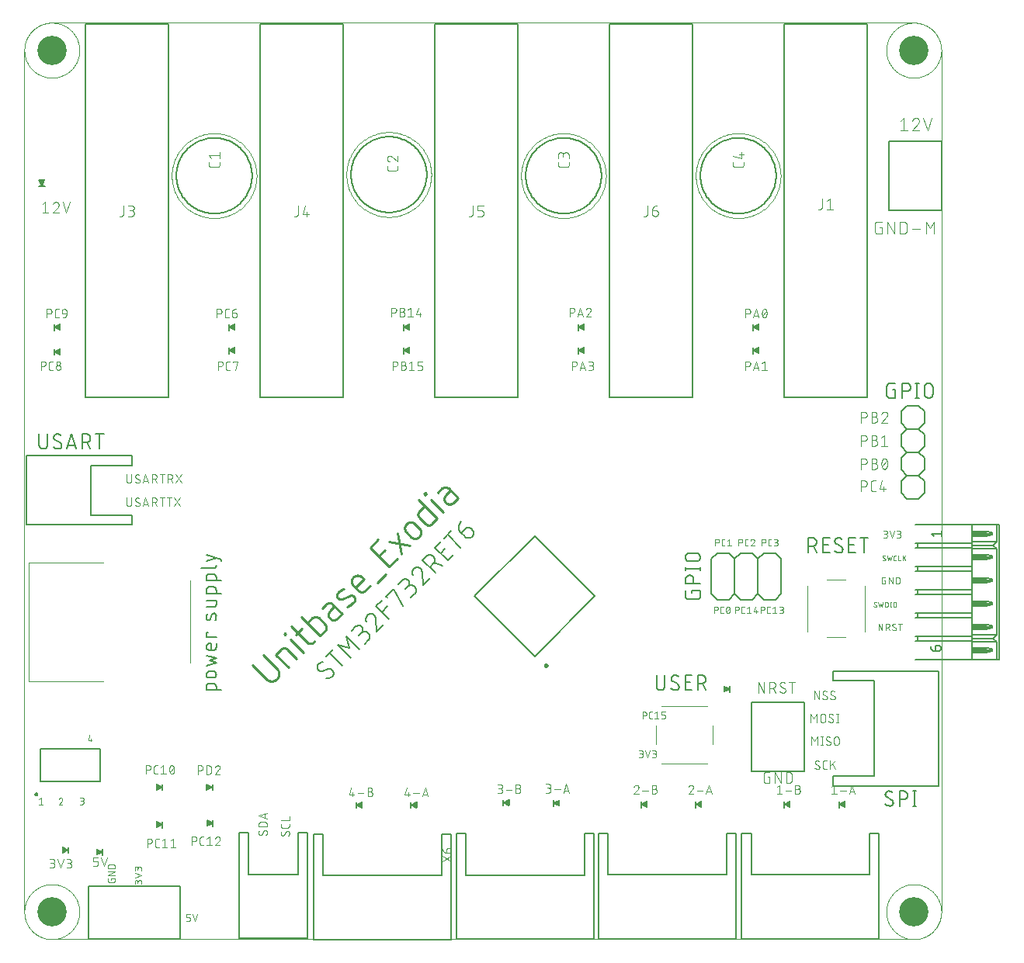
<source format=gto>
G04 EAGLE Gerber RS-274X export*
G75*
%MOMM*%
%FSLAX34Y34*%
%LPD*%
%INSilk top*%
%IPPOS*%
%AMOC8*
5,1,8,0,0,1.08239X$1,22.5*%
G01*
%ADD10C,0.000100*%
%ADD11C,0.076200*%
%ADD12C,0.101600*%
%ADD13C,0.254000*%
%ADD14C,0.152400*%
%ADD15C,0.050800*%
%ADD16C,0.000000*%
%ADD17C,3.200000*%
%ADD18C,0.127000*%
%ADD19C,0.100000*%
%ADD20C,0.100000*%
%ADD21C,0.050000*%
%ADD22C,0.200000*%
%ADD23R,1.524000X0.508000*%
%ADD24R,0.635000X0.254000*%
%ADD25R,0.254000X0.127000*%
%ADD26C,0.250000*%
%ADD27C,0.177800*%
%ADD28C,0.203200*%

G36*
X763180Y269201D02*
X763180Y269201D01*
X763280Y269200D01*
X763294Y269204D01*
X763306Y269204D01*
X763349Y269222D01*
X763459Y269258D01*
X769809Y272433D01*
X769844Y272459D01*
X769885Y272478D01*
X769911Y272504D01*
X769932Y272516D01*
X769949Y272538D01*
X769988Y272567D01*
X770013Y272604D01*
X770044Y272636D01*
X770065Y272680D01*
X770073Y272690D01*
X770078Y272706D01*
X770110Y272755D01*
X770120Y272799D01*
X770139Y272839D01*
X770143Y272898D01*
X770145Y272903D01*
X770145Y272910D01*
X770159Y272974D01*
X770153Y273019D01*
X770156Y273063D01*
X770138Y273126D01*
X770138Y273127D01*
X770137Y273128D01*
X770137Y273129D01*
X770128Y273197D01*
X770107Y273236D01*
X770095Y273279D01*
X770054Y273334D01*
X770054Y273335D01*
X770022Y273394D01*
X769988Y273424D01*
X769962Y273460D01*
X769891Y273509D01*
X769853Y273543D01*
X769832Y273551D01*
X769809Y273567D01*
X763459Y276742D01*
X763409Y276757D01*
X763375Y276774D01*
X763334Y276780D01*
X763269Y276802D01*
X763256Y276802D01*
X763243Y276806D01*
X763189Y276802D01*
X763175Y276802D01*
X763166Y276800D01*
X763144Y276799D01*
X763044Y276796D01*
X763033Y276791D01*
X763020Y276790D01*
X762961Y276763D01*
X762954Y276762D01*
X762941Y276754D01*
X762929Y276749D01*
X762837Y276711D01*
X762827Y276703D01*
X762815Y276697D01*
X762772Y276654D01*
X762761Y276648D01*
X762743Y276626D01*
X762671Y276560D01*
X762665Y276549D01*
X762656Y276539D01*
X762633Y276491D01*
X762620Y276474D01*
X762606Y276433D01*
X762568Y276360D01*
X762566Y276346D01*
X762561Y276336D01*
X762558Y276292D01*
X762548Y276261D01*
X762549Y276228D01*
X762541Y276175D01*
X762541Y269825D01*
X762558Y269727D01*
X762572Y269628D01*
X762578Y269617D01*
X762580Y269604D01*
X762631Y269518D01*
X762678Y269431D01*
X762688Y269422D01*
X762695Y269411D01*
X762772Y269348D01*
X762847Y269282D01*
X762859Y269278D01*
X762869Y269270D01*
X762963Y269238D01*
X763056Y269202D01*
X763069Y269202D01*
X763081Y269198D01*
X763180Y269201D01*
G37*
G36*
X144330Y162201D02*
X144330Y162201D01*
X144430Y162200D01*
X144444Y162204D01*
X144456Y162204D01*
X144499Y162222D01*
X144609Y162258D01*
X150959Y165433D01*
X150994Y165459D01*
X151035Y165478D01*
X151061Y165504D01*
X151082Y165516D01*
X151099Y165538D01*
X151138Y165567D01*
X151163Y165604D01*
X151194Y165636D01*
X151215Y165680D01*
X151223Y165690D01*
X151228Y165706D01*
X151260Y165755D01*
X151270Y165799D01*
X151289Y165839D01*
X151293Y165898D01*
X151295Y165903D01*
X151295Y165910D01*
X151309Y165974D01*
X151303Y166019D01*
X151306Y166063D01*
X151288Y166126D01*
X151288Y166127D01*
X151287Y166128D01*
X151287Y166129D01*
X151278Y166197D01*
X151257Y166236D01*
X151245Y166279D01*
X151204Y166334D01*
X151204Y166335D01*
X151172Y166394D01*
X151138Y166424D01*
X151112Y166460D01*
X151041Y166509D01*
X151003Y166543D01*
X150982Y166551D01*
X150959Y166567D01*
X144609Y169742D01*
X144559Y169757D01*
X144525Y169774D01*
X144484Y169780D01*
X144419Y169802D01*
X144406Y169802D01*
X144393Y169806D01*
X144339Y169802D01*
X144325Y169802D01*
X144316Y169800D01*
X144294Y169799D01*
X144194Y169796D01*
X144183Y169791D01*
X144170Y169790D01*
X144111Y169763D01*
X144104Y169762D01*
X144091Y169754D01*
X144079Y169749D01*
X143987Y169711D01*
X143977Y169703D01*
X143965Y169697D01*
X143922Y169654D01*
X143911Y169648D01*
X143893Y169626D01*
X143821Y169560D01*
X143815Y169549D01*
X143806Y169539D01*
X143783Y169491D01*
X143770Y169474D01*
X143756Y169433D01*
X143718Y169360D01*
X143716Y169346D01*
X143711Y169336D01*
X143708Y169292D01*
X143698Y169261D01*
X143699Y169228D01*
X143691Y169175D01*
X143691Y162825D01*
X143708Y162727D01*
X143722Y162628D01*
X143728Y162617D01*
X143730Y162604D01*
X143781Y162518D01*
X143828Y162431D01*
X143838Y162422D01*
X143845Y162411D01*
X143922Y162348D01*
X143997Y162282D01*
X144009Y162278D01*
X144019Y162270D01*
X144113Y162238D01*
X144206Y162202D01*
X144219Y162202D01*
X144231Y162198D01*
X144330Y162201D01*
G37*
G36*
X198730Y161901D02*
X198730Y161901D01*
X198830Y161900D01*
X198844Y161904D01*
X198856Y161904D01*
X198899Y161922D01*
X199009Y161958D01*
X205359Y165133D01*
X205394Y165159D01*
X205435Y165178D01*
X205461Y165204D01*
X205482Y165216D01*
X205499Y165238D01*
X205538Y165267D01*
X205563Y165304D01*
X205594Y165336D01*
X205615Y165380D01*
X205623Y165390D01*
X205628Y165406D01*
X205660Y165455D01*
X205670Y165499D01*
X205689Y165539D01*
X205693Y165598D01*
X205695Y165603D01*
X205695Y165610D01*
X205709Y165674D01*
X205703Y165719D01*
X205706Y165763D01*
X205688Y165826D01*
X205688Y165827D01*
X205687Y165828D01*
X205687Y165829D01*
X205678Y165897D01*
X205657Y165936D01*
X205645Y165979D01*
X205604Y166034D01*
X205604Y166035D01*
X205572Y166094D01*
X205538Y166124D01*
X205512Y166160D01*
X205441Y166209D01*
X205403Y166243D01*
X205382Y166251D01*
X205359Y166267D01*
X199009Y169442D01*
X198959Y169457D01*
X198925Y169474D01*
X198884Y169480D01*
X198819Y169502D01*
X198806Y169502D01*
X198793Y169506D01*
X198739Y169502D01*
X198725Y169502D01*
X198716Y169500D01*
X198694Y169499D01*
X198594Y169496D01*
X198583Y169491D01*
X198570Y169490D01*
X198511Y169463D01*
X198504Y169462D01*
X198491Y169454D01*
X198479Y169449D01*
X198387Y169411D01*
X198377Y169403D01*
X198365Y169397D01*
X198322Y169354D01*
X198311Y169348D01*
X198293Y169326D01*
X198221Y169260D01*
X198215Y169249D01*
X198206Y169239D01*
X198183Y169191D01*
X198170Y169174D01*
X198156Y169133D01*
X198118Y169060D01*
X198116Y169046D01*
X198111Y169036D01*
X198108Y168992D01*
X198098Y168961D01*
X198099Y168928D01*
X198091Y168875D01*
X198091Y162525D01*
X198108Y162427D01*
X198122Y162328D01*
X198128Y162317D01*
X198130Y162304D01*
X198181Y162218D01*
X198228Y162131D01*
X198238Y162122D01*
X198245Y162111D01*
X198322Y162048D01*
X198397Y161982D01*
X198409Y161978D01*
X198419Y161970D01*
X198513Y161938D01*
X198606Y161902D01*
X198619Y161902D01*
X198631Y161898D01*
X198730Y161901D01*
G37*
G36*
X199430Y122801D02*
X199430Y122801D01*
X199530Y122800D01*
X199544Y122804D01*
X199556Y122804D01*
X199599Y122822D01*
X199709Y122858D01*
X206059Y126033D01*
X206094Y126059D01*
X206135Y126078D01*
X206161Y126104D01*
X206182Y126116D01*
X206199Y126138D01*
X206238Y126167D01*
X206263Y126204D01*
X206294Y126236D01*
X206315Y126280D01*
X206323Y126290D01*
X206328Y126306D01*
X206360Y126355D01*
X206370Y126399D01*
X206389Y126439D01*
X206393Y126498D01*
X206395Y126503D01*
X206395Y126510D01*
X206409Y126574D01*
X206403Y126619D01*
X206406Y126663D01*
X206388Y126726D01*
X206388Y126727D01*
X206387Y126728D01*
X206387Y126729D01*
X206378Y126797D01*
X206357Y126836D01*
X206345Y126879D01*
X206304Y126934D01*
X206304Y126935D01*
X206272Y126994D01*
X206238Y127024D01*
X206212Y127060D01*
X206141Y127109D01*
X206103Y127143D01*
X206082Y127151D01*
X206059Y127167D01*
X199709Y130342D01*
X199659Y130357D01*
X199625Y130374D01*
X199584Y130380D01*
X199519Y130402D01*
X199506Y130402D01*
X199493Y130406D01*
X199439Y130402D01*
X199425Y130402D01*
X199416Y130400D01*
X199394Y130399D01*
X199294Y130396D01*
X199283Y130391D01*
X199270Y130390D01*
X199211Y130363D01*
X199204Y130362D01*
X199191Y130354D01*
X199179Y130349D01*
X199087Y130311D01*
X199077Y130303D01*
X199065Y130297D01*
X199022Y130254D01*
X199011Y130248D01*
X198993Y130226D01*
X198921Y130160D01*
X198915Y130149D01*
X198906Y130139D01*
X198883Y130091D01*
X198870Y130074D01*
X198856Y130033D01*
X198818Y129960D01*
X198816Y129946D01*
X198811Y129936D01*
X198808Y129892D01*
X198798Y129861D01*
X198799Y129828D01*
X198791Y129775D01*
X198791Y123425D01*
X198808Y123327D01*
X198822Y123228D01*
X198828Y123217D01*
X198830Y123204D01*
X198881Y123118D01*
X198928Y123031D01*
X198938Y123022D01*
X198945Y123011D01*
X199022Y122948D01*
X199097Y122882D01*
X199109Y122878D01*
X199119Y122870D01*
X199213Y122838D01*
X199306Y122802D01*
X199319Y122802D01*
X199331Y122798D01*
X199430Y122801D01*
G37*
G36*
X144330Y121201D02*
X144330Y121201D01*
X144430Y121200D01*
X144444Y121204D01*
X144456Y121204D01*
X144499Y121222D01*
X144609Y121258D01*
X150959Y124433D01*
X150994Y124459D01*
X151035Y124478D01*
X151061Y124504D01*
X151082Y124516D01*
X151099Y124538D01*
X151138Y124567D01*
X151163Y124604D01*
X151194Y124636D01*
X151215Y124680D01*
X151223Y124690D01*
X151228Y124706D01*
X151260Y124755D01*
X151270Y124799D01*
X151289Y124839D01*
X151293Y124898D01*
X151295Y124903D01*
X151295Y124910D01*
X151309Y124974D01*
X151303Y125019D01*
X151306Y125063D01*
X151288Y125126D01*
X151288Y125127D01*
X151287Y125128D01*
X151287Y125129D01*
X151278Y125197D01*
X151257Y125236D01*
X151245Y125279D01*
X151204Y125334D01*
X151204Y125335D01*
X151172Y125394D01*
X151138Y125424D01*
X151112Y125460D01*
X151041Y125509D01*
X151003Y125543D01*
X150982Y125551D01*
X150959Y125567D01*
X144609Y128742D01*
X144559Y128757D01*
X144525Y128774D01*
X144484Y128780D01*
X144419Y128802D01*
X144406Y128802D01*
X144393Y128806D01*
X144339Y128802D01*
X144325Y128802D01*
X144316Y128800D01*
X144294Y128799D01*
X144194Y128796D01*
X144183Y128791D01*
X144170Y128790D01*
X144111Y128763D01*
X144104Y128762D01*
X144091Y128754D01*
X144079Y128749D01*
X143987Y128711D01*
X143977Y128703D01*
X143965Y128697D01*
X143922Y128654D01*
X143911Y128648D01*
X143893Y128626D01*
X143821Y128560D01*
X143815Y128549D01*
X143806Y128539D01*
X143783Y128491D01*
X143770Y128474D01*
X143756Y128433D01*
X143718Y128360D01*
X143716Y128346D01*
X143711Y128336D01*
X143708Y128292D01*
X143698Y128261D01*
X143699Y128228D01*
X143691Y128175D01*
X143691Y121825D01*
X143708Y121727D01*
X143722Y121628D01*
X143728Y121617D01*
X143730Y121604D01*
X143781Y121518D01*
X143828Y121431D01*
X143838Y121422D01*
X143845Y121411D01*
X143922Y121348D01*
X143997Y121282D01*
X144009Y121278D01*
X144019Y121270D01*
X144113Y121238D01*
X144206Y121202D01*
X144219Y121202D01*
X144231Y121198D01*
X144330Y121201D01*
G37*
G36*
X41540Y93321D02*
X41540Y93321D01*
X41640Y93320D01*
X41654Y93324D01*
X41666Y93324D01*
X41709Y93342D01*
X41819Y93378D01*
X48169Y96553D01*
X48204Y96579D01*
X48245Y96598D01*
X48271Y96624D01*
X48292Y96636D01*
X48309Y96658D01*
X48348Y96687D01*
X48373Y96724D01*
X48404Y96756D01*
X48425Y96800D01*
X48433Y96810D01*
X48438Y96826D01*
X48470Y96875D01*
X48480Y96919D01*
X48499Y96959D01*
X48503Y97018D01*
X48505Y97023D01*
X48505Y97030D01*
X48519Y97094D01*
X48513Y97139D01*
X48516Y97183D01*
X48498Y97246D01*
X48498Y97247D01*
X48497Y97248D01*
X48497Y97249D01*
X48488Y97317D01*
X48467Y97356D01*
X48455Y97399D01*
X48414Y97454D01*
X48414Y97455D01*
X48382Y97514D01*
X48348Y97544D01*
X48322Y97580D01*
X48251Y97629D01*
X48213Y97663D01*
X48192Y97671D01*
X48169Y97687D01*
X41819Y100862D01*
X41769Y100877D01*
X41735Y100894D01*
X41694Y100900D01*
X41629Y100922D01*
X41616Y100922D01*
X41603Y100926D01*
X41549Y100922D01*
X41535Y100922D01*
X41526Y100920D01*
X41504Y100919D01*
X41404Y100916D01*
X41393Y100911D01*
X41380Y100910D01*
X41321Y100883D01*
X41314Y100882D01*
X41301Y100874D01*
X41289Y100869D01*
X41197Y100831D01*
X41187Y100823D01*
X41175Y100817D01*
X41132Y100774D01*
X41121Y100768D01*
X41103Y100746D01*
X41031Y100680D01*
X41025Y100669D01*
X41016Y100659D01*
X40993Y100611D01*
X40980Y100594D01*
X40966Y100553D01*
X40928Y100480D01*
X40926Y100466D01*
X40921Y100456D01*
X40918Y100412D01*
X40908Y100381D01*
X40909Y100348D01*
X40901Y100295D01*
X40901Y93945D01*
X40918Y93847D01*
X40932Y93748D01*
X40938Y93737D01*
X40940Y93724D01*
X40991Y93638D01*
X41038Y93551D01*
X41048Y93542D01*
X41055Y93531D01*
X41132Y93468D01*
X41207Y93402D01*
X41219Y93398D01*
X41229Y93390D01*
X41323Y93358D01*
X41416Y93322D01*
X41429Y93322D01*
X41441Y93318D01*
X41540Y93321D01*
G37*
G36*
X78690Y91391D02*
X78690Y91391D01*
X78790Y91390D01*
X78804Y91394D01*
X78816Y91394D01*
X78859Y91412D01*
X78969Y91448D01*
X85319Y94623D01*
X85354Y94649D01*
X85395Y94668D01*
X85421Y94694D01*
X85442Y94706D01*
X85459Y94728D01*
X85498Y94757D01*
X85523Y94794D01*
X85554Y94826D01*
X85575Y94870D01*
X85583Y94880D01*
X85588Y94896D01*
X85620Y94945D01*
X85630Y94989D01*
X85649Y95029D01*
X85653Y95088D01*
X85655Y95093D01*
X85655Y95100D01*
X85669Y95164D01*
X85663Y95209D01*
X85666Y95253D01*
X85648Y95316D01*
X85648Y95317D01*
X85647Y95318D01*
X85647Y95319D01*
X85638Y95387D01*
X85617Y95426D01*
X85605Y95469D01*
X85564Y95524D01*
X85564Y95525D01*
X85532Y95584D01*
X85498Y95614D01*
X85472Y95650D01*
X85401Y95699D01*
X85363Y95733D01*
X85342Y95741D01*
X85319Y95757D01*
X78969Y98932D01*
X78919Y98947D01*
X78885Y98964D01*
X78844Y98970D01*
X78779Y98992D01*
X78766Y98992D01*
X78753Y98996D01*
X78699Y98992D01*
X78685Y98992D01*
X78676Y98990D01*
X78654Y98989D01*
X78554Y98986D01*
X78543Y98981D01*
X78530Y98980D01*
X78471Y98953D01*
X78464Y98952D01*
X78451Y98944D01*
X78439Y98939D01*
X78347Y98901D01*
X78337Y98893D01*
X78325Y98887D01*
X78282Y98844D01*
X78271Y98838D01*
X78253Y98816D01*
X78181Y98750D01*
X78175Y98739D01*
X78166Y98729D01*
X78143Y98681D01*
X78130Y98664D01*
X78116Y98623D01*
X78078Y98550D01*
X78076Y98536D01*
X78071Y98526D01*
X78068Y98482D01*
X78058Y98451D01*
X78059Y98418D01*
X78051Y98365D01*
X78051Y92015D01*
X78068Y91917D01*
X78082Y91818D01*
X78088Y91807D01*
X78090Y91794D01*
X78141Y91708D01*
X78188Y91621D01*
X78198Y91612D01*
X78205Y91601D01*
X78282Y91538D01*
X78357Y91472D01*
X78369Y91468D01*
X78379Y91460D01*
X78473Y91428D01*
X78566Y91392D01*
X78579Y91392D01*
X78591Y91388D01*
X78690Y91391D01*
G37*
G36*
X38766Y663921D02*
X38766Y663921D01*
X38866Y663924D01*
X38877Y663929D01*
X38890Y663930D01*
X38981Y663971D01*
X39073Y664009D01*
X39083Y664017D01*
X39095Y664023D01*
X39166Y664093D01*
X39239Y664160D01*
X39245Y664172D01*
X39254Y664181D01*
X39296Y664271D01*
X39342Y664360D01*
X39344Y664374D01*
X39349Y664384D01*
X39352Y664431D01*
X39369Y664545D01*
X39369Y670895D01*
X39357Y670961D01*
X39356Y671018D01*
X39344Y671046D01*
X39338Y671092D01*
X39332Y671103D01*
X39330Y671116D01*
X39286Y671189D01*
X39271Y671226D01*
X39258Y671241D01*
X39232Y671289D01*
X39222Y671298D01*
X39215Y671309D01*
X39138Y671372D01*
X39120Y671392D01*
X39110Y671397D01*
X39063Y671438D01*
X39051Y671442D01*
X39041Y671450D01*
X38947Y671482D01*
X38932Y671488D01*
X38920Y671494D01*
X38914Y671495D01*
X38854Y671518D01*
X38841Y671518D01*
X38829Y671522D01*
X38748Y671520D01*
X38735Y671522D01*
X38720Y671522D01*
X38708Y671520D01*
X38630Y671520D01*
X38616Y671516D01*
X38604Y671516D01*
X38561Y671498D01*
X38528Y671487D01*
X38499Y671482D01*
X38483Y671473D01*
X38451Y671462D01*
X32101Y668287D01*
X32066Y668261D01*
X32025Y668242D01*
X31980Y668198D01*
X31978Y668197D01*
X31976Y668194D01*
X31922Y668153D01*
X31898Y668116D01*
X31866Y668084D01*
X31837Y668023D01*
X31837Y668022D01*
X31800Y667965D01*
X31790Y667921D01*
X31771Y667881D01*
X31766Y667813D01*
X31765Y667810D01*
X31765Y667809D01*
X31751Y667746D01*
X31757Y667701D01*
X31754Y667657D01*
X31772Y667595D01*
X31772Y667586D01*
X31774Y667580D01*
X31782Y667523D01*
X31803Y667484D01*
X31815Y667441D01*
X31849Y667395D01*
X31856Y667378D01*
X31866Y667367D01*
X31888Y667326D01*
X31922Y667296D01*
X31948Y667260D01*
X31991Y667230D01*
X32008Y667212D01*
X32030Y667200D01*
X32057Y667177D01*
X32078Y667169D01*
X32101Y667153D01*
X38451Y663978D01*
X38547Y663950D01*
X38641Y663918D01*
X38654Y663918D01*
X38667Y663914D01*
X38766Y663921D01*
G37*
G36*
X229266Y663921D02*
X229266Y663921D01*
X229366Y663924D01*
X229377Y663929D01*
X229390Y663930D01*
X229481Y663971D01*
X229573Y664009D01*
X229583Y664017D01*
X229595Y664023D01*
X229666Y664093D01*
X229739Y664160D01*
X229745Y664172D01*
X229754Y664181D01*
X229796Y664271D01*
X229842Y664360D01*
X229844Y664374D01*
X229849Y664384D01*
X229852Y664431D01*
X229869Y664545D01*
X229869Y670895D01*
X229857Y670961D01*
X229856Y671018D01*
X229844Y671046D01*
X229838Y671092D01*
X229832Y671103D01*
X229830Y671116D01*
X229786Y671189D01*
X229771Y671226D01*
X229758Y671241D01*
X229732Y671289D01*
X229722Y671298D01*
X229715Y671309D01*
X229638Y671372D01*
X229620Y671392D01*
X229610Y671397D01*
X229563Y671438D01*
X229551Y671442D01*
X229541Y671450D01*
X229447Y671482D01*
X229432Y671488D01*
X229420Y671494D01*
X229414Y671495D01*
X229354Y671518D01*
X229341Y671518D01*
X229329Y671522D01*
X229248Y671520D01*
X229235Y671522D01*
X229220Y671522D01*
X229208Y671520D01*
X229130Y671520D01*
X229116Y671516D01*
X229104Y671516D01*
X229061Y671498D01*
X229028Y671487D01*
X228999Y671482D01*
X228983Y671473D01*
X228951Y671462D01*
X222601Y668287D01*
X222566Y668261D01*
X222525Y668242D01*
X222480Y668198D01*
X222478Y668197D01*
X222476Y668194D01*
X222422Y668153D01*
X222398Y668116D01*
X222366Y668084D01*
X222337Y668023D01*
X222337Y668022D01*
X222300Y667965D01*
X222290Y667921D01*
X222271Y667881D01*
X222266Y667813D01*
X222265Y667810D01*
X222265Y667809D01*
X222251Y667746D01*
X222257Y667701D01*
X222254Y667657D01*
X222272Y667595D01*
X222272Y667586D01*
X222274Y667580D01*
X222282Y667523D01*
X222303Y667484D01*
X222315Y667441D01*
X222349Y667395D01*
X222356Y667378D01*
X222366Y667367D01*
X222388Y667326D01*
X222422Y667296D01*
X222448Y667260D01*
X222491Y667230D01*
X222508Y667212D01*
X222530Y667200D01*
X222557Y667177D01*
X222578Y667169D01*
X222601Y667153D01*
X228951Y663978D01*
X229047Y663950D01*
X229141Y663918D01*
X229154Y663918D01*
X229167Y663914D01*
X229266Y663921D01*
G37*
G36*
X610266Y663921D02*
X610266Y663921D01*
X610366Y663924D01*
X610377Y663929D01*
X610390Y663930D01*
X610481Y663971D01*
X610573Y664009D01*
X610583Y664017D01*
X610595Y664023D01*
X610666Y664093D01*
X610739Y664160D01*
X610745Y664172D01*
X610754Y664181D01*
X610796Y664271D01*
X610842Y664360D01*
X610844Y664374D01*
X610849Y664384D01*
X610852Y664431D01*
X610869Y664545D01*
X610869Y670895D01*
X610857Y670961D01*
X610856Y671018D01*
X610844Y671046D01*
X610838Y671092D01*
X610832Y671103D01*
X610830Y671116D01*
X610786Y671189D01*
X610771Y671226D01*
X610758Y671241D01*
X610732Y671289D01*
X610722Y671298D01*
X610715Y671309D01*
X610638Y671372D01*
X610620Y671392D01*
X610610Y671397D01*
X610563Y671438D01*
X610551Y671442D01*
X610541Y671450D01*
X610447Y671482D01*
X610432Y671488D01*
X610420Y671494D01*
X610414Y671495D01*
X610354Y671518D01*
X610341Y671518D01*
X610329Y671522D01*
X610248Y671520D01*
X610235Y671522D01*
X610220Y671522D01*
X610208Y671520D01*
X610130Y671520D01*
X610116Y671516D01*
X610104Y671516D01*
X610061Y671498D01*
X610028Y671487D01*
X609999Y671482D01*
X609983Y671473D01*
X609951Y671462D01*
X603601Y668287D01*
X603566Y668261D01*
X603525Y668242D01*
X603480Y668198D01*
X603478Y668197D01*
X603476Y668194D01*
X603422Y668153D01*
X603398Y668116D01*
X603366Y668084D01*
X603337Y668023D01*
X603337Y668022D01*
X603300Y667965D01*
X603290Y667921D01*
X603271Y667881D01*
X603266Y667813D01*
X603265Y667810D01*
X603265Y667809D01*
X603251Y667746D01*
X603257Y667701D01*
X603254Y667657D01*
X603272Y667595D01*
X603272Y667586D01*
X603274Y667580D01*
X603282Y667523D01*
X603303Y667484D01*
X603315Y667441D01*
X603349Y667395D01*
X603356Y667378D01*
X603366Y667367D01*
X603388Y667326D01*
X603422Y667296D01*
X603448Y667260D01*
X603491Y667230D01*
X603508Y667212D01*
X603530Y667200D01*
X603557Y667177D01*
X603578Y667169D01*
X603601Y667153D01*
X609951Y663978D01*
X610047Y663950D01*
X610141Y663918D01*
X610154Y663918D01*
X610167Y663914D01*
X610266Y663921D01*
G37*
G36*
X800766Y663921D02*
X800766Y663921D01*
X800866Y663924D01*
X800877Y663929D01*
X800890Y663930D01*
X800981Y663971D01*
X801073Y664009D01*
X801083Y664017D01*
X801095Y664023D01*
X801166Y664093D01*
X801239Y664160D01*
X801245Y664172D01*
X801254Y664181D01*
X801296Y664271D01*
X801342Y664360D01*
X801344Y664374D01*
X801349Y664384D01*
X801352Y664431D01*
X801369Y664545D01*
X801369Y670895D01*
X801357Y670961D01*
X801356Y671018D01*
X801344Y671046D01*
X801338Y671092D01*
X801332Y671103D01*
X801330Y671116D01*
X801286Y671189D01*
X801271Y671226D01*
X801258Y671241D01*
X801232Y671289D01*
X801222Y671298D01*
X801215Y671309D01*
X801138Y671372D01*
X801120Y671392D01*
X801110Y671397D01*
X801063Y671438D01*
X801051Y671442D01*
X801041Y671450D01*
X800947Y671482D01*
X800932Y671488D01*
X800920Y671494D01*
X800914Y671495D01*
X800854Y671518D01*
X800841Y671518D01*
X800829Y671522D01*
X800748Y671520D01*
X800735Y671522D01*
X800720Y671522D01*
X800708Y671520D01*
X800630Y671520D01*
X800616Y671516D01*
X800604Y671516D01*
X800561Y671498D01*
X800528Y671487D01*
X800499Y671482D01*
X800483Y671473D01*
X800451Y671462D01*
X794101Y668287D01*
X794066Y668261D01*
X794025Y668242D01*
X793980Y668198D01*
X793978Y668197D01*
X793976Y668194D01*
X793922Y668153D01*
X793898Y668116D01*
X793866Y668084D01*
X793837Y668023D01*
X793837Y668022D01*
X793800Y667965D01*
X793790Y667921D01*
X793771Y667881D01*
X793766Y667813D01*
X793765Y667810D01*
X793765Y667809D01*
X793751Y667746D01*
X793757Y667701D01*
X793754Y667657D01*
X793772Y667595D01*
X793772Y667586D01*
X793774Y667580D01*
X793782Y667523D01*
X793803Y667484D01*
X793815Y667441D01*
X793849Y667395D01*
X793856Y667378D01*
X793866Y667367D01*
X793888Y667326D01*
X793922Y667296D01*
X793948Y667260D01*
X793991Y667230D01*
X794008Y667212D01*
X794030Y667200D01*
X794057Y667177D01*
X794078Y667169D01*
X794101Y667153D01*
X800451Y663978D01*
X800547Y663950D01*
X800641Y663918D01*
X800654Y663918D01*
X800667Y663914D01*
X800766Y663921D01*
G37*
G36*
X419766Y663921D02*
X419766Y663921D01*
X419866Y663924D01*
X419877Y663929D01*
X419890Y663930D01*
X419981Y663971D01*
X420073Y664009D01*
X420083Y664017D01*
X420095Y664023D01*
X420166Y664093D01*
X420239Y664160D01*
X420245Y664172D01*
X420254Y664181D01*
X420296Y664271D01*
X420342Y664360D01*
X420344Y664374D01*
X420349Y664384D01*
X420352Y664431D01*
X420369Y664545D01*
X420369Y670895D01*
X420357Y670961D01*
X420356Y671018D01*
X420344Y671046D01*
X420338Y671092D01*
X420332Y671103D01*
X420330Y671116D01*
X420286Y671189D01*
X420271Y671226D01*
X420258Y671241D01*
X420232Y671289D01*
X420222Y671298D01*
X420215Y671309D01*
X420138Y671372D01*
X420120Y671392D01*
X420110Y671397D01*
X420063Y671438D01*
X420051Y671442D01*
X420041Y671450D01*
X419947Y671482D01*
X419932Y671488D01*
X419920Y671494D01*
X419914Y671495D01*
X419854Y671518D01*
X419841Y671518D01*
X419829Y671522D01*
X419748Y671520D01*
X419735Y671522D01*
X419720Y671522D01*
X419708Y671520D01*
X419630Y671520D01*
X419616Y671516D01*
X419604Y671516D01*
X419561Y671498D01*
X419528Y671487D01*
X419499Y671482D01*
X419483Y671473D01*
X419451Y671462D01*
X413101Y668287D01*
X413066Y668261D01*
X413025Y668242D01*
X412980Y668198D01*
X412978Y668197D01*
X412976Y668194D01*
X412922Y668153D01*
X412898Y668116D01*
X412866Y668084D01*
X412837Y668023D01*
X412837Y668022D01*
X412800Y667965D01*
X412790Y667921D01*
X412771Y667881D01*
X412766Y667813D01*
X412765Y667810D01*
X412765Y667809D01*
X412751Y667746D01*
X412757Y667701D01*
X412754Y667657D01*
X412772Y667595D01*
X412772Y667586D01*
X412774Y667580D01*
X412782Y667523D01*
X412803Y667484D01*
X412815Y667441D01*
X412849Y667395D01*
X412856Y667378D01*
X412866Y667367D01*
X412888Y667326D01*
X412922Y667296D01*
X412948Y667260D01*
X412991Y667230D01*
X413008Y667212D01*
X413030Y667200D01*
X413057Y667177D01*
X413078Y667169D01*
X413101Y667153D01*
X419451Y663978D01*
X419547Y663950D01*
X419641Y663918D01*
X419654Y663918D01*
X419667Y663914D01*
X419766Y663921D01*
G37*
G36*
X800766Y638521D02*
X800766Y638521D01*
X800866Y638524D01*
X800877Y638529D01*
X800890Y638530D01*
X800981Y638571D01*
X801073Y638609D01*
X801083Y638617D01*
X801095Y638623D01*
X801166Y638693D01*
X801239Y638760D01*
X801245Y638772D01*
X801254Y638781D01*
X801296Y638871D01*
X801342Y638960D01*
X801344Y638974D01*
X801349Y638984D01*
X801352Y639031D01*
X801369Y639145D01*
X801369Y645495D01*
X801357Y645561D01*
X801356Y645618D01*
X801344Y645646D01*
X801338Y645692D01*
X801332Y645703D01*
X801330Y645716D01*
X801286Y645789D01*
X801271Y645826D01*
X801258Y645841D01*
X801232Y645889D01*
X801222Y645898D01*
X801215Y645909D01*
X801138Y645972D01*
X801120Y645992D01*
X801110Y645997D01*
X801063Y646038D01*
X801051Y646042D01*
X801041Y646050D01*
X800947Y646082D01*
X800932Y646088D01*
X800920Y646094D01*
X800914Y646095D01*
X800854Y646118D01*
X800841Y646118D01*
X800829Y646122D01*
X800748Y646120D01*
X800735Y646122D01*
X800720Y646122D01*
X800708Y646120D01*
X800630Y646120D01*
X800616Y646116D01*
X800604Y646116D01*
X800561Y646098D01*
X800528Y646087D01*
X800499Y646082D01*
X800483Y646073D01*
X800451Y646062D01*
X794101Y642887D01*
X794066Y642861D01*
X794025Y642842D01*
X793980Y642798D01*
X793978Y642797D01*
X793976Y642794D01*
X793922Y642753D01*
X793898Y642716D01*
X793866Y642684D01*
X793837Y642623D01*
X793837Y642622D01*
X793800Y642565D01*
X793790Y642521D01*
X793771Y642481D01*
X793766Y642413D01*
X793765Y642410D01*
X793765Y642409D01*
X793751Y642346D01*
X793757Y642301D01*
X793754Y642257D01*
X793772Y642195D01*
X793772Y642186D01*
X793774Y642180D01*
X793782Y642123D01*
X793803Y642084D01*
X793815Y642041D01*
X793849Y641995D01*
X793856Y641978D01*
X793866Y641967D01*
X793888Y641926D01*
X793922Y641896D01*
X793948Y641860D01*
X793991Y641830D01*
X794008Y641812D01*
X794030Y641800D01*
X794057Y641777D01*
X794078Y641769D01*
X794101Y641753D01*
X800451Y638578D01*
X800547Y638550D01*
X800641Y638518D01*
X800654Y638518D01*
X800667Y638514D01*
X800766Y638521D01*
G37*
G36*
X229266Y638521D02*
X229266Y638521D01*
X229366Y638524D01*
X229377Y638529D01*
X229390Y638530D01*
X229481Y638571D01*
X229573Y638609D01*
X229583Y638617D01*
X229595Y638623D01*
X229666Y638693D01*
X229739Y638760D01*
X229745Y638772D01*
X229754Y638781D01*
X229796Y638871D01*
X229842Y638960D01*
X229844Y638974D01*
X229849Y638984D01*
X229852Y639031D01*
X229869Y639145D01*
X229869Y645495D01*
X229857Y645561D01*
X229856Y645618D01*
X229844Y645646D01*
X229838Y645692D01*
X229832Y645703D01*
X229830Y645716D01*
X229786Y645789D01*
X229771Y645826D01*
X229758Y645841D01*
X229732Y645889D01*
X229722Y645898D01*
X229715Y645909D01*
X229638Y645972D01*
X229620Y645992D01*
X229610Y645997D01*
X229563Y646038D01*
X229551Y646042D01*
X229541Y646050D01*
X229447Y646082D01*
X229432Y646088D01*
X229420Y646094D01*
X229414Y646095D01*
X229354Y646118D01*
X229341Y646118D01*
X229329Y646122D01*
X229248Y646120D01*
X229235Y646122D01*
X229220Y646122D01*
X229208Y646120D01*
X229130Y646120D01*
X229116Y646116D01*
X229104Y646116D01*
X229061Y646098D01*
X229028Y646087D01*
X228999Y646082D01*
X228983Y646073D01*
X228951Y646062D01*
X222601Y642887D01*
X222566Y642861D01*
X222525Y642842D01*
X222480Y642798D01*
X222478Y642797D01*
X222476Y642794D01*
X222422Y642753D01*
X222398Y642716D01*
X222366Y642684D01*
X222337Y642623D01*
X222337Y642622D01*
X222300Y642565D01*
X222290Y642521D01*
X222271Y642481D01*
X222266Y642413D01*
X222265Y642410D01*
X222265Y642409D01*
X222251Y642346D01*
X222257Y642301D01*
X222254Y642257D01*
X222272Y642195D01*
X222272Y642186D01*
X222274Y642180D01*
X222282Y642123D01*
X222303Y642084D01*
X222315Y642041D01*
X222349Y641995D01*
X222356Y641978D01*
X222366Y641967D01*
X222388Y641926D01*
X222422Y641896D01*
X222448Y641860D01*
X222491Y641830D01*
X222508Y641812D01*
X222530Y641800D01*
X222557Y641777D01*
X222578Y641769D01*
X222601Y641753D01*
X228951Y638578D01*
X229047Y638550D01*
X229141Y638518D01*
X229154Y638518D01*
X229167Y638514D01*
X229266Y638521D01*
G37*
G36*
X419766Y638521D02*
X419766Y638521D01*
X419866Y638524D01*
X419877Y638529D01*
X419890Y638530D01*
X419981Y638571D01*
X420073Y638609D01*
X420083Y638617D01*
X420095Y638623D01*
X420166Y638693D01*
X420239Y638760D01*
X420245Y638772D01*
X420254Y638781D01*
X420296Y638871D01*
X420342Y638960D01*
X420344Y638974D01*
X420349Y638984D01*
X420352Y639031D01*
X420369Y639145D01*
X420369Y645495D01*
X420357Y645561D01*
X420356Y645618D01*
X420344Y645646D01*
X420338Y645692D01*
X420332Y645703D01*
X420330Y645716D01*
X420286Y645789D01*
X420271Y645826D01*
X420258Y645841D01*
X420232Y645889D01*
X420222Y645898D01*
X420215Y645909D01*
X420138Y645972D01*
X420120Y645992D01*
X420110Y645997D01*
X420063Y646038D01*
X420051Y646042D01*
X420041Y646050D01*
X419947Y646082D01*
X419932Y646088D01*
X419920Y646094D01*
X419914Y646095D01*
X419854Y646118D01*
X419841Y646118D01*
X419829Y646122D01*
X419748Y646120D01*
X419735Y646122D01*
X419720Y646122D01*
X419708Y646120D01*
X419630Y646120D01*
X419616Y646116D01*
X419604Y646116D01*
X419561Y646098D01*
X419528Y646087D01*
X419499Y646082D01*
X419483Y646073D01*
X419451Y646062D01*
X413101Y642887D01*
X413066Y642861D01*
X413025Y642842D01*
X412980Y642798D01*
X412978Y642797D01*
X412976Y642794D01*
X412922Y642753D01*
X412898Y642716D01*
X412866Y642684D01*
X412837Y642623D01*
X412837Y642622D01*
X412800Y642565D01*
X412790Y642521D01*
X412771Y642481D01*
X412766Y642413D01*
X412765Y642410D01*
X412765Y642409D01*
X412751Y642346D01*
X412757Y642301D01*
X412754Y642257D01*
X412772Y642195D01*
X412772Y642186D01*
X412774Y642180D01*
X412782Y642123D01*
X412803Y642084D01*
X412815Y642041D01*
X412849Y641995D01*
X412856Y641978D01*
X412866Y641967D01*
X412888Y641926D01*
X412922Y641896D01*
X412948Y641860D01*
X412991Y641830D01*
X413008Y641812D01*
X413030Y641800D01*
X413057Y641777D01*
X413078Y641769D01*
X413101Y641753D01*
X419451Y638578D01*
X419547Y638550D01*
X419641Y638518D01*
X419654Y638518D01*
X419667Y638514D01*
X419766Y638521D01*
G37*
G36*
X610266Y638521D02*
X610266Y638521D01*
X610366Y638524D01*
X610377Y638529D01*
X610390Y638530D01*
X610481Y638571D01*
X610573Y638609D01*
X610583Y638617D01*
X610595Y638623D01*
X610666Y638693D01*
X610739Y638760D01*
X610745Y638772D01*
X610754Y638781D01*
X610796Y638871D01*
X610842Y638960D01*
X610844Y638974D01*
X610849Y638984D01*
X610852Y639031D01*
X610869Y639145D01*
X610869Y645495D01*
X610857Y645561D01*
X610856Y645618D01*
X610844Y645646D01*
X610838Y645692D01*
X610832Y645703D01*
X610830Y645716D01*
X610786Y645789D01*
X610771Y645826D01*
X610758Y645841D01*
X610732Y645889D01*
X610722Y645898D01*
X610715Y645909D01*
X610638Y645972D01*
X610620Y645992D01*
X610610Y645997D01*
X610563Y646038D01*
X610551Y646042D01*
X610541Y646050D01*
X610447Y646082D01*
X610432Y646088D01*
X610420Y646094D01*
X610414Y646095D01*
X610354Y646118D01*
X610341Y646118D01*
X610329Y646122D01*
X610248Y646120D01*
X610235Y646122D01*
X610220Y646122D01*
X610208Y646120D01*
X610130Y646120D01*
X610116Y646116D01*
X610104Y646116D01*
X610061Y646098D01*
X610028Y646087D01*
X609999Y646082D01*
X609983Y646073D01*
X609951Y646062D01*
X603601Y642887D01*
X603566Y642861D01*
X603525Y642842D01*
X603480Y642798D01*
X603478Y642797D01*
X603476Y642794D01*
X603422Y642753D01*
X603398Y642716D01*
X603366Y642684D01*
X603337Y642623D01*
X603337Y642622D01*
X603300Y642565D01*
X603290Y642521D01*
X603271Y642481D01*
X603266Y642413D01*
X603265Y642410D01*
X603265Y642409D01*
X603251Y642346D01*
X603257Y642301D01*
X603254Y642257D01*
X603272Y642195D01*
X603272Y642186D01*
X603274Y642180D01*
X603282Y642123D01*
X603303Y642084D01*
X603315Y642041D01*
X603349Y641995D01*
X603356Y641978D01*
X603366Y641967D01*
X603388Y641926D01*
X603422Y641896D01*
X603448Y641860D01*
X603491Y641830D01*
X603508Y641812D01*
X603530Y641800D01*
X603557Y641777D01*
X603578Y641769D01*
X603601Y641753D01*
X609951Y638578D01*
X610047Y638550D01*
X610141Y638518D01*
X610154Y638518D01*
X610167Y638514D01*
X610266Y638521D01*
G37*
G36*
X38766Y637251D02*
X38766Y637251D01*
X38866Y637254D01*
X38877Y637259D01*
X38890Y637260D01*
X38981Y637301D01*
X39073Y637339D01*
X39083Y637347D01*
X39095Y637353D01*
X39166Y637423D01*
X39239Y637490D01*
X39245Y637502D01*
X39254Y637511D01*
X39296Y637601D01*
X39342Y637690D01*
X39344Y637704D01*
X39349Y637714D01*
X39352Y637761D01*
X39369Y637875D01*
X39369Y644225D01*
X39357Y644291D01*
X39356Y644348D01*
X39344Y644376D01*
X39338Y644422D01*
X39332Y644433D01*
X39330Y644446D01*
X39286Y644519D01*
X39271Y644556D01*
X39258Y644571D01*
X39232Y644619D01*
X39222Y644628D01*
X39215Y644639D01*
X39138Y644702D01*
X39120Y644722D01*
X39110Y644727D01*
X39063Y644768D01*
X39051Y644772D01*
X39041Y644780D01*
X38947Y644812D01*
X38932Y644818D01*
X38920Y644824D01*
X38914Y644825D01*
X38854Y644848D01*
X38841Y644848D01*
X38829Y644852D01*
X38748Y644850D01*
X38735Y644852D01*
X38720Y644852D01*
X38708Y644850D01*
X38630Y644850D01*
X38616Y644846D01*
X38604Y644846D01*
X38561Y644828D01*
X38528Y644817D01*
X38499Y644812D01*
X38483Y644803D01*
X38451Y644792D01*
X32101Y641617D01*
X32066Y641591D01*
X32025Y641572D01*
X31980Y641528D01*
X31978Y641527D01*
X31976Y641524D01*
X31922Y641483D01*
X31898Y641446D01*
X31866Y641414D01*
X31837Y641353D01*
X31837Y641352D01*
X31800Y641295D01*
X31790Y641251D01*
X31771Y641211D01*
X31766Y641143D01*
X31765Y641140D01*
X31765Y641139D01*
X31751Y641076D01*
X31757Y641031D01*
X31754Y640987D01*
X31772Y640925D01*
X31772Y640916D01*
X31774Y640910D01*
X31782Y640853D01*
X31803Y640814D01*
X31815Y640771D01*
X31849Y640725D01*
X31856Y640708D01*
X31866Y640697D01*
X31888Y640656D01*
X31922Y640626D01*
X31948Y640590D01*
X31991Y640560D01*
X32008Y640542D01*
X32030Y640530D01*
X32057Y640507D01*
X32078Y640499D01*
X32101Y640483D01*
X38451Y637308D01*
X38547Y637280D01*
X38641Y637248D01*
X38654Y637248D01*
X38667Y637244D01*
X38766Y637251D01*
G37*
G36*
X528700Y145309D02*
X528700Y145309D01*
X528800Y145312D01*
X528811Y145317D01*
X528824Y145318D01*
X528915Y145359D01*
X529007Y145397D01*
X529017Y145405D01*
X529029Y145411D01*
X529100Y145481D01*
X529173Y145548D01*
X529179Y145560D01*
X529188Y145569D01*
X529230Y145659D01*
X529276Y145748D01*
X529278Y145762D01*
X529283Y145772D01*
X529286Y145819D01*
X529303Y145933D01*
X529303Y152283D01*
X529291Y152349D01*
X529290Y152406D01*
X529278Y152434D01*
X529272Y152480D01*
X529266Y152491D01*
X529264Y152504D01*
X529220Y152577D01*
X529205Y152614D01*
X529192Y152629D01*
X529166Y152677D01*
X529156Y152686D01*
X529149Y152697D01*
X529072Y152760D01*
X529054Y152780D01*
X529044Y152785D01*
X528997Y152826D01*
X528985Y152830D01*
X528975Y152838D01*
X528881Y152870D01*
X528866Y152876D01*
X528854Y152882D01*
X528848Y152883D01*
X528788Y152906D01*
X528775Y152906D01*
X528763Y152910D01*
X528682Y152908D01*
X528669Y152910D01*
X528654Y152910D01*
X528642Y152908D01*
X528564Y152908D01*
X528550Y152904D01*
X528538Y152904D01*
X528495Y152886D01*
X528462Y152875D01*
X528433Y152870D01*
X528417Y152861D01*
X528385Y152850D01*
X522035Y149675D01*
X522000Y149649D01*
X521959Y149630D01*
X521914Y149586D01*
X521912Y149585D01*
X521910Y149582D01*
X521856Y149541D01*
X521832Y149504D01*
X521800Y149472D01*
X521771Y149411D01*
X521771Y149410D01*
X521734Y149353D01*
X521724Y149309D01*
X521705Y149269D01*
X521700Y149201D01*
X521699Y149198D01*
X521699Y149197D01*
X521685Y149134D01*
X521691Y149089D01*
X521688Y149045D01*
X521706Y148983D01*
X521706Y148974D01*
X521708Y148968D01*
X521716Y148911D01*
X521737Y148872D01*
X521749Y148829D01*
X521783Y148783D01*
X521790Y148766D01*
X521800Y148755D01*
X521822Y148714D01*
X521856Y148684D01*
X521882Y148648D01*
X521925Y148618D01*
X521942Y148600D01*
X521964Y148588D01*
X521991Y148565D01*
X522012Y148557D01*
X522035Y148541D01*
X528385Y145366D01*
X528481Y145338D01*
X528575Y145306D01*
X528588Y145306D01*
X528601Y145302D01*
X528700Y145309D01*
G37*
G36*
X583200Y144781D02*
X583200Y144781D01*
X583300Y144784D01*
X583311Y144789D01*
X583324Y144790D01*
X583415Y144831D01*
X583507Y144869D01*
X583517Y144877D01*
X583529Y144883D01*
X583600Y144953D01*
X583673Y145020D01*
X583679Y145032D01*
X583688Y145041D01*
X583730Y145131D01*
X583776Y145220D01*
X583778Y145234D01*
X583783Y145244D01*
X583786Y145291D01*
X583803Y145405D01*
X583803Y151755D01*
X583791Y151821D01*
X583790Y151878D01*
X583778Y151906D01*
X583772Y151952D01*
X583766Y151963D01*
X583764Y151976D01*
X583720Y152049D01*
X583705Y152086D01*
X583692Y152101D01*
X583666Y152149D01*
X583656Y152158D01*
X583649Y152169D01*
X583572Y152232D01*
X583554Y152252D01*
X583544Y152257D01*
X583497Y152298D01*
X583485Y152302D01*
X583475Y152310D01*
X583381Y152342D01*
X583366Y152348D01*
X583354Y152354D01*
X583348Y152355D01*
X583288Y152378D01*
X583275Y152378D01*
X583263Y152382D01*
X583182Y152380D01*
X583169Y152382D01*
X583154Y152382D01*
X583142Y152380D01*
X583064Y152380D01*
X583050Y152376D01*
X583038Y152376D01*
X582995Y152358D01*
X582962Y152347D01*
X582933Y152342D01*
X582917Y152333D01*
X582885Y152322D01*
X576535Y149147D01*
X576500Y149121D01*
X576459Y149102D01*
X576414Y149058D01*
X576412Y149057D01*
X576410Y149054D01*
X576356Y149013D01*
X576332Y148976D01*
X576300Y148944D01*
X576271Y148883D01*
X576271Y148882D01*
X576234Y148825D01*
X576224Y148781D01*
X576205Y148741D01*
X576200Y148673D01*
X576199Y148670D01*
X576199Y148669D01*
X576185Y148606D01*
X576191Y148561D01*
X576188Y148517D01*
X576206Y148455D01*
X576206Y148446D01*
X576208Y148440D01*
X576216Y148383D01*
X576237Y148344D01*
X576249Y148301D01*
X576283Y148255D01*
X576290Y148238D01*
X576300Y148227D01*
X576322Y148186D01*
X576356Y148156D01*
X576382Y148120D01*
X576425Y148090D01*
X576442Y148072D01*
X576464Y148060D01*
X576491Y148037D01*
X576512Y148029D01*
X576535Y148013D01*
X582885Y144838D01*
X582981Y144810D01*
X583075Y144778D01*
X583088Y144778D01*
X583101Y144774D01*
X583200Y144781D01*
G37*
G36*
X678826Y143221D02*
X678826Y143221D01*
X678926Y143224D01*
X678937Y143229D01*
X678950Y143230D01*
X679041Y143271D01*
X679133Y143309D01*
X679143Y143317D01*
X679155Y143323D01*
X679226Y143393D01*
X679299Y143460D01*
X679305Y143472D01*
X679314Y143481D01*
X679356Y143571D01*
X679402Y143660D01*
X679404Y143674D01*
X679409Y143684D01*
X679412Y143731D01*
X679429Y143845D01*
X679429Y150195D01*
X679417Y150261D01*
X679416Y150318D01*
X679404Y150346D01*
X679398Y150392D01*
X679392Y150403D01*
X679390Y150416D01*
X679346Y150489D01*
X679331Y150526D01*
X679318Y150541D01*
X679292Y150589D01*
X679282Y150598D01*
X679275Y150609D01*
X679198Y150672D01*
X679180Y150692D01*
X679170Y150697D01*
X679123Y150738D01*
X679111Y150742D01*
X679101Y150750D01*
X679007Y150782D01*
X678992Y150788D01*
X678980Y150794D01*
X678974Y150795D01*
X678914Y150818D01*
X678901Y150818D01*
X678889Y150822D01*
X678808Y150820D01*
X678795Y150822D01*
X678780Y150822D01*
X678768Y150820D01*
X678690Y150820D01*
X678676Y150816D01*
X678664Y150816D01*
X678621Y150798D01*
X678588Y150787D01*
X678559Y150782D01*
X678543Y150773D01*
X678511Y150762D01*
X672161Y147587D01*
X672126Y147561D01*
X672085Y147542D01*
X672040Y147498D01*
X672038Y147497D01*
X672036Y147494D01*
X671982Y147453D01*
X671958Y147416D01*
X671926Y147384D01*
X671897Y147323D01*
X671897Y147322D01*
X671860Y147265D01*
X671850Y147221D01*
X671831Y147181D01*
X671826Y147113D01*
X671825Y147110D01*
X671825Y147109D01*
X671811Y147046D01*
X671817Y147001D01*
X671814Y146957D01*
X671832Y146895D01*
X671832Y146886D01*
X671834Y146880D01*
X671842Y146823D01*
X671863Y146784D01*
X671875Y146741D01*
X671909Y146695D01*
X671916Y146678D01*
X671926Y146667D01*
X671948Y146626D01*
X671982Y146596D01*
X672008Y146560D01*
X672051Y146530D01*
X672068Y146512D01*
X672090Y146500D01*
X672117Y146477D01*
X672138Y146469D01*
X672161Y146453D01*
X678511Y143278D01*
X678607Y143250D01*
X678701Y143218D01*
X678714Y143218D01*
X678727Y143214D01*
X678826Y143221D01*
G37*
G36*
X894726Y143221D02*
X894726Y143221D01*
X894826Y143224D01*
X894837Y143229D01*
X894850Y143230D01*
X894941Y143271D01*
X895033Y143309D01*
X895043Y143317D01*
X895055Y143323D01*
X895126Y143393D01*
X895199Y143460D01*
X895205Y143472D01*
X895214Y143481D01*
X895256Y143571D01*
X895302Y143660D01*
X895304Y143674D01*
X895309Y143684D01*
X895312Y143731D01*
X895329Y143845D01*
X895329Y150195D01*
X895317Y150261D01*
X895316Y150318D01*
X895304Y150346D01*
X895298Y150392D01*
X895292Y150403D01*
X895290Y150416D01*
X895246Y150489D01*
X895231Y150526D01*
X895218Y150541D01*
X895192Y150589D01*
X895182Y150598D01*
X895175Y150609D01*
X895098Y150672D01*
X895080Y150692D01*
X895070Y150697D01*
X895023Y150738D01*
X895011Y150742D01*
X895001Y150750D01*
X894907Y150782D01*
X894892Y150788D01*
X894880Y150794D01*
X894874Y150795D01*
X894814Y150818D01*
X894801Y150818D01*
X894789Y150822D01*
X894708Y150820D01*
X894695Y150822D01*
X894680Y150822D01*
X894668Y150820D01*
X894590Y150820D01*
X894576Y150816D01*
X894564Y150816D01*
X894521Y150798D01*
X894488Y150787D01*
X894459Y150782D01*
X894443Y150773D01*
X894411Y150762D01*
X888061Y147587D01*
X888026Y147561D01*
X887985Y147542D01*
X887940Y147498D01*
X887938Y147497D01*
X887936Y147494D01*
X887882Y147453D01*
X887858Y147416D01*
X887826Y147384D01*
X887797Y147323D01*
X887797Y147322D01*
X887760Y147265D01*
X887750Y147221D01*
X887731Y147181D01*
X887726Y147113D01*
X887725Y147110D01*
X887725Y147109D01*
X887711Y147046D01*
X887717Y147001D01*
X887714Y146957D01*
X887732Y146895D01*
X887732Y146886D01*
X887734Y146880D01*
X887742Y146823D01*
X887763Y146784D01*
X887775Y146741D01*
X887809Y146695D01*
X887816Y146678D01*
X887826Y146667D01*
X887848Y146626D01*
X887882Y146596D01*
X887908Y146560D01*
X887951Y146530D01*
X887968Y146512D01*
X887990Y146500D01*
X888017Y146477D01*
X888038Y146469D01*
X888061Y146453D01*
X894411Y143278D01*
X894507Y143250D01*
X894601Y143218D01*
X894614Y143218D01*
X894627Y143214D01*
X894726Y143221D01*
G37*
G36*
X835036Y143221D02*
X835036Y143221D01*
X835136Y143224D01*
X835147Y143229D01*
X835160Y143230D01*
X835251Y143271D01*
X835343Y143309D01*
X835353Y143317D01*
X835365Y143323D01*
X835436Y143393D01*
X835509Y143460D01*
X835515Y143472D01*
X835524Y143481D01*
X835566Y143571D01*
X835612Y143660D01*
X835614Y143674D01*
X835619Y143684D01*
X835622Y143731D01*
X835639Y143845D01*
X835639Y150195D01*
X835627Y150261D01*
X835626Y150318D01*
X835614Y150346D01*
X835608Y150392D01*
X835602Y150403D01*
X835600Y150416D01*
X835556Y150489D01*
X835541Y150526D01*
X835528Y150541D01*
X835502Y150589D01*
X835492Y150598D01*
X835485Y150609D01*
X835408Y150672D01*
X835390Y150692D01*
X835380Y150697D01*
X835333Y150738D01*
X835321Y150742D01*
X835311Y150750D01*
X835217Y150782D01*
X835202Y150788D01*
X835190Y150794D01*
X835184Y150795D01*
X835124Y150818D01*
X835111Y150818D01*
X835099Y150822D01*
X835018Y150820D01*
X835005Y150822D01*
X834990Y150822D01*
X834978Y150820D01*
X834900Y150820D01*
X834886Y150816D01*
X834874Y150816D01*
X834831Y150798D01*
X834798Y150787D01*
X834769Y150782D01*
X834753Y150773D01*
X834721Y150762D01*
X828371Y147587D01*
X828336Y147561D01*
X828295Y147542D01*
X828250Y147498D01*
X828248Y147497D01*
X828246Y147494D01*
X828192Y147453D01*
X828168Y147416D01*
X828136Y147384D01*
X828107Y147323D01*
X828107Y147322D01*
X828070Y147265D01*
X828060Y147221D01*
X828041Y147181D01*
X828036Y147113D01*
X828035Y147110D01*
X828035Y147109D01*
X828021Y147046D01*
X828027Y147001D01*
X828024Y146957D01*
X828042Y146895D01*
X828042Y146886D01*
X828044Y146880D01*
X828052Y146823D01*
X828073Y146784D01*
X828085Y146741D01*
X828119Y146695D01*
X828126Y146678D01*
X828136Y146667D01*
X828158Y146626D01*
X828192Y146596D01*
X828218Y146560D01*
X828261Y146530D01*
X828278Y146512D01*
X828300Y146500D01*
X828327Y146477D01*
X828348Y146469D01*
X828371Y146453D01*
X834721Y143278D01*
X834817Y143250D01*
X834911Y143218D01*
X834924Y143218D01*
X834937Y143214D01*
X835036Y143221D01*
G37*
G36*
X738516Y143221D02*
X738516Y143221D01*
X738616Y143224D01*
X738627Y143229D01*
X738640Y143230D01*
X738731Y143271D01*
X738823Y143309D01*
X738833Y143317D01*
X738845Y143323D01*
X738916Y143393D01*
X738989Y143460D01*
X738995Y143472D01*
X739004Y143481D01*
X739046Y143571D01*
X739092Y143660D01*
X739094Y143674D01*
X739099Y143684D01*
X739102Y143731D01*
X739119Y143845D01*
X739119Y150195D01*
X739107Y150261D01*
X739106Y150318D01*
X739094Y150346D01*
X739088Y150392D01*
X739082Y150403D01*
X739080Y150416D01*
X739036Y150489D01*
X739021Y150526D01*
X739008Y150541D01*
X738982Y150589D01*
X738972Y150598D01*
X738965Y150609D01*
X738888Y150672D01*
X738870Y150692D01*
X738860Y150697D01*
X738813Y150738D01*
X738801Y150742D01*
X738791Y150750D01*
X738697Y150782D01*
X738682Y150788D01*
X738670Y150794D01*
X738664Y150795D01*
X738604Y150818D01*
X738591Y150818D01*
X738579Y150822D01*
X738498Y150820D01*
X738485Y150822D01*
X738470Y150822D01*
X738458Y150820D01*
X738380Y150820D01*
X738366Y150816D01*
X738354Y150816D01*
X738311Y150798D01*
X738278Y150787D01*
X738249Y150782D01*
X738233Y150773D01*
X738201Y150762D01*
X731851Y147587D01*
X731816Y147561D01*
X731775Y147542D01*
X731730Y147498D01*
X731728Y147497D01*
X731726Y147494D01*
X731672Y147453D01*
X731648Y147416D01*
X731616Y147384D01*
X731587Y147323D01*
X731587Y147322D01*
X731550Y147265D01*
X731540Y147221D01*
X731521Y147181D01*
X731516Y147113D01*
X731515Y147110D01*
X731515Y147109D01*
X731501Y147046D01*
X731507Y147001D01*
X731504Y146957D01*
X731522Y146895D01*
X731522Y146886D01*
X731524Y146880D01*
X731532Y146823D01*
X731553Y146784D01*
X731565Y146741D01*
X731599Y146695D01*
X731606Y146678D01*
X731616Y146667D01*
X731638Y146626D01*
X731672Y146596D01*
X731698Y146560D01*
X731741Y146530D01*
X731758Y146512D01*
X731780Y146500D01*
X731807Y146477D01*
X731828Y146469D01*
X731851Y146453D01*
X738201Y143278D01*
X738297Y143250D01*
X738391Y143218D01*
X738404Y143218D01*
X738417Y143214D01*
X738516Y143221D01*
G37*
G36*
X368246Y142721D02*
X368246Y142721D01*
X368346Y142724D01*
X368357Y142729D01*
X368370Y142730D01*
X368461Y142771D01*
X368553Y142809D01*
X368563Y142817D01*
X368575Y142823D01*
X368646Y142893D01*
X368719Y142960D01*
X368725Y142972D01*
X368734Y142981D01*
X368776Y143071D01*
X368822Y143160D01*
X368824Y143174D01*
X368829Y143184D01*
X368832Y143231D01*
X368849Y143345D01*
X368849Y149695D01*
X368837Y149761D01*
X368836Y149818D01*
X368824Y149846D01*
X368818Y149892D01*
X368812Y149903D01*
X368810Y149916D01*
X368766Y149989D01*
X368751Y150026D01*
X368738Y150041D01*
X368712Y150089D01*
X368702Y150098D01*
X368695Y150109D01*
X368618Y150172D01*
X368600Y150192D01*
X368590Y150197D01*
X368543Y150238D01*
X368531Y150242D01*
X368521Y150250D01*
X368427Y150282D01*
X368412Y150288D01*
X368400Y150294D01*
X368394Y150295D01*
X368334Y150318D01*
X368321Y150318D01*
X368309Y150322D01*
X368228Y150320D01*
X368215Y150322D01*
X368200Y150322D01*
X368188Y150320D01*
X368110Y150320D01*
X368096Y150316D01*
X368084Y150316D01*
X368041Y150298D01*
X368008Y150287D01*
X367979Y150282D01*
X367963Y150273D01*
X367931Y150262D01*
X361581Y147087D01*
X361546Y147061D01*
X361505Y147042D01*
X361460Y146998D01*
X361458Y146997D01*
X361456Y146994D01*
X361402Y146953D01*
X361378Y146916D01*
X361346Y146884D01*
X361317Y146823D01*
X361317Y146822D01*
X361280Y146765D01*
X361270Y146721D01*
X361251Y146681D01*
X361246Y146613D01*
X361245Y146610D01*
X361245Y146609D01*
X361231Y146546D01*
X361237Y146501D01*
X361234Y146457D01*
X361252Y146395D01*
X361252Y146386D01*
X361254Y146380D01*
X361262Y146323D01*
X361283Y146284D01*
X361295Y146241D01*
X361329Y146195D01*
X361336Y146178D01*
X361346Y146167D01*
X361368Y146126D01*
X361402Y146096D01*
X361428Y146060D01*
X361471Y146030D01*
X361488Y146012D01*
X361510Y146000D01*
X361537Y145977D01*
X361558Y145969D01*
X361581Y145953D01*
X367931Y142778D01*
X368027Y142750D01*
X368121Y142718D01*
X368134Y142718D01*
X368147Y142714D01*
X368246Y142721D01*
G37*
G36*
X427936Y142721D02*
X427936Y142721D01*
X428036Y142724D01*
X428047Y142729D01*
X428060Y142730D01*
X428151Y142771D01*
X428243Y142809D01*
X428253Y142817D01*
X428265Y142823D01*
X428336Y142893D01*
X428409Y142960D01*
X428415Y142972D01*
X428424Y142981D01*
X428466Y143071D01*
X428512Y143160D01*
X428514Y143174D01*
X428519Y143184D01*
X428522Y143231D01*
X428539Y143345D01*
X428539Y149695D01*
X428527Y149761D01*
X428526Y149818D01*
X428514Y149846D01*
X428508Y149892D01*
X428502Y149903D01*
X428500Y149916D01*
X428456Y149989D01*
X428441Y150026D01*
X428428Y150041D01*
X428402Y150089D01*
X428392Y150098D01*
X428385Y150109D01*
X428308Y150172D01*
X428290Y150192D01*
X428280Y150197D01*
X428233Y150238D01*
X428221Y150242D01*
X428211Y150250D01*
X428117Y150282D01*
X428102Y150288D01*
X428090Y150294D01*
X428084Y150295D01*
X428024Y150318D01*
X428011Y150318D01*
X427999Y150322D01*
X427918Y150320D01*
X427905Y150322D01*
X427890Y150322D01*
X427878Y150320D01*
X427800Y150320D01*
X427786Y150316D01*
X427774Y150316D01*
X427731Y150298D01*
X427698Y150287D01*
X427669Y150282D01*
X427653Y150273D01*
X427621Y150262D01*
X421271Y147087D01*
X421236Y147061D01*
X421195Y147042D01*
X421150Y146998D01*
X421148Y146997D01*
X421146Y146994D01*
X421092Y146953D01*
X421068Y146916D01*
X421036Y146884D01*
X421007Y146823D01*
X421007Y146822D01*
X420970Y146765D01*
X420960Y146721D01*
X420941Y146681D01*
X420936Y146613D01*
X420935Y146610D01*
X420935Y146609D01*
X420921Y146546D01*
X420927Y146501D01*
X420924Y146457D01*
X420942Y146395D01*
X420942Y146386D01*
X420944Y146380D01*
X420952Y146323D01*
X420973Y146284D01*
X420985Y146241D01*
X421019Y146195D01*
X421026Y146178D01*
X421036Y146167D01*
X421058Y146126D01*
X421092Y146096D01*
X421118Y146060D01*
X421161Y146030D01*
X421178Y146012D01*
X421200Y146000D01*
X421227Y145977D01*
X421248Y145969D01*
X421271Y145953D01*
X427621Y142778D01*
X427717Y142750D01*
X427811Y142718D01*
X427824Y142718D01*
X427837Y142714D01*
X427936Y142721D01*
G37*
G36*
X19069Y821397D02*
X19069Y821397D01*
X19113Y821394D01*
X19179Y821413D01*
X19247Y821422D01*
X19286Y821443D01*
X19329Y821455D01*
X19384Y821496D01*
X19444Y821528D01*
X19474Y821562D01*
X19510Y821588D01*
X19559Y821659D01*
X19593Y821697D01*
X19601Y821718D01*
X19617Y821741D01*
X22792Y828091D01*
X22820Y828187D01*
X22852Y828281D01*
X22852Y828294D01*
X22856Y828307D01*
X22849Y828406D01*
X22846Y828506D01*
X22841Y828517D01*
X22840Y828530D01*
X22799Y828621D01*
X22761Y828713D01*
X22753Y828723D01*
X22747Y828735D01*
X22677Y828806D01*
X22610Y828879D01*
X22599Y828885D01*
X22589Y828894D01*
X22499Y828936D01*
X22410Y828982D01*
X22396Y828984D01*
X22386Y828989D01*
X22339Y828992D01*
X22225Y829009D01*
X15875Y829009D01*
X15777Y828992D01*
X15678Y828978D01*
X15667Y828972D01*
X15654Y828970D01*
X15568Y828919D01*
X15481Y828872D01*
X15472Y828862D01*
X15461Y828855D01*
X15398Y828778D01*
X15332Y828703D01*
X15328Y828691D01*
X15320Y828681D01*
X15288Y828587D01*
X15252Y828494D01*
X15252Y828481D01*
X15248Y828469D01*
X15251Y828370D01*
X15250Y828270D01*
X15254Y828256D01*
X15254Y828244D01*
X15272Y828201D01*
X15308Y828091D01*
X18483Y821741D01*
X18509Y821706D01*
X18528Y821665D01*
X18576Y821616D01*
X18617Y821562D01*
X18654Y821538D01*
X18686Y821506D01*
X18748Y821477D01*
X18805Y821440D01*
X18849Y821430D01*
X18889Y821411D01*
X18958Y821406D01*
X19024Y821391D01*
X19069Y821397D01*
G37*
D10*
X0Y30000D02*
X9Y30736D01*
X36Y31472D01*
X81Y32207D01*
X144Y32941D01*
X226Y33672D01*
X325Y34402D01*
X442Y35129D01*
X576Y35853D01*
X729Y36573D01*
X899Y37289D01*
X1087Y38001D01*
X1292Y38709D01*
X1514Y39410D01*
X1754Y40107D01*
X2010Y40797D01*
X2284Y41481D01*
X2574Y42157D01*
X2880Y42827D01*
X3203Y43488D01*
X3542Y44142D01*
X3897Y44787D01*
X4268Y45423D01*
X4654Y46050D01*
X5056Y46667D01*
X5472Y47274D01*
X5904Y47871D01*
X6350Y48457D01*
X6810Y49032D01*
X7284Y49595D01*
X7771Y50147D01*
X8273Y50686D01*
X8787Y51213D01*
X9314Y51727D01*
X9853Y52229D01*
X10405Y52716D01*
X10968Y53190D01*
X11543Y53650D01*
X12129Y54096D01*
X12726Y54528D01*
X13333Y54944D01*
X13950Y55346D01*
X14577Y55732D01*
X15213Y56103D01*
X15858Y56458D01*
X16512Y56797D01*
X17173Y57120D01*
X17843Y57426D01*
X18519Y57716D01*
X19203Y57990D01*
X19893Y58246D01*
X20590Y58486D01*
X21291Y58708D01*
X21999Y58913D01*
X22711Y59101D01*
X23427Y59271D01*
X24147Y59424D01*
X24871Y59558D01*
X25598Y59675D01*
X26328Y59774D01*
X27059Y59856D01*
X27793Y59919D01*
X28528Y59964D01*
X29264Y59991D01*
X30000Y60000D01*
X30736Y59991D01*
X31472Y59964D01*
X32207Y59919D01*
X32941Y59856D01*
X33672Y59774D01*
X34402Y59675D01*
X35129Y59558D01*
X35853Y59424D01*
X36573Y59271D01*
X37289Y59101D01*
X38001Y58913D01*
X38709Y58708D01*
X39410Y58486D01*
X40107Y58246D01*
X40797Y57990D01*
X41481Y57716D01*
X42157Y57426D01*
X42827Y57120D01*
X43488Y56797D01*
X44142Y56458D01*
X44787Y56103D01*
X45423Y55732D01*
X46050Y55346D01*
X46667Y54944D01*
X47274Y54528D01*
X47871Y54096D01*
X48457Y53650D01*
X49032Y53190D01*
X49595Y52716D01*
X50147Y52229D01*
X50686Y51727D01*
X51213Y51213D01*
X51727Y50686D01*
X52229Y50147D01*
X52716Y49595D01*
X53190Y49032D01*
X53650Y48457D01*
X54096Y47871D01*
X54528Y47274D01*
X54944Y46667D01*
X55346Y46050D01*
X55732Y45423D01*
X56103Y44787D01*
X56458Y44142D01*
X56797Y43488D01*
X57120Y42827D01*
X57426Y42157D01*
X57716Y41481D01*
X57990Y40797D01*
X58246Y40107D01*
X58486Y39410D01*
X58708Y38709D01*
X58913Y38001D01*
X59101Y37289D01*
X59271Y36573D01*
X59424Y35853D01*
X59558Y35129D01*
X59675Y34402D01*
X59774Y33672D01*
X59856Y32941D01*
X59919Y32207D01*
X59964Y31472D01*
X59991Y30736D01*
X60000Y30000D01*
X59991Y29264D01*
X59964Y28528D01*
X59919Y27793D01*
X59856Y27059D01*
X59774Y26328D01*
X59675Y25598D01*
X59558Y24871D01*
X59424Y24147D01*
X59271Y23427D01*
X59101Y22711D01*
X58913Y21999D01*
X58708Y21291D01*
X58486Y20590D01*
X58246Y19893D01*
X57990Y19203D01*
X57716Y18519D01*
X57426Y17843D01*
X57120Y17173D01*
X56797Y16512D01*
X56458Y15858D01*
X56103Y15213D01*
X55732Y14577D01*
X55346Y13950D01*
X54944Y13333D01*
X54528Y12726D01*
X54096Y12129D01*
X53650Y11543D01*
X53190Y10968D01*
X52716Y10405D01*
X52229Y9853D01*
X51727Y9314D01*
X51213Y8787D01*
X50686Y8273D01*
X50147Y7771D01*
X49595Y7284D01*
X49032Y6810D01*
X48457Y6350D01*
X47871Y5904D01*
X47274Y5472D01*
X46667Y5056D01*
X46050Y4654D01*
X45423Y4268D01*
X44787Y3897D01*
X44142Y3542D01*
X43488Y3203D01*
X42827Y2880D01*
X42157Y2574D01*
X41481Y2284D01*
X40797Y2010D01*
X40107Y1754D01*
X39410Y1514D01*
X38709Y1292D01*
X38001Y1087D01*
X37289Y899D01*
X36573Y729D01*
X35853Y576D01*
X35129Y442D01*
X34402Y325D01*
X33672Y226D01*
X32941Y144D01*
X32207Y81D01*
X31472Y36D01*
X30736Y9D01*
X30000Y0D01*
X29264Y9D01*
X28528Y36D01*
X27793Y81D01*
X27059Y144D01*
X26328Y226D01*
X25598Y325D01*
X24871Y442D01*
X24147Y576D01*
X23427Y729D01*
X22711Y899D01*
X21999Y1087D01*
X21291Y1292D01*
X20590Y1514D01*
X19893Y1754D01*
X19203Y2010D01*
X18519Y2284D01*
X17843Y2574D01*
X17173Y2880D01*
X16512Y3203D01*
X15858Y3542D01*
X15213Y3897D01*
X14577Y4268D01*
X13950Y4654D01*
X13333Y5056D01*
X12726Y5472D01*
X12129Y5904D01*
X11543Y6350D01*
X10968Y6810D01*
X10405Y7284D01*
X9853Y7771D01*
X9314Y8273D01*
X8787Y8787D01*
X8273Y9314D01*
X7771Y9853D01*
X7284Y10405D01*
X6810Y10968D01*
X6350Y11543D01*
X5904Y12129D01*
X5472Y12726D01*
X5056Y13333D01*
X4654Y13950D01*
X4268Y14577D01*
X3897Y15213D01*
X3542Y15858D01*
X3203Y16512D01*
X2880Y17173D01*
X2574Y17843D01*
X2284Y18519D01*
X2010Y19203D01*
X1754Y19893D01*
X1514Y20590D01*
X1292Y21291D01*
X1087Y21999D01*
X899Y22711D01*
X729Y23427D01*
X576Y24147D01*
X442Y24871D01*
X325Y25598D01*
X226Y26328D01*
X144Y27059D01*
X81Y27793D01*
X36Y28528D01*
X9Y29264D01*
X0Y30000D01*
X0Y970000D02*
X9Y970736D01*
X36Y971472D01*
X81Y972207D01*
X144Y972941D01*
X226Y973672D01*
X325Y974402D01*
X442Y975129D01*
X576Y975853D01*
X729Y976573D01*
X899Y977289D01*
X1087Y978001D01*
X1292Y978709D01*
X1514Y979410D01*
X1754Y980107D01*
X2010Y980797D01*
X2284Y981481D01*
X2574Y982157D01*
X2880Y982827D01*
X3203Y983488D01*
X3542Y984142D01*
X3897Y984787D01*
X4268Y985423D01*
X4654Y986050D01*
X5056Y986667D01*
X5472Y987274D01*
X5904Y987871D01*
X6350Y988457D01*
X6810Y989032D01*
X7284Y989595D01*
X7771Y990147D01*
X8273Y990686D01*
X8787Y991213D01*
X9314Y991727D01*
X9853Y992229D01*
X10405Y992716D01*
X10968Y993190D01*
X11543Y993650D01*
X12129Y994096D01*
X12726Y994528D01*
X13333Y994944D01*
X13950Y995346D01*
X14577Y995732D01*
X15213Y996103D01*
X15858Y996458D01*
X16512Y996797D01*
X17173Y997120D01*
X17843Y997426D01*
X18519Y997716D01*
X19203Y997990D01*
X19893Y998246D01*
X20590Y998486D01*
X21291Y998708D01*
X21999Y998913D01*
X22711Y999101D01*
X23427Y999271D01*
X24147Y999424D01*
X24871Y999558D01*
X25598Y999675D01*
X26328Y999774D01*
X27059Y999856D01*
X27793Y999919D01*
X28528Y999964D01*
X29264Y999991D01*
X30000Y1000000D01*
X30736Y999991D01*
X31472Y999964D01*
X32207Y999919D01*
X32941Y999856D01*
X33672Y999774D01*
X34402Y999675D01*
X35129Y999558D01*
X35853Y999424D01*
X36573Y999271D01*
X37289Y999101D01*
X38001Y998913D01*
X38709Y998708D01*
X39410Y998486D01*
X40107Y998246D01*
X40797Y997990D01*
X41481Y997716D01*
X42157Y997426D01*
X42827Y997120D01*
X43488Y996797D01*
X44142Y996458D01*
X44787Y996103D01*
X45423Y995732D01*
X46050Y995346D01*
X46667Y994944D01*
X47274Y994528D01*
X47871Y994096D01*
X48457Y993650D01*
X49032Y993190D01*
X49595Y992716D01*
X50147Y992229D01*
X50686Y991727D01*
X51213Y991213D01*
X51727Y990686D01*
X52229Y990147D01*
X52716Y989595D01*
X53190Y989032D01*
X53650Y988457D01*
X54096Y987871D01*
X54528Y987274D01*
X54944Y986667D01*
X55346Y986050D01*
X55732Y985423D01*
X56103Y984787D01*
X56458Y984142D01*
X56797Y983488D01*
X57120Y982827D01*
X57426Y982157D01*
X57716Y981481D01*
X57990Y980797D01*
X58246Y980107D01*
X58486Y979410D01*
X58708Y978709D01*
X58913Y978001D01*
X59101Y977289D01*
X59271Y976573D01*
X59424Y975853D01*
X59558Y975129D01*
X59675Y974402D01*
X59774Y973672D01*
X59856Y972941D01*
X59919Y972207D01*
X59964Y971472D01*
X59991Y970736D01*
X60000Y970000D01*
X59991Y969264D01*
X59964Y968528D01*
X59919Y967793D01*
X59856Y967059D01*
X59774Y966328D01*
X59675Y965598D01*
X59558Y964871D01*
X59424Y964147D01*
X59271Y963427D01*
X59101Y962711D01*
X58913Y961999D01*
X58708Y961291D01*
X58486Y960590D01*
X58246Y959893D01*
X57990Y959203D01*
X57716Y958519D01*
X57426Y957843D01*
X57120Y957173D01*
X56797Y956512D01*
X56458Y955858D01*
X56103Y955213D01*
X55732Y954577D01*
X55346Y953950D01*
X54944Y953333D01*
X54528Y952726D01*
X54096Y952129D01*
X53650Y951543D01*
X53190Y950968D01*
X52716Y950405D01*
X52229Y949853D01*
X51727Y949314D01*
X51213Y948787D01*
X50686Y948273D01*
X50147Y947771D01*
X49595Y947284D01*
X49032Y946810D01*
X48457Y946350D01*
X47871Y945904D01*
X47274Y945472D01*
X46667Y945056D01*
X46050Y944654D01*
X45423Y944268D01*
X44787Y943897D01*
X44142Y943542D01*
X43488Y943203D01*
X42827Y942880D01*
X42157Y942574D01*
X41481Y942284D01*
X40797Y942010D01*
X40107Y941754D01*
X39410Y941514D01*
X38709Y941292D01*
X38001Y941087D01*
X37289Y940899D01*
X36573Y940729D01*
X35853Y940576D01*
X35129Y940442D01*
X34402Y940325D01*
X33672Y940226D01*
X32941Y940144D01*
X32207Y940081D01*
X31472Y940036D01*
X30736Y940009D01*
X30000Y940000D01*
X29264Y940009D01*
X28528Y940036D01*
X27793Y940081D01*
X27059Y940144D01*
X26328Y940226D01*
X25598Y940325D01*
X24871Y940442D01*
X24147Y940576D01*
X23427Y940729D01*
X22711Y940899D01*
X21999Y941087D01*
X21291Y941292D01*
X20590Y941514D01*
X19893Y941754D01*
X19203Y942010D01*
X18519Y942284D01*
X17843Y942574D01*
X17173Y942880D01*
X16512Y943203D01*
X15858Y943542D01*
X15213Y943897D01*
X14577Y944268D01*
X13950Y944654D01*
X13333Y945056D01*
X12726Y945472D01*
X12129Y945904D01*
X11543Y946350D01*
X10968Y946810D01*
X10405Y947284D01*
X9853Y947771D01*
X9314Y948273D01*
X8787Y948787D01*
X8273Y949314D01*
X7771Y949853D01*
X7284Y950405D01*
X6810Y950968D01*
X6350Y951543D01*
X5904Y952129D01*
X5472Y952726D01*
X5056Y953333D01*
X4654Y953950D01*
X4268Y954577D01*
X3897Y955213D01*
X3542Y955858D01*
X3203Y956512D01*
X2880Y957173D01*
X2574Y957843D01*
X2284Y958519D01*
X2010Y959203D01*
X1754Y959893D01*
X1514Y960590D01*
X1292Y961291D01*
X1087Y961999D01*
X899Y962711D01*
X729Y963427D01*
X576Y964147D01*
X442Y964871D01*
X325Y965598D01*
X226Y966328D01*
X144Y967059D01*
X81Y967793D01*
X36Y968528D01*
X9Y969264D01*
X0Y970000D01*
X940000Y30000D02*
X940009Y30736D01*
X940036Y31472D01*
X940081Y32207D01*
X940144Y32941D01*
X940226Y33672D01*
X940325Y34402D01*
X940442Y35129D01*
X940576Y35853D01*
X940729Y36573D01*
X940899Y37289D01*
X941087Y38001D01*
X941292Y38709D01*
X941514Y39410D01*
X941754Y40107D01*
X942010Y40797D01*
X942284Y41481D01*
X942574Y42157D01*
X942880Y42827D01*
X943203Y43488D01*
X943542Y44142D01*
X943897Y44787D01*
X944268Y45423D01*
X944654Y46050D01*
X945056Y46667D01*
X945472Y47274D01*
X945904Y47871D01*
X946350Y48457D01*
X946810Y49032D01*
X947284Y49595D01*
X947771Y50147D01*
X948273Y50686D01*
X948787Y51213D01*
X949314Y51727D01*
X949853Y52229D01*
X950405Y52716D01*
X950968Y53190D01*
X951543Y53650D01*
X952129Y54096D01*
X952726Y54528D01*
X953333Y54944D01*
X953950Y55346D01*
X954577Y55732D01*
X955213Y56103D01*
X955858Y56458D01*
X956512Y56797D01*
X957173Y57120D01*
X957843Y57426D01*
X958519Y57716D01*
X959203Y57990D01*
X959893Y58246D01*
X960590Y58486D01*
X961291Y58708D01*
X961999Y58913D01*
X962711Y59101D01*
X963427Y59271D01*
X964147Y59424D01*
X964871Y59558D01*
X965598Y59675D01*
X966328Y59774D01*
X967059Y59856D01*
X967793Y59919D01*
X968528Y59964D01*
X969264Y59991D01*
X970000Y60000D01*
X970736Y59991D01*
X971472Y59964D01*
X972207Y59919D01*
X972941Y59856D01*
X973672Y59774D01*
X974402Y59675D01*
X975129Y59558D01*
X975853Y59424D01*
X976573Y59271D01*
X977289Y59101D01*
X978001Y58913D01*
X978709Y58708D01*
X979410Y58486D01*
X980107Y58246D01*
X980797Y57990D01*
X981481Y57716D01*
X982157Y57426D01*
X982827Y57120D01*
X983488Y56797D01*
X984142Y56458D01*
X984787Y56103D01*
X985423Y55732D01*
X986050Y55346D01*
X986667Y54944D01*
X987274Y54528D01*
X987871Y54096D01*
X988457Y53650D01*
X989032Y53190D01*
X989595Y52716D01*
X990147Y52229D01*
X990686Y51727D01*
X991213Y51213D01*
X991727Y50686D01*
X992229Y50147D01*
X992716Y49595D01*
X993190Y49032D01*
X993650Y48457D01*
X994096Y47871D01*
X994528Y47274D01*
X994944Y46667D01*
X995346Y46050D01*
X995732Y45423D01*
X996103Y44787D01*
X996458Y44142D01*
X996797Y43488D01*
X997120Y42827D01*
X997426Y42157D01*
X997716Y41481D01*
X997990Y40797D01*
X998246Y40107D01*
X998486Y39410D01*
X998708Y38709D01*
X998913Y38001D01*
X999101Y37289D01*
X999271Y36573D01*
X999424Y35853D01*
X999558Y35129D01*
X999675Y34402D01*
X999774Y33672D01*
X999856Y32941D01*
X999919Y32207D01*
X999964Y31472D01*
X999991Y30736D01*
X1000000Y30000D01*
X999991Y29264D01*
X999964Y28528D01*
X999919Y27793D01*
X999856Y27059D01*
X999774Y26328D01*
X999675Y25598D01*
X999558Y24871D01*
X999424Y24147D01*
X999271Y23427D01*
X999101Y22711D01*
X998913Y21999D01*
X998708Y21291D01*
X998486Y20590D01*
X998246Y19893D01*
X997990Y19203D01*
X997716Y18519D01*
X997426Y17843D01*
X997120Y17173D01*
X996797Y16512D01*
X996458Y15858D01*
X996103Y15213D01*
X995732Y14577D01*
X995346Y13950D01*
X994944Y13333D01*
X994528Y12726D01*
X994096Y12129D01*
X993650Y11543D01*
X993190Y10968D01*
X992716Y10405D01*
X992229Y9853D01*
X991727Y9314D01*
X991213Y8787D01*
X990686Y8273D01*
X990147Y7771D01*
X989595Y7284D01*
X989032Y6810D01*
X988457Y6350D01*
X987871Y5904D01*
X987274Y5472D01*
X986667Y5056D01*
X986050Y4654D01*
X985423Y4268D01*
X984787Y3897D01*
X984142Y3542D01*
X983488Y3203D01*
X982827Y2880D01*
X982157Y2574D01*
X981481Y2284D01*
X980797Y2010D01*
X980107Y1754D01*
X979410Y1514D01*
X978709Y1292D01*
X978001Y1087D01*
X977289Y899D01*
X976573Y729D01*
X975853Y576D01*
X975129Y442D01*
X974402Y325D01*
X973672Y226D01*
X972941Y144D01*
X972207Y81D01*
X971472Y36D01*
X970736Y9D01*
X970000Y0D01*
X969264Y9D01*
X968528Y36D01*
X967793Y81D01*
X967059Y144D01*
X966328Y226D01*
X965598Y325D01*
X964871Y442D01*
X964147Y576D01*
X963427Y729D01*
X962711Y899D01*
X961999Y1087D01*
X961291Y1292D01*
X960590Y1514D01*
X959893Y1754D01*
X959203Y2010D01*
X958519Y2284D01*
X957843Y2574D01*
X957173Y2880D01*
X956512Y3203D01*
X955858Y3542D01*
X955213Y3897D01*
X954577Y4268D01*
X953950Y4654D01*
X953333Y5056D01*
X952726Y5472D01*
X952129Y5904D01*
X951543Y6350D01*
X950968Y6810D01*
X950405Y7284D01*
X949853Y7771D01*
X949314Y8273D01*
X948787Y8787D01*
X948273Y9314D01*
X947771Y9853D01*
X947284Y10405D01*
X946810Y10968D01*
X946350Y11543D01*
X945904Y12129D01*
X945472Y12726D01*
X945056Y13333D01*
X944654Y13950D01*
X944268Y14577D01*
X943897Y15213D01*
X943542Y15858D01*
X943203Y16512D01*
X942880Y17173D01*
X942574Y17843D01*
X942284Y18519D01*
X942010Y19203D01*
X941754Y19893D01*
X941514Y20590D01*
X941292Y21291D01*
X941087Y21999D01*
X940899Y22711D01*
X940729Y23427D01*
X940576Y24147D01*
X940442Y24871D01*
X940325Y25598D01*
X940226Y26328D01*
X940144Y27059D01*
X940081Y27793D01*
X940036Y28528D01*
X940009Y29264D01*
X940000Y30000D01*
X940000Y970000D02*
X940009Y970736D01*
X940036Y971472D01*
X940081Y972207D01*
X940144Y972941D01*
X940226Y973672D01*
X940325Y974402D01*
X940442Y975129D01*
X940576Y975853D01*
X940729Y976573D01*
X940899Y977289D01*
X941087Y978001D01*
X941292Y978709D01*
X941514Y979410D01*
X941754Y980107D01*
X942010Y980797D01*
X942284Y981481D01*
X942574Y982157D01*
X942880Y982827D01*
X943203Y983488D01*
X943542Y984142D01*
X943897Y984787D01*
X944268Y985423D01*
X944654Y986050D01*
X945056Y986667D01*
X945472Y987274D01*
X945904Y987871D01*
X946350Y988457D01*
X946810Y989032D01*
X947284Y989595D01*
X947771Y990147D01*
X948273Y990686D01*
X948787Y991213D01*
X949314Y991727D01*
X949853Y992229D01*
X950405Y992716D01*
X950968Y993190D01*
X951543Y993650D01*
X952129Y994096D01*
X952726Y994528D01*
X953333Y994944D01*
X953950Y995346D01*
X954577Y995732D01*
X955213Y996103D01*
X955858Y996458D01*
X956512Y996797D01*
X957173Y997120D01*
X957843Y997426D01*
X958519Y997716D01*
X959203Y997990D01*
X959893Y998246D01*
X960590Y998486D01*
X961291Y998708D01*
X961999Y998913D01*
X962711Y999101D01*
X963427Y999271D01*
X964147Y999424D01*
X964871Y999558D01*
X965598Y999675D01*
X966328Y999774D01*
X967059Y999856D01*
X967793Y999919D01*
X968528Y999964D01*
X969264Y999991D01*
X970000Y1000000D01*
X970736Y999991D01*
X971472Y999964D01*
X972207Y999919D01*
X972941Y999856D01*
X973672Y999774D01*
X974402Y999675D01*
X975129Y999558D01*
X975853Y999424D01*
X976573Y999271D01*
X977289Y999101D01*
X978001Y998913D01*
X978709Y998708D01*
X979410Y998486D01*
X980107Y998246D01*
X980797Y997990D01*
X981481Y997716D01*
X982157Y997426D01*
X982827Y997120D01*
X983488Y996797D01*
X984142Y996458D01*
X984787Y996103D01*
X985423Y995732D01*
X986050Y995346D01*
X986667Y994944D01*
X987274Y994528D01*
X987871Y994096D01*
X988457Y993650D01*
X989032Y993190D01*
X989595Y992716D01*
X990147Y992229D01*
X990686Y991727D01*
X991213Y991213D01*
X991727Y990686D01*
X992229Y990147D01*
X992716Y989595D01*
X993190Y989032D01*
X993650Y988457D01*
X994096Y987871D01*
X994528Y987274D01*
X994944Y986667D01*
X995346Y986050D01*
X995732Y985423D01*
X996103Y984787D01*
X996458Y984142D01*
X996797Y983488D01*
X997120Y982827D01*
X997426Y982157D01*
X997716Y981481D01*
X997990Y980797D01*
X998246Y980107D01*
X998486Y979410D01*
X998708Y978709D01*
X998913Y978001D01*
X999101Y977289D01*
X999271Y976573D01*
X999424Y975853D01*
X999558Y975129D01*
X999675Y974402D01*
X999774Y973672D01*
X999856Y972941D01*
X999919Y972207D01*
X999964Y971472D01*
X999991Y970736D01*
X1000000Y970000D01*
X999991Y969264D01*
X999964Y968528D01*
X999919Y967793D01*
X999856Y967059D01*
X999774Y966328D01*
X999675Y965598D01*
X999558Y964871D01*
X999424Y964147D01*
X999271Y963427D01*
X999101Y962711D01*
X998913Y961999D01*
X998708Y961291D01*
X998486Y960590D01*
X998246Y959893D01*
X997990Y959203D01*
X997716Y958519D01*
X997426Y957843D01*
X997120Y957173D01*
X996797Y956512D01*
X996458Y955858D01*
X996103Y955213D01*
X995732Y954577D01*
X995346Y953950D01*
X994944Y953333D01*
X994528Y952726D01*
X994096Y952129D01*
X993650Y951543D01*
X993190Y950968D01*
X992716Y950405D01*
X992229Y949853D01*
X991727Y949314D01*
X991213Y948787D01*
X990686Y948273D01*
X990147Y947771D01*
X989595Y947284D01*
X989032Y946810D01*
X988457Y946350D01*
X987871Y945904D01*
X987274Y945472D01*
X986667Y945056D01*
X986050Y944654D01*
X985423Y944268D01*
X984787Y943897D01*
X984142Y943542D01*
X983488Y943203D01*
X982827Y942880D01*
X982157Y942574D01*
X981481Y942284D01*
X980797Y942010D01*
X980107Y941754D01*
X979410Y941514D01*
X978709Y941292D01*
X978001Y941087D01*
X977289Y940899D01*
X976573Y940729D01*
X975853Y940576D01*
X975129Y940442D01*
X974402Y940325D01*
X973672Y940226D01*
X972941Y940144D01*
X972207Y940081D01*
X971472Y940036D01*
X970736Y940009D01*
X970000Y940000D01*
X969264Y940009D01*
X968528Y940036D01*
X967793Y940081D01*
X967059Y940144D01*
X966328Y940226D01*
X965598Y940325D01*
X964871Y940442D01*
X964147Y940576D01*
X963427Y940729D01*
X962711Y940899D01*
X961999Y941087D01*
X961291Y941292D01*
X960590Y941514D01*
X959893Y941754D01*
X959203Y942010D01*
X958519Y942284D01*
X957843Y942574D01*
X957173Y942880D01*
X956512Y943203D01*
X955858Y943542D01*
X955213Y943897D01*
X954577Y944268D01*
X953950Y944654D01*
X953333Y945056D01*
X952726Y945472D01*
X952129Y945904D01*
X951543Y946350D01*
X950968Y946810D01*
X950405Y947284D01*
X949853Y947771D01*
X949314Y948273D01*
X948787Y948787D01*
X948273Y949314D01*
X947771Y949853D01*
X947284Y950405D01*
X946810Y950968D01*
X946350Y951543D01*
X945904Y952129D01*
X945472Y952726D01*
X945056Y953333D01*
X944654Y953950D01*
X944268Y954577D01*
X943897Y955213D01*
X943542Y955858D01*
X943203Y956512D01*
X942880Y957173D01*
X942574Y957843D01*
X942284Y958519D01*
X942010Y959203D01*
X941754Y959893D01*
X941514Y960590D01*
X941292Y961291D01*
X941087Y961999D01*
X940899Y962711D01*
X940729Y963427D01*
X940576Y964147D01*
X940442Y964871D01*
X940325Y965598D01*
X940226Y966328D01*
X940144Y967059D01*
X940081Y967793D01*
X940036Y968528D01*
X940009Y969264D01*
X940000Y970000D01*
D11*
X24511Y687659D02*
X24511Y678261D01*
X24511Y687659D02*
X27122Y687659D01*
X27223Y687657D01*
X27324Y687651D01*
X27425Y687641D01*
X27525Y687628D01*
X27625Y687610D01*
X27724Y687589D01*
X27822Y687563D01*
X27919Y687534D01*
X28015Y687502D01*
X28109Y687465D01*
X28202Y687425D01*
X28294Y687381D01*
X28383Y687334D01*
X28471Y687283D01*
X28557Y687229D01*
X28640Y687172D01*
X28722Y687112D01*
X28800Y687048D01*
X28877Y686982D01*
X28950Y686912D01*
X29021Y686840D01*
X29089Y686765D01*
X29154Y686687D01*
X29216Y686607D01*
X29275Y686525D01*
X29331Y686440D01*
X29383Y686354D01*
X29432Y686265D01*
X29478Y686174D01*
X29519Y686082D01*
X29558Y685988D01*
X29592Y685893D01*
X29623Y685797D01*
X29650Y685699D01*
X29674Y685601D01*
X29693Y685501D01*
X29709Y685401D01*
X29721Y685301D01*
X29729Y685200D01*
X29733Y685099D01*
X29733Y684997D01*
X29729Y684896D01*
X29721Y684795D01*
X29709Y684695D01*
X29693Y684595D01*
X29674Y684495D01*
X29650Y684397D01*
X29623Y684299D01*
X29592Y684203D01*
X29558Y684108D01*
X29519Y684014D01*
X29478Y683922D01*
X29432Y683831D01*
X29383Y683743D01*
X29331Y683656D01*
X29275Y683571D01*
X29216Y683489D01*
X29154Y683409D01*
X29089Y683331D01*
X29021Y683256D01*
X28950Y683184D01*
X28877Y683114D01*
X28800Y683048D01*
X28722Y682984D01*
X28640Y682924D01*
X28557Y682867D01*
X28471Y682813D01*
X28383Y682762D01*
X28294Y682715D01*
X28202Y682671D01*
X28109Y682631D01*
X28015Y682594D01*
X27919Y682562D01*
X27822Y682533D01*
X27724Y682507D01*
X27625Y682486D01*
X27525Y682468D01*
X27425Y682455D01*
X27324Y682445D01*
X27223Y682439D01*
X27122Y682437D01*
X27122Y682438D02*
X24511Y682438D01*
X35282Y678261D02*
X37370Y678261D01*
X35282Y678261D02*
X35193Y678263D01*
X35105Y678269D01*
X35017Y678278D01*
X34929Y678291D01*
X34842Y678308D01*
X34756Y678328D01*
X34671Y678353D01*
X34586Y678380D01*
X34503Y678412D01*
X34422Y678446D01*
X34342Y678485D01*
X34264Y678526D01*
X34187Y678571D01*
X34113Y678619D01*
X34040Y678670D01*
X33970Y678724D01*
X33903Y678782D01*
X33837Y678842D01*
X33775Y678904D01*
X33715Y678970D01*
X33657Y679037D01*
X33603Y679107D01*
X33552Y679180D01*
X33504Y679254D01*
X33459Y679331D01*
X33418Y679409D01*
X33379Y679489D01*
X33345Y679570D01*
X33313Y679653D01*
X33286Y679738D01*
X33261Y679823D01*
X33241Y679909D01*
X33224Y679996D01*
X33211Y680084D01*
X33202Y680172D01*
X33196Y680260D01*
X33194Y680349D01*
X33193Y680349D02*
X33193Y685571D01*
X33194Y685571D02*
X33196Y685662D01*
X33202Y685753D01*
X33212Y685844D01*
X33226Y685934D01*
X33243Y686023D01*
X33265Y686111D01*
X33291Y686199D01*
X33320Y686285D01*
X33353Y686370D01*
X33390Y686453D01*
X33430Y686535D01*
X33474Y686615D01*
X33521Y686693D01*
X33572Y686769D01*
X33625Y686842D01*
X33682Y686913D01*
X33743Y686982D01*
X33806Y687047D01*
X33871Y687110D01*
X33940Y687170D01*
X34011Y687228D01*
X34084Y687281D01*
X34160Y687332D01*
X34238Y687379D01*
X34318Y687423D01*
X34400Y687463D01*
X34483Y687500D01*
X34568Y687533D01*
X34654Y687562D01*
X34742Y687588D01*
X34830Y687610D01*
X34919Y687627D01*
X35009Y687641D01*
X35100Y687651D01*
X35191Y687657D01*
X35282Y687659D01*
X37370Y687659D01*
X42927Y682438D02*
X46060Y682438D01*
X42927Y682438D02*
X42838Y682440D01*
X42750Y682446D01*
X42662Y682455D01*
X42574Y682468D01*
X42487Y682485D01*
X42401Y682505D01*
X42316Y682530D01*
X42231Y682557D01*
X42148Y682589D01*
X42067Y682623D01*
X41987Y682662D01*
X41909Y682703D01*
X41832Y682748D01*
X41758Y682796D01*
X41685Y682847D01*
X41615Y682901D01*
X41548Y682959D01*
X41482Y683019D01*
X41420Y683081D01*
X41360Y683147D01*
X41302Y683214D01*
X41248Y683284D01*
X41197Y683357D01*
X41149Y683431D01*
X41104Y683508D01*
X41063Y683586D01*
X41024Y683666D01*
X40990Y683747D01*
X40958Y683830D01*
X40931Y683915D01*
X40906Y684000D01*
X40886Y684086D01*
X40869Y684173D01*
X40856Y684261D01*
X40847Y684349D01*
X40841Y684437D01*
X40839Y684526D01*
X40839Y685048D01*
X40838Y685048D02*
X40840Y685149D01*
X40846Y685250D01*
X40856Y685351D01*
X40869Y685451D01*
X40887Y685551D01*
X40908Y685650D01*
X40934Y685748D01*
X40963Y685845D01*
X40995Y685941D01*
X41032Y686035D01*
X41072Y686128D01*
X41116Y686220D01*
X41163Y686309D01*
X41214Y686397D01*
X41268Y686483D01*
X41325Y686566D01*
X41385Y686648D01*
X41449Y686726D01*
X41515Y686803D01*
X41585Y686876D01*
X41657Y686947D01*
X41732Y687015D01*
X41810Y687080D01*
X41890Y687142D01*
X41972Y687201D01*
X42057Y687257D01*
X42144Y687309D01*
X42232Y687358D01*
X42323Y687404D01*
X42415Y687445D01*
X42509Y687484D01*
X42604Y687518D01*
X42700Y687549D01*
X42798Y687576D01*
X42896Y687600D01*
X42996Y687619D01*
X43096Y687635D01*
X43196Y687647D01*
X43297Y687655D01*
X43398Y687659D01*
X43500Y687659D01*
X43601Y687655D01*
X43702Y687647D01*
X43802Y687635D01*
X43902Y687619D01*
X44002Y687600D01*
X44100Y687576D01*
X44198Y687549D01*
X44294Y687518D01*
X44389Y687484D01*
X44483Y687445D01*
X44575Y687404D01*
X44666Y687358D01*
X44755Y687309D01*
X44841Y687257D01*
X44926Y687201D01*
X45008Y687142D01*
X45088Y687080D01*
X45166Y687015D01*
X45241Y686947D01*
X45313Y686876D01*
X45383Y686803D01*
X45449Y686726D01*
X45513Y686648D01*
X45573Y686566D01*
X45630Y686483D01*
X45684Y686397D01*
X45735Y686309D01*
X45782Y686220D01*
X45826Y686128D01*
X45866Y686035D01*
X45903Y685941D01*
X45935Y685845D01*
X45964Y685748D01*
X45990Y685650D01*
X46011Y685551D01*
X46029Y685451D01*
X46042Y685351D01*
X46052Y685250D01*
X46058Y685149D01*
X46060Y685048D01*
X46060Y682438D01*
X46058Y682312D01*
X46052Y682186D01*
X46043Y682060D01*
X46030Y681935D01*
X46012Y681810D01*
X45992Y681685D01*
X45967Y681561D01*
X45939Y681438D01*
X45907Y681316D01*
X45871Y681195D01*
X45832Y681075D01*
X45789Y680957D01*
X45742Y680840D01*
X45692Y680724D01*
X45638Y680609D01*
X45582Y680497D01*
X45521Y680386D01*
X45458Y680277D01*
X45391Y680170D01*
X45321Y680065D01*
X45247Y679962D01*
X45171Y679862D01*
X45092Y679764D01*
X45010Y679668D01*
X44924Y679575D01*
X44837Y679484D01*
X44746Y679397D01*
X44653Y679311D01*
X44557Y679229D01*
X44459Y679150D01*
X44359Y679074D01*
X44256Y679000D01*
X44151Y678930D01*
X44044Y678863D01*
X43935Y678800D01*
X43824Y678739D01*
X43712Y678683D01*
X43597Y678629D01*
X43481Y678579D01*
X43364Y678532D01*
X43246Y678489D01*
X43126Y678450D01*
X43005Y678414D01*
X42883Y678382D01*
X42760Y678354D01*
X42636Y678329D01*
X42511Y678309D01*
X42386Y678291D01*
X42261Y678278D01*
X42135Y678269D01*
X42009Y678263D01*
X41883Y678261D01*
X18001Y630509D02*
X18001Y621111D01*
X18001Y630509D02*
X20612Y630509D01*
X20713Y630507D01*
X20814Y630501D01*
X20915Y630491D01*
X21015Y630478D01*
X21115Y630460D01*
X21214Y630439D01*
X21312Y630413D01*
X21409Y630384D01*
X21505Y630352D01*
X21599Y630315D01*
X21692Y630275D01*
X21784Y630231D01*
X21873Y630184D01*
X21961Y630133D01*
X22047Y630079D01*
X22130Y630022D01*
X22212Y629962D01*
X22290Y629898D01*
X22367Y629832D01*
X22440Y629762D01*
X22511Y629690D01*
X22579Y629615D01*
X22644Y629537D01*
X22706Y629457D01*
X22765Y629375D01*
X22821Y629290D01*
X22873Y629204D01*
X22922Y629115D01*
X22968Y629024D01*
X23009Y628932D01*
X23048Y628838D01*
X23082Y628743D01*
X23113Y628647D01*
X23140Y628549D01*
X23164Y628451D01*
X23183Y628351D01*
X23199Y628251D01*
X23211Y628151D01*
X23219Y628050D01*
X23223Y627949D01*
X23223Y627847D01*
X23219Y627746D01*
X23211Y627645D01*
X23199Y627545D01*
X23183Y627445D01*
X23164Y627345D01*
X23140Y627247D01*
X23113Y627149D01*
X23082Y627053D01*
X23048Y626958D01*
X23009Y626864D01*
X22968Y626772D01*
X22922Y626681D01*
X22873Y626593D01*
X22821Y626506D01*
X22765Y626421D01*
X22706Y626339D01*
X22644Y626259D01*
X22579Y626181D01*
X22511Y626106D01*
X22440Y626034D01*
X22367Y625964D01*
X22290Y625898D01*
X22212Y625834D01*
X22130Y625774D01*
X22047Y625717D01*
X21961Y625663D01*
X21873Y625612D01*
X21784Y625565D01*
X21692Y625521D01*
X21599Y625481D01*
X21505Y625444D01*
X21409Y625412D01*
X21312Y625383D01*
X21214Y625357D01*
X21115Y625336D01*
X21015Y625318D01*
X20915Y625305D01*
X20814Y625295D01*
X20713Y625289D01*
X20612Y625287D01*
X20612Y625288D02*
X18001Y625288D01*
X28772Y621111D02*
X30860Y621111D01*
X28772Y621111D02*
X28683Y621113D01*
X28595Y621119D01*
X28507Y621128D01*
X28419Y621141D01*
X28332Y621158D01*
X28246Y621178D01*
X28161Y621203D01*
X28076Y621230D01*
X27993Y621262D01*
X27912Y621296D01*
X27832Y621335D01*
X27754Y621376D01*
X27677Y621421D01*
X27603Y621469D01*
X27530Y621520D01*
X27460Y621574D01*
X27393Y621632D01*
X27327Y621692D01*
X27265Y621754D01*
X27205Y621820D01*
X27147Y621887D01*
X27093Y621957D01*
X27042Y622030D01*
X26994Y622104D01*
X26949Y622181D01*
X26908Y622259D01*
X26869Y622339D01*
X26835Y622420D01*
X26803Y622503D01*
X26776Y622588D01*
X26751Y622673D01*
X26731Y622759D01*
X26714Y622846D01*
X26701Y622934D01*
X26692Y623022D01*
X26686Y623110D01*
X26684Y623199D01*
X26683Y623199D02*
X26683Y628421D01*
X26684Y628421D02*
X26686Y628512D01*
X26692Y628603D01*
X26702Y628694D01*
X26716Y628784D01*
X26733Y628873D01*
X26755Y628961D01*
X26781Y629049D01*
X26810Y629135D01*
X26843Y629220D01*
X26880Y629303D01*
X26920Y629385D01*
X26964Y629465D01*
X27011Y629543D01*
X27062Y629619D01*
X27115Y629692D01*
X27172Y629763D01*
X27233Y629832D01*
X27296Y629897D01*
X27361Y629960D01*
X27430Y630020D01*
X27501Y630078D01*
X27574Y630131D01*
X27650Y630182D01*
X27728Y630229D01*
X27808Y630273D01*
X27890Y630313D01*
X27973Y630350D01*
X28058Y630383D01*
X28144Y630412D01*
X28232Y630438D01*
X28320Y630460D01*
X28409Y630477D01*
X28499Y630491D01*
X28590Y630501D01*
X28681Y630507D01*
X28772Y630509D01*
X30860Y630509D01*
X34328Y623722D02*
X34330Y623823D01*
X34336Y623924D01*
X34346Y624025D01*
X34359Y624125D01*
X34377Y624225D01*
X34398Y624324D01*
X34424Y624422D01*
X34453Y624519D01*
X34485Y624615D01*
X34522Y624709D01*
X34562Y624802D01*
X34606Y624894D01*
X34653Y624983D01*
X34704Y625071D01*
X34758Y625157D01*
X34815Y625240D01*
X34875Y625322D01*
X34939Y625400D01*
X35005Y625477D01*
X35075Y625550D01*
X35147Y625621D01*
X35222Y625689D01*
X35300Y625754D01*
X35380Y625816D01*
X35462Y625875D01*
X35547Y625931D01*
X35634Y625983D01*
X35722Y626032D01*
X35813Y626078D01*
X35905Y626119D01*
X35999Y626158D01*
X36094Y626192D01*
X36190Y626223D01*
X36288Y626250D01*
X36386Y626274D01*
X36486Y626293D01*
X36586Y626309D01*
X36686Y626321D01*
X36787Y626329D01*
X36888Y626333D01*
X36990Y626333D01*
X37091Y626329D01*
X37192Y626321D01*
X37292Y626309D01*
X37392Y626293D01*
X37492Y626274D01*
X37590Y626250D01*
X37688Y626223D01*
X37784Y626192D01*
X37879Y626158D01*
X37973Y626119D01*
X38065Y626078D01*
X38156Y626032D01*
X38245Y625983D01*
X38331Y625931D01*
X38416Y625875D01*
X38498Y625816D01*
X38578Y625754D01*
X38656Y625689D01*
X38731Y625621D01*
X38803Y625550D01*
X38873Y625477D01*
X38939Y625400D01*
X39003Y625322D01*
X39063Y625240D01*
X39120Y625157D01*
X39174Y625071D01*
X39225Y624983D01*
X39272Y624894D01*
X39316Y624802D01*
X39356Y624709D01*
X39393Y624615D01*
X39425Y624519D01*
X39454Y624422D01*
X39480Y624324D01*
X39501Y624225D01*
X39519Y624125D01*
X39532Y624025D01*
X39542Y623924D01*
X39548Y623823D01*
X39550Y623722D01*
X39548Y623621D01*
X39542Y623520D01*
X39532Y623419D01*
X39519Y623319D01*
X39501Y623219D01*
X39480Y623120D01*
X39454Y623022D01*
X39425Y622925D01*
X39393Y622829D01*
X39356Y622735D01*
X39316Y622642D01*
X39272Y622550D01*
X39225Y622461D01*
X39174Y622373D01*
X39120Y622287D01*
X39063Y622204D01*
X39003Y622122D01*
X38939Y622044D01*
X38873Y621967D01*
X38803Y621894D01*
X38731Y621823D01*
X38656Y621755D01*
X38578Y621690D01*
X38498Y621628D01*
X38416Y621569D01*
X38331Y621513D01*
X38244Y621461D01*
X38156Y621412D01*
X38065Y621366D01*
X37973Y621325D01*
X37879Y621286D01*
X37784Y621252D01*
X37688Y621221D01*
X37590Y621194D01*
X37492Y621170D01*
X37392Y621151D01*
X37292Y621135D01*
X37192Y621123D01*
X37091Y621115D01*
X36990Y621111D01*
X36888Y621111D01*
X36787Y621115D01*
X36686Y621123D01*
X36586Y621135D01*
X36486Y621151D01*
X36386Y621170D01*
X36288Y621194D01*
X36190Y621221D01*
X36094Y621252D01*
X35999Y621286D01*
X35905Y621325D01*
X35813Y621366D01*
X35722Y621412D01*
X35633Y621461D01*
X35547Y621513D01*
X35462Y621569D01*
X35380Y621628D01*
X35300Y621690D01*
X35222Y621755D01*
X35147Y621823D01*
X35075Y621894D01*
X35005Y621967D01*
X34939Y622044D01*
X34875Y622122D01*
X34815Y622204D01*
X34758Y622287D01*
X34704Y622373D01*
X34653Y622461D01*
X34606Y622550D01*
X34562Y622642D01*
X34522Y622735D01*
X34485Y622829D01*
X34453Y622925D01*
X34424Y623022D01*
X34398Y623120D01*
X34377Y623219D01*
X34359Y623319D01*
X34346Y623419D01*
X34336Y623520D01*
X34330Y623621D01*
X34328Y623722D01*
X34851Y628421D02*
X34853Y628511D01*
X34859Y628600D01*
X34868Y628690D01*
X34882Y628779D01*
X34899Y628867D01*
X34920Y628954D01*
X34945Y629041D01*
X34974Y629126D01*
X35006Y629210D01*
X35041Y629292D01*
X35081Y629373D01*
X35123Y629452D01*
X35169Y629529D01*
X35219Y629604D01*
X35271Y629677D01*
X35327Y629748D01*
X35385Y629816D01*
X35447Y629881D01*
X35511Y629944D01*
X35578Y630004D01*
X35647Y630061D01*
X35719Y630115D01*
X35793Y630166D01*
X35869Y630214D01*
X35947Y630258D01*
X36027Y630299D01*
X36109Y630337D01*
X36192Y630371D01*
X36277Y630401D01*
X36363Y630428D01*
X36449Y630451D01*
X36537Y630470D01*
X36626Y630485D01*
X36715Y630497D01*
X36804Y630505D01*
X36894Y630509D01*
X36984Y630509D01*
X37074Y630505D01*
X37163Y630497D01*
X37252Y630485D01*
X37341Y630470D01*
X37429Y630451D01*
X37515Y630428D01*
X37601Y630401D01*
X37686Y630371D01*
X37769Y630337D01*
X37851Y630299D01*
X37931Y630258D01*
X38009Y630214D01*
X38085Y630166D01*
X38159Y630115D01*
X38231Y630061D01*
X38300Y630004D01*
X38367Y629944D01*
X38431Y629881D01*
X38493Y629816D01*
X38551Y629748D01*
X38607Y629677D01*
X38659Y629604D01*
X38709Y629529D01*
X38755Y629452D01*
X38797Y629373D01*
X38837Y629292D01*
X38872Y629210D01*
X38904Y629126D01*
X38933Y629041D01*
X38958Y628954D01*
X38979Y628867D01*
X38996Y628779D01*
X39010Y628690D01*
X39019Y628600D01*
X39025Y628511D01*
X39027Y628421D01*
X39025Y628331D01*
X39019Y628242D01*
X39010Y628152D01*
X38996Y628063D01*
X38979Y627975D01*
X38958Y627888D01*
X38933Y627801D01*
X38904Y627716D01*
X38872Y627632D01*
X38837Y627550D01*
X38797Y627469D01*
X38755Y627390D01*
X38709Y627313D01*
X38659Y627238D01*
X38607Y627165D01*
X38551Y627094D01*
X38493Y627026D01*
X38431Y626961D01*
X38367Y626898D01*
X38300Y626838D01*
X38231Y626781D01*
X38159Y626727D01*
X38085Y626676D01*
X38009Y626628D01*
X37931Y626584D01*
X37851Y626543D01*
X37769Y626505D01*
X37686Y626471D01*
X37601Y626441D01*
X37515Y626414D01*
X37429Y626391D01*
X37341Y626372D01*
X37252Y626357D01*
X37163Y626345D01*
X37074Y626337D01*
X36984Y626333D01*
X36894Y626333D01*
X36804Y626337D01*
X36715Y626345D01*
X36626Y626357D01*
X36537Y626372D01*
X36449Y626391D01*
X36363Y626414D01*
X36277Y626441D01*
X36192Y626471D01*
X36109Y626505D01*
X36027Y626543D01*
X35947Y626584D01*
X35869Y626628D01*
X35793Y626676D01*
X35719Y626727D01*
X35647Y626781D01*
X35578Y626838D01*
X35511Y626898D01*
X35447Y626961D01*
X35385Y627026D01*
X35327Y627094D01*
X35271Y627165D01*
X35219Y627238D01*
X35169Y627313D01*
X35123Y627390D01*
X35081Y627469D01*
X35041Y627550D01*
X35006Y627632D01*
X34974Y627716D01*
X34945Y627801D01*
X34920Y627888D01*
X34899Y627975D01*
X34882Y628063D01*
X34868Y628152D01*
X34859Y628242D01*
X34853Y628331D01*
X34851Y628421D01*
X209931Y678261D02*
X209931Y687659D01*
X212542Y687659D01*
X212643Y687657D01*
X212744Y687651D01*
X212845Y687641D01*
X212945Y687628D01*
X213045Y687610D01*
X213144Y687589D01*
X213242Y687563D01*
X213339Y687534D01*
X213435Y687502D01*
X213529Y687465D01*
X213622Y687425D01*
X213714Y687381D01*
X213803Y687334D01*
X213891Y687283D01*
X213977Y687229D01*
X214060Y687172D01*
X214142Y687112D01*
X214220Y687048D01*
X214297Y686982D01*
X214370Y686912D01*
X214441Y686840D01*
X214509Y686765D01*
X214574Y686687D01*
X214636Y686607D01*
X214695Y686525D01*
X214751Y686440D01*
X214803Y686354D01*
X214852Y686265D01*
X214898Y686174D01*
X214939Y686082D01*
X214978Y685988D01*
X215012Y685893D01*
X215043Y685797D01*
X215070Y685699D01*
X215094Y685601D01*
X215113Y685501D01*
X215129Y685401D01*
X215141Y685301D01*
X215149Y685200D01*
X215153Y685099D01*
X215153Y684997D01*
X215149Y684896D01*
X215141Y684795D01*
X215129Y684695D01*
X215113Y684595D01*
X215094Y684495D01*
X215070Y684397D01*
X215043Y684299D01*
X215012Y684203D01*
X214978Y684108D01*
X214939Y684014D01*
X214898Y683922D01*
X214852Y683831D01*
X214803Y683743D01*
X214751Y683656D01*
X214695Y683571D01*
X214636Y683489D01*
X214574Y683409D01*
X214509Y683331D01*
X214441Y683256D01*
X214370Y683184D01*
X214297Y683114D01*
X214220Y683048D01*
X214142Y682984D01*
X214060Y682924D01*
X213977Y682867D01*
X213891Y682813D01*
X213803Y682762D01*
X213714Y682715D01*
X213622Y682671D01*
X213529Y682631D01*
X213435Y682594D01*
X213339Y682562D01*
X213242Y682533D01*
X213144Y682507D01*
X213045Y682486D01*
X212945Y682468D01*
X212845Y682455D01*
X212744Y682445D01*
X212643Y682439D01*
X212542Y682437D01*
X212542Y682438D02*
X209931Y682438D01*
X220702Y678261D02*
X222790Y678261D01*
X220702Y678261D02*
X220613Y678263D01*
X220525Y678269D01*
X220437Y678278D01*
X220349Y678291D01*
X220262Y678308D01*
X220176Y678328D01*
X220091Y678353D01*
X220006Y678380D01*
X219923Y678412D01*
X219842Y678446D01*
X219762Y678485D01*
X219684Y678526D01*
X219607Y678571D01*
X219533Y678619D01*
X219460Y678670D01*
X219390Y678724D01*
X219323Y678782D01*
X219257Y678842D01*
X219195Y678904D01*
X219135Y678970D01*
X219077Y679037D01*
X219023Y679107D01*
X218972Y679180D01*
X218924Y679254D01*
X218879Y679331D01*
X218838Y679409D01*
X218799Y679489D01*
X218765Y679570D01*
X218733Y679653D01*
X218706Y679738D01*
X218681Y679823D01*
X218661Y679909D01*
X218644Y679996D01*
X218631Y680084D01*
X218622Y680172D01*
X218616Y680260D01*
X218614Y680349D01*
X218613Y680349D02*
X218613Y685571D01*
X218614Y685571D02*
X218616Y685662D01*
X218622Y685753D01*
X218632Y685844D01*
X218646Y685934D01*
X218663Y686023D01*
X218685Y686111D01*
X218711Y686199D01*
X218740Y686285D01*
X218773Y686370D01*
X218810Y686453D01*
X218850Y686535D01*
X218894Y686615D01*
X218941Y686693D01*
X218992Y686769D01*
X219045Y686842D01*
X219102Y686913D01*
X219163Y686982D01*
X219226Y687047D01*
X219291Y687110D01*
X219360Y687170D01*
X219431Y687228D01*
X219504Y687281D01*
X219580Y687332D01*
X219658Y687379D01*
X219738Y687423D01*
X219820Y687463D01*
X219903Y687500D01*
X219988Y687533D01*
X220074Y687562D01*
X220162Y687588D01*
X220250Y687610D01*
X220339Y687627D01*
X220429Y687641D01*
X220520Y687651D01*
X220611Y687657D01*
X220702Y687659D01*
X222790Y687659D01*
X226259Y683482D02*
X229392Y683482D01*
X229481Y683480D01*
X229569Y683474D01*
X229657Y683465D01*
X229745Y683452D01*
X229832Y683435D01*
X229918Y683415D01*
X230003Y683390D01*
X230088Y683363D01*
X230171Y683331D01*
X230252Y683297D01*
X230332Y683258D01*
X230410Y683217D01*
X230487Y683172D01*
X230561Y683124D01*
X230634Y683073D01*
X230704Y683019D01*
X230771Y682961D01*
X230837Y682901D01*
X230899Y682839D01*
X230959Y682773D01*
X231017Y682706D01*
X231071Y682636D01*
X231122Y682563D01*
X231170Y682489D01*
X231215Y682412D01*
X231256Y682334D01*
X231295Y682254D01*
X231329Y682173D01*
X231361Y682090D01*
X231388Y682005D01*
X231413Y681920D01*
X231433Y681834D01*
X231450Y681747D01*
X231463Y681659D01*
X231472Y681571D01*
X231478Y681483D01*
X231480Y681394D01*
X231480Y680872D01*
X231478Y680771D01*
X231472Y680670D01*
X231462Y680569D01*
X231449Y680469D01*
X231431Y680369D01*
X231410Y680270D01*
X231384Y680172D01*
X231355Y680075D01*
X231323Y679979D01*
X231286Y679885D01*
X231246Y679792D01*
X231202Y679700D01*
X231155Y679611D01*
X231104Y679523D01*
X231050Y679437D01*
X230993Y679354D01*
X230933Y679272D01*
X230869Y679194D01*
X230803Y679117D01*
X230733Y679044D01*
X230661Y678973D01*
X230586Y678905D01*
X230508Y678840D01*
X230428Y678778D01*
X230346Y678719D01*
X230261Y678663D01*
X230174Y678611D01*
X230086Y678562D01*
X229995Y678516D01*
X229903Y678475D01*
X229809Y678436D01*
X229714Y678402D01*
X229618Y678371D01*
X229520Y678344D01*
X229422Y678320D01*
X229322Y678301D01*
X229222Y678285D01*
X229122Y678273D01*
X229021Y678265D01*
X228920Y678261D01*
X228818Y678261D01*
X228717Y678265D01*
X228616Y678273D01*
X228516Y678285D01*
X228416Y678301D01*
X228316Y678320D01*
X228218Y678344D01*
X228120Y678371D01*
X228024Y678402D01*
X227929Y678436D01*
X227835Y678475D01*
X227743Y678516D01*
X227652Y678562D01*
X227564Y678611D01*
X227477Y678663D01*
X227392Y678719D01*
X227310Y678778D01*
X227230Y678840D01*
X227152Y678905D01*
X227077Y678973D01*
X227005Y679044D01*
X226935Y679117D01*
X226869Y679194D01*
X226805Y679272D01*
X226745Y679354D01*
X226688Y679437D01*
X226634Y679523D01*
X226583Y679611D01*
X226536Y679700D01*
X226492Y679792D01*
X226452Y679885D01*
X226415Y679979D01*
X226383Y680075D01*
X226354Y680172D01*
X226328Y680270D01*
X226307Y680369D01*
X226289Y680469D01*
X226276Y680569D01*
X226266Y680670D01*
X226260Y680771D01*
X226258Y680872D01*
X226259Y680872D02*
X226259Y683482D01*
X226261Y683611D01*
X226267Y683739D01*
X226277Y683867D01*
X226291Y683995D01*
X226308Y684123D01*
X226330Y684250D01*
X226356Y684376D01*
X226385Y684501D01*
X226418Y684625D01*
X226456Y684748D01*
X226496Y684870D01*
X226541Y684991D01*
X226589Y685110D01*
X226641Y685228D01*
X226697Y685344D01*
X226756Y685458D01*
X226819Y685570D01*
X226885Y685681D01*
X226954Y685789D01*
X227027Y685895D01*
X227103Y685999D01*
X227182Y686101D01*
X227264Y686200D01*
X227349Y686296D01*
X227437Y686390D01*
X227528Y686481D01*
X227622Y686569D01*
X227718Y686654D01*
X227817Y686736D01*
X227919Y686815D01*
X228023Y686891D01*
X228129Y686964D01*
X228237Y687033D01*
X228347Y687099D01*
X228460Y687162D01*
X228574Y687221D01*
X228690Y687277D01*
X228808Y687329D01*
X228927Y687377D01*
X229048Y687422D01*
X229170Y687462D01*
X229293Y687500D01*
X229417Y687533D01*
X229542Y687562D01*
X229668Y687588D01*
X229795Y687610D01*
X229923Y687627D01*
X230051Y687641D01*
X230179Y687651D01*
X230307Y687657D01*
X230436Y687659D01*
X211201Y630509D02*
X211201Y621111D01*
X211201Y630509D02*
X213812Y630509D01*
X213913Y630507D01*
X214014Y630501D01*
X214115Y630491D01*
X214215Y630478D01*
X214315Y630460D01*
X214414Y630439D01*
X214512Y630413D01*
X214609Y630384D01*
X214705Y630352D01*
X214799Y630315D01*
X214892Y630275D01*
X214984Y630231D01*
X215073Y630184D01*
X215161Y630133D01*
X215247Y630079D01*
X215330Y630022D01*
X215412Y629962D01*
X215490Y629898D01*
X215567Y629832D01*
X215640Y629762D01*
X215711Y629690D01*
X215779Y629615D01*
X215844Y629537D01*
X215906Y629457D01*
X215965Y629375D01*
X216021Y629290D01*
X216073Y629204D01*
X216122Y629115D01*
X216168Y629024D01*
X216209Y628932D01*
X216248Y628838D01*
X216282Y628743D01*
X216313Y628647D01*
X216340Y628549D01*
X216364Y628451D01*
X216383Y628351D01*
X216399Y628251D01*
X216411Y628151D01*
X216419Y628050D01*
X216423Y627949D01*
X216423Y627847D01*
X216419Y627746D01*
X216411Y627645D01*
X216399Y627545D01*
X216383Y627445D01*
X216364Y627345D01*
X216340Y627247D01*
X216313Y627149D01*
X216282Y627053D01*
X216248Y626958D01*
X216209Y626864D01*
X216168Y626772D01*
X216122Y626681D01*
X216073Y626593D01*
X216021Y626506D01*
X215965Y626421D01*
X215906Y626339D01*
X215844Y626259D01*
X215779Y626181D01*
X215711Y626106D01*
X215640Y626034D01*
X215567Y625964D01*
X215490Y625898D01*
X215412Y625834D01*
X215330Y625774D01*
X215247Y625717D01*
X215161Y625663D01*
X215073Y625612D01*
X214984Y625565D01*
X214892Y625521D01*
X214799Y625481D01*
X214705Y625444D01*
X214609Y625412D01*
X214512Y625383D01*
X214414Y625357D01*
X214315Y625336D01*
X214215Y625318D01*
X214115Y625305D01*
X214014Y625295D01*
X213913Y625289D01*
X213812Y625287D01*
X213812Y625288D02*
X211201Y625288D01*
X221972Y621111D02*
X224060Y621111D01*
X221972Y621111D02*
X221883Y621113D01*
X221795Y621119D01*
X221707Y621128D01*
X221619Y621141D01*
X221532Y621158D01*
X221446Y621178D01*
X221361Y621203D01*
X221276Y621230D01*
X221193Y621262D01*
X221112Y621296D01*
X221032Y621335D01*
X220954Y621376D01*
X220877Y621421D01*
X220803Y621469D01*
X220730Y621520D01*
X220660Y621574D01*
X220593Y621632D01*
X220527Y621692D01*
X220465Y621754D01*
X220405Y621820D01*
X220347Y621887D01*
X220293Y621957D01*
X220242Y622030D01*
X220194Y622104D01*
X220149Y622181D01*
X220108Y622259D01*
X220069Y622339D01*
X220035Y622420D01*
X220003Y622503D01*
X219976Y622588D01*
X219951Y622673D01*
X219931Y622759D01*
X219914Y622846D01*
X219901Y622934D01*
X219892Y623022D01*
X219886Y623110D01*
X219884Y623199D01*
X219883Y623199D02*
X219883Y628421D01*
X219884Y628421D02*
X219886Y628512D01*
X219892Y628603D01*
X219902Y628694D01*
X219916Y628784D01*
X219933Y628873D01*
X219955Y628961D01*
X219981Y629049D01*
X220010Y629135D01*
X220043Y629220D01*
X220080Y629303D01*
X220120Y629385D01*
X220164Y629465D01*
X220211Y629543D01*
X220262Y629619D01*
X220315Y629692D01*
X220372Y629763D01*
X220433Y629832D01*
X220496Y629897D01*
X220561Y629960D01*
X220630Y630020D01*
X220701Y630078D01*
X220774Y630131D01*
X220850Y630182D01*
X220928Y630229D01*
X221008Y630273D01*
X221090Y630313D01*
X221173Y630350D01*
X221258Y630383D01*
X221344Y630412D01*
X221432Y630438D01*
X221520Y630460D01*
X221609Y630477D01*
X221699Y630491D01*
X221790Y630501D01*
X221881Y630507D01*
X221972Y630509D01*
X224060Y630509D01*
X227529Y630509D02*
X227529Y629465D01*
X227529Y630509D02*
X232750Y630509D01*
X230139Y621111D01*
X400431Y679531D02*
X400431Y688929D01*
X403042Y688929D01*
X403143Y688927D01*
X403244Y688921D01*
X403345Y688911D01*
X403445Y688898D01*
X403545Y688880D01*
X403644Y688859D01*
X403742Y688833D01*
X403839Y688804D01*
X403935Y688772D01*
X404029Y688735D01*
X404122Y688695D01*
X404214Y688651D01*
X404303Y688604D01*
X404391Y688553D01*
X404477Y688499D01*
X404560Y688442D01*
X404642Y688382D01*
X404720Y688318D01*
X404797Y688252D01*
X404870Y688182D01*
X404941Y688110D01*
X405009Y688035D01*
X405074Y687957D01*
X405136Y687877D01*
X405195Y687795D01*
X405251Y687710D01*
X405303Y687624D01*
X405352Y687535D01*
X405398Y687444D01*
X405439Y687352D01*
X405478Y687258D01*
X405512Y687163D01*
X405543Y687067D01*
X405570Y686969D01*
X405594Y686871D01*
X405613Y686771D01*
X405629Y686671D01*
X405641Y686571D01*
X405649Y686470D01*
X405653Y686369D01*
X405653Y686267D01*
X405649Y686166D01*
X405641Y686065D01*
X405629Y685965D01*
X405613Y685865D01*
X405594Y685765D01*
X405570Y685667D01*
X405543Y685569D01*
X405512Y685473D01*
X405478Y685378D01*
X405439Y685284D01*
X405398Y685192D01*
X405352Y685101D01*
X405303Y685013D01*
X405251Y684926D01*
X405195Y684841D01*
X405136Y684759D01*
X405074Y684679D01*
X405009Y684601D01*
X404941Y684526D01*
X404870Y684454D01*
X404797Y684384D01*
X404720Y684318D01*
X404642Y684254D01*
X404560Y684194D01*
X404477Y684137D01*
X404391Y684083D01*
X404303Y684032D01*
X404214Y683985D01*
X404122Y683941D01*
X404029Y683901D01*
X403935Y683864D01*
X403839Y683832D01*
X403742Y683803D01*
X403644Y683777D01*
X403545Y683756D01*
X403445Y683738D01*
X403345Y683725D01*
X403244Y683715D01*
X403143Y683709D01*
X403042Y683707D01*
X403042Y683708D02*
X400431Y683708D01*
X409575Y684752D02*
X412186Y684752D01*
X412186Y684753D02*
X412287Y684751D01*
X412388Y684745D01*
X412489Y684735D01*
X412589Y684722D01*
X412689Y684704D01*
X412788Y684683D01*
X412886Y684657D01*
X412983Y684628D01*
X413079Y684596D01*
X413173Y684559D01*
X413266Y684519D01*
X413358Y684475D01*
X413447Y684428D01*
X413535Y684377D01*
X413621Y684323D01*
X413704Y684266D01*
X413786Y684206D01*
X413864Y684142D01*
X413941Y684076D01*
X414014Y684006D01*
X414085Y683934D01*
X414153Y683859D01*
X414218Y683781D01*
X414280Y683701D01*
X414339Y683619D01*
X414395Y683534D01*
X414447Y683448D01*
X414496Y683359D01*
X414542Y683268D01*
X414583Y683176D01*
X414622Y683082D01*
X414656Y682987D01*
X414687Y682891D01*
X414714Y682793D01*
X414738Y682695D01*
X414757Y682595D01*
X414773Y682495D01*
X414785Y682395D01*
X414793Y682294D01*
X414797Y682193D01*
X414797Y682091D01*
X414793Y681990D01*
X414785Y681889D01*
X414773Y681789D01*
X414757Y681689D01*
X414738Y681589D01*
X414714Y681491D01*
X414687Y681393D01*
X414656Y681297D01*
X414622Y681202D01*
X414583Y681108D01*
X414542Y681016D01*
X414496Y680925D01*
X414447Y680837D01*
X414395Y680750D01*
X414339Y680665D01*
X414280Y680583D01*
X414218Y680503D01*
X414153Y680425D01*
X414085Y680350D01*
X414014Y680278D01*
X413941Y680208D01*
X413864Y680142D01*
X413786Y680078D01*
X413704Y680018D01*
X413621Y679961D01*
X413535Y679907D01*
X413447Y679856D01*
X413358Y679809D01*
X413266Y679765D01*
X413173Y679725D01*
X413079Y679688D01*
X412983Y679656D01*
X412886Y679627D01*
X412788Y679601D01*
X412689Y679580D01*
X412589Y679562D01*
X412489Y679549D01*
X412388Y679539D01*
X412287Y679533D01*
X412186Y679531D01*
X409575Y679531D01*
X409575Y688929D01*
X412186Y688929D01*
X412276Y688927D01*
X412365Y688921D01*
X412455Y688912D01*
X412544Y688898D01*
X412632Y688881D01*
X412719Y688860D01*
X412806Y688835D01*
X412891Y688806D01*
X412975Y688774D01*
X413057Y688739D01*
X413138Y688699D01*
X413217Y688657D01*
X413294Y688611D01*
X413369Y688561D01*
X413442Y688509D01*
X413513Y688453D01*
X413581Y688395D01*
X413646Y688333D01*
X413709Y688269D01*
X413769Y688202D01*
X413826Y688133D01*
X413880Y688061D01*
X413931Y687987D01*
X413979Y687911D01*
X414023Y687833D01*
X414064Y687753D01*
X414102Y687671D01*
X414136Y687588D01*
X414166Y687503D01*
X414193Y687417D01*
X414216Y687331D01*
X414235Y687243D01*
X414250Y687154D01*
X414262Y687065D01*
X414270Y686976D01*
X414274Y686886D01*
X414274Y686796D01*
X414270Y686706D01*
X414262Y686617D01*
X414250Y686528D01*
X414235Y686439D01*
X414216Y686351D01*
X414193Y686265D01*
X414166Y686179D01*
X414136Y686094D01*
X414102Y686011D01*
X414064Y685929D01*
X414023Y685849D01*
X413979Y685771D01*
X413931Y685695D01*
X413880Y685621D01*
X413826Y685549D01*
X413769Y685480D01*
X413709Y685413D01*
X413646Y685349D01*
X413581Y685287D01*
X413513Y685229D01*
X413442Y685173D01*
X413369Y685121D01*
X413294Y685071D01*
X413217Y685025D01*
X413138Y684983D01*
X413057Y684943D01*
X412975Y684908D01*
X412891Y684876D01*
X412806Y684847D01*
X412719Y684822D01*
X412632Y684801D01*
X412544Y684784D01*
X412455Y684770D01*
X412365Y684761D01*
X412276Y684755D01*
X412186Y684753D01*
X418283Y686841D02*
X420893Y688929D01*
X420893Y679531D01*
X418283Y679531D02*
X423504Y679531D01*
X427427Y681619D02*
X429515Y688929D01*
X427427Y681619D02*
X432648Y681619D01*
X431082Y683708D02*
X431082Y679531D01*
X401701Y630509D02*
X401701Y621111D01*
X401701Y630509D02*
X404312Y630509D01*
X404413Y630507D01*
X404514Y630501D01*
X404615Y630491D01*
X404715Y630478D01*
X404815Y630460D01*
X404914Y630439D01*
X405012Y630413D01*
X405109Y630384D01*
X405205Y630352D01*
X405299Y630315D01*
X405392Y630275D01*
X405484Y630231D01*
X405573Y630184D01*
X405661Y630133D01*
X405747Y630079D01*
X405830Y630022D01*
X405912Y629962D01*
X405990Y629898D01*
X406067Y629832D01*
X406140Y629762D01*
X406211Y629690D01*
X406279Y629615D01*
X406344Y629537D01*
X406406Y629457D01*
X406465Y629375D01*
X406521Y629290D01*
X406573Y629204D01*
X406622Y629115D01*
X406668Y629024D01*
X406709Y628932D01*
X406748Y628838D01*
X406782Y628743D01*
X406813Y628647D01*
X406840Y628549D01*
X406864Y628451D01*
X406883Y628351D01*
X406899Y628251D01*
X406911Y628151D01*
X406919Y628050D01*
X406923Y627949D01*
X406923Y627847D01*
X406919Y627746D01*
X406911Y627645D01*
X406899Y627545D01*
X406883Y627445D01*
X406864Y627345D01*
X406840Y627247D01*
X406813Y627149D01*
X406782Y627053D01*
X406748Y626958D01*
X406709Y626864D01*
X406668Y626772D01*
X406622Y626681D01*
X406573Y626593D01*
X406521Y626506D01*
X406465Y626421D01*
X406406Y626339D01*
X406344Y626259D01*
X406279Y626181D01*
X406211Y626106D01*
X406140Y626034D01*
X406067Y625964D01*
X405990Y625898D01*
X405912Y625834D01*
X405830Y625774D01*
X405747Y625717D01*
X405661Y625663D01*
X405573Y625612D01*
X405484Y625565D01*
X405392Y625521D01*
X405299Y625481D01*
X405205Y625444D01*
X405109Y625412D01*
X405012Y625383D01*
X404914Y625357D01*
X404815Y625336D01*
X404715Y625318D01*
X404615Y625305D01*
X404514Y625295D01*
X404413Y625289D01*
X404312Y625287D01*
X404312Y625288D02*
X401701Y625288D01*
X410845Y626332D02*
X413456Y626332D01*
X413456Y626333D02*
X413557Y626331D01*
X413658Y626325D01*
X413759Y626315D01*
X413859Y626302D01*
X413959Y626284D01*
X414058Y626263D01*
X414156Y626237D01*
X414253Y626208D01*
X414349Y626176D01*
X414443Y626139D01*
X414536Y626099D01*
X414628Y626055D01*
X414717Y626008D01*
X414805Y625957D01*
X414891Y625903D01*
X414974Y625846D01*
X415056Y625786D01*
X415134Y625722D01*
X415211Y625656D01*
X415284Y625586D01*
X415355Y625514D01*
X415423Y625439D01*
X415488Y625361D01*
X415550Y625281D01*
X415609Y625199D01*
X415665Y625114D01*
X415717Y625028D01*
X415766Y624939D01*
X415812Y624848D01*
X415853Y624756D01*
X415892Y624662D01*
X415926Y624567D01*
X415957Y624471D01*
X415984Y624373D01*
X416008Y624275D01*
X416027Y624175D01*
X416043Y624075D01*
X416055Y623975D01*
X416063Y623874D01*
X416067Y623773D01*
X416067Y623671D01*
X416063Y623570D01*
X416055Y623469D01*
X416043Y623369D01*
X416027Y623269D01*
X416008Y623169D01*
X415984Y623071D01*
X415957Y622973D01*
X415926Y622877D01*
X415892Y622782D01*
X415853Y622688D01*
X415812Y622596D01*
X415766Y622505D01*
X415717Y622417D01*
X415665Y622330D01*
X415609Y622245D01*
X415550Y622163D01*
X415488Y622083D01*
X415423Y622005D01*
X415355Y621930D01*
X415284Y621858D01*
X415211Y621788D01*
X415134Y621722D01*
X415056Y621658D01*
X414974Y621598D01*
X414891Y621541D01*
X414805Y621487D01*
X414717Y621436D01*
X414628Y621389D01*
X414536Y621345D01*
X414443Y621305D01*
X414349Y621268D01*
X414253Y621236D01*
X414156Y621207D01*
X414058Y621181D01*
X413959Y621160D01*
X413859Y621142D01*
X413759Y621129D01*
X413658Y621119D01*
X413557Y621113D01*
X413456Y621111D01*
X410845Y621111D01*
X410845Y630509D01*
X413456Y630509D01*
X413546Y630507D01*
X413635Y630501D01*
X413725Y630492D01*
X413814Y630478D01*
X413902Y630461D01*
X413989Y630440D01*
X414076Y630415D01*
X414161Y630386D01*
X414245Y630354D01*
X414327Y630319D01*
X414408Y630279D01*
X414487Y630237D01*
X414564Y630191D01*
X414639Y630141D01*
X414712Y630089D01*
X414783Y630033D01*
X414851Y629975D01*
X414916Y629913D01*
X414979Y629849D01*
X415039Y629782D01*
X415096Y629713D01*
X415150Y629641D01*
X415201Y629567D01*
X415249Y629491D01*
X415293Y629413D01*
X415334Y629333D01*
X415372Y629251D01*
X415406Y629168D01*
X415436Y629083D01*
X415463Y628997D01*
X415486Y628911D01*
X415505Y628823D01*
X415520Y628734D01*
X415532Y628645D01*
X415540Y628556D01*
X415544Y628466D01*
X415544Y628376D01*
X415540Y628286D01*
X415532Y628197D01*
X415520Y628108D01*
X415505Y628019D01*
X415486Y627931D01*
X415463Y627845D01*
X415436Y627759D01*
X415406Y627674D01*
X415372Y627591D01*
X415334Y627509D01*
X415293Y627429D01*
X415249Y627351D01*
X415201Y627275D01*
X415150Y627201D01*
X415096Y627129D01*
X415039Y627060D01*
X414979Y626993D01*
X414916Y626929D01*
X414851Y626867D01*
X414783Y626809D01*
X414712Y626753D01*
X414639Y626701D01*
X414564Y626651D01*
X414487Y626605D01*
X414408Y626563D01*
X414327Y626523D01*
X414245Y626488D01*
X414161Y626456D01*
X414076Y626427D01*
X413989Y626402D01*
X413902Y626381D01*
X413814Y626364D01*
X413725Y626350D01*
X413635Y626341D01*
X413546Y626335D01*
X413456Y626333D01*
X419553Y628421D02*
X422163Y630509D01*
X422163Y621111D01*
X419553Y621111D02*
X424774Y621111D01*
X428697Y621111D02*
X431830Y621111D01*
X431919Y621113D01*
X432007Y621119D01*
X432095Y621128D01*
X432183Y621141D01*
X432270Y621158D01*
X432356Y621178D01*
X432441Y621203D01*
X432526Y621230D01*
X432609Y621262D01*
X432690Y621296D01*
X432770Y621335D01*
X432848Y621376D01*
X432925Y621421D01*
X432999Y621469D01*
X433072Y621520D01*
X433142Y621574D01*
X433209Y621632D01*
X433275Y621692D01*
X433337Y621754D01*
X433397Y621820D01*
X433455Y621887D01*
X433509Y621957D01*
X433560Y622030D01*
X433608Y622104D01*
X433653Y622181D01*
X433694Y622259D01*
X433733Y622339D01*
X433767Y622420D01*
X433799Y622503D01*
X433826Y622588D01*
X433851Y622673D01*
X433871Y622759D01*
X433888Y622846D01*
X433901Y622934D01*
X433910Y623022D01*
X433916Y623110D01*
X433918Y623199D01*
X433918Y624244D01*
X433916Y624333D01*
X433910Y624421D01*
X433901Y624509D01*
X433888Y624597D01*
X433871Y624684D01*
X433851Y624770D01*
X433826Y624855D01*
X433799Y624940D01*
X433767Y625023D01*
X433733Y625104D01*
X433694Y625184D01*
X433653Y625262D01*
X433608Y625339D01*
X433560Y625413D01*
X433509Y625486D01*
X433455Y625556D01*
X433397Y625623D01*
X433337Y625689D01*
X433275Y625751D01*
X433209Y625811D01*
X433142Y625869D01*
X433072Y625923D01*
X432999Y625974D01*
X432925Y626022D01*
X432848Y626067D01*
X432770Y626108D01*
X432690Y626147D01*
X432609Y626181D01*
X432526Y626213D01*
X432441Y626240D01*
X432356Y626265D01*
X432270Y626285D01*
X432183Y626302D01*
X432095Y626315D01*
X432007Y626324D01*
X431919Y626330D01*
X431830Y626332D01*
X428697Y626332D01*
X428697Y630509D01*
X433918Y630509D01*
X594741Y679531D02*
X594741Y688929D01*
X597352Y688929D01*
X597453Y688927D01*
X597554Y688921D01*
X597655Y688911D01*
X597755Y688898D01*
X597855Y688880D01*
X597954Y688859D01*
X598052Y688833D01*
X598149Y688804D01*
X598245Y688772D01*
X598339Y688735D01*
X598432Y688695D01*
X598524Y688651D01*
X598613Y688604D01*
X598701Y688553D01*
X598787Y688499D01*
X598870Y688442D01*
X598952Y688382D01*
X599030Y688318D01*
X599107Y688252D01*
X599180Y688182D01*
X599251Y688110D01*
X599319Y688035D01*
X599384Y687957D01*
X599446Y687877D01*
X599505Y687795D01*
X599561Y687710D01*
X599613Y687624D01*
X599662Y687535D01*
X599708Y687444D01*
X599749Y687352D01*
X599788Y687258D01*
X599822Y687163D01*
X599853Y687067D01*
X599880Y686969D01*
X599904Y686871D01*
X599923Y686771D01*
X599939Y686671D01*
X599951Y686571D01*
X599959Y686470D01*
X599963Y686369D01*
X599963Y686267D01*
X599959Y686166D01*
X599951Y686065D01*
X599939Y685965D01*
X599923Y685865D01*
X599904Y685765D01*
X599880Y685667D01*
X599853Y685569D01*
X599822Y685473D01*
X599788Y685378D01*
X599749Y685284D01*
X599708Y685192D01*
X599662Y685101D01*
X599613Y685013D01*
X599561Y684926D01*
X599505Y684841D01*
X599446Y684759D01*
X599384Y684679D01*
X599319Y684601D01*
X599251Y684526D01*
X599180Y684454D01*
X599107Y684384D01*
X599030Y684318D01*
X598952Y684254D01*
X598870Y684194D01*
X598787Y684137D01*
X598701Y684083D01*
X598613Y684032D01*
X598524Y683985D01*
X598432Y683941D01*
X598339Y683901D01*
X598245Y683864D01*
X598149Y683832D01*
X598052Y683803D01*
X597954Y683777D01*
X597855Y683756D01*
X597755Y683738D01*
X597655Y683725D01*
X597554Y683715D01*
X597453Y683709D01*
X597352Y683707D01*
X597352Y683708D02*
X594741Y683708D01*
X602927Y679531D02*
X606059Y688929D01*
X609192Y679531D01*
X608409Y681881D02*
X603710Y681881D01*
X615464Y688930D02*
X615559Y688928D01*
X615653Y688922D01*
X615747Y688913D01*
X615841Y688900D01*
X615934Y688883D01*
X616026Y688862D01*
X616118Y688837D01*
X616208Y688809D01*
X616297Y688777D01*
X616385Y688742D01*
X616471Y688703D01*
X616556Y688661D01*
X616639Y688615D01*
X616720Y688566D01*
X616799Y688514D01*
X616876Y688459D01*
X616950Y688400D01*
X617022Y688339D01*
X617092Y688275D01*
X617159Y688208D01*
X617223Y688138D01*
X617284Y688066D01*
X617343Y687992D01*
X617398Y687915D01*
X617450Y687836D01*
X617499Y687755D01*
X617545Y687672D01*
X617587Y687587D01*
X617626Y687501D01*
X617661Y687413D01*
X617693Y687324D01*
X617721Y687234D01*
X617746Y687142D01*
X617767Y687050D01*
X617784Y686957D01*
X617797Y686863D01*
X617806Y686769D01*
X617812Y686675D01*
X617814Y686580D01*
X615464Y688929D02*
X615356Y688927D01*
X615247Y688921D01*
X615139Y688911D01*
X615032Y688898D01*
X614925Y688880D01*
X614818Y688859D01*
X614713Y688834D01*
X614608Y688805D01*
X614505Y688773D01*
X614403Y688736D01*
X614302Y688696D01*
X614203Y688653D01*
X614105Y688606D01*
X614009Y688555D01*
X613915Y688501D01*
X613823Y688444D01*
X613733Y688383D01*
X613645Y688319D01*
X613560Y688253D01*
X613477Y688183D01*
X613397Y688110D01*
X613319Y688034D01*
X613244Y687956D01*
X613172Y687875D01*
X613103Y687791D01*
X613037Y687705D01*
X612974Y687617D01*
X612915Y687526D01*
X612858Y687434D01*
X612805Y687339D01*
X612756Y687243D01*
X612710Y687144D01*
X612667Y687045D01*
X612628Y686943D01*
X612593Y686841D01*
X617031Y684752D02*
X617100Y684821D01*
X617166Y684892D01*
X617230Y684965D01*
X617291Y685041D01*
X617349Y685120D01*
X617403Y685200D01*
X617455Y685283D01*
X617503Y685367D01*
X617549Y685453D01*
X617590Y685541D01*
X617629Y685631D01*
X617664Y685722D01*
X617695Y685814D01*
X617723Y685907D01*
X617747Y686001D01*
X617767Y686096D01*
X617784Y686192D01*
X617797Y686289D01*
X617806Y686386D01*
X617812Y686483D01*
X617814Y686580D01*
X617031Y684752D02*
X612593Y679531D01*
X617814Y679531D01*
X597281Y630509D02*
X597281Y621111D01*
X597281Y630509D02*
X599892Y630509D01*
X599993Y630507D01*
X600094Y630501D01*
X600195Y630491D01*
X600295Y630478D01*
X600395Y630460D01*
X600494Y630439D01*
X600592Y630413D01*
X600689Y630384D01*
X600785Y630352D01*
X600879Y630315D01*
X600972Y630275D01*
X601064Y630231D01*
X601153Y630184D01*
X601241Y630133D01*
X601327Y630079D01*
X601410Y630022D01*
X601492Y629962D01*
X601570Y629898D01*
X601647Y629832D01*
X601720Y629762D01*
X601791Y629690D01*
X601859Y629615D01*
X601924Y629537D01*
X601986Y629457D01*
X602045Y629375D01*
X602101Y629290D01*
X602153Y629204D01*
X602202Y629115D01*
X602248Y629024D01*
X602289Y628932D01*
X602328Y628838D01*
X602362Y628743D01*
X602393Y628647D01*
X602420Y628549D01*
X602444Y628451D01*
X602463Y628351D01*
X602479Y628251D01*
X602491Y628151D01*
X602499Y628050D01*
X602503Y627949D01*
X602503Y627847D01*
X602499Y627746D01*
X602491Y627645D01*
X602479Y627545D01*
X602463Y627445D01*
X602444Y627345D01*
X602420Y627247D01*
X602393Y627149D01*
X602362Y627053D01*
X602328Y626958D01*
X602289Y626864D01*
X602248Y626772D01*
X602202Y626681D01*
X602153Y626593D01*
X602101Y626506D01*
X602045Y626421D01*
X601986Y626339D01*
X601924Y626259D01*
X601859Y626181D01*
X601791Y626106D01*
X601720Y626034D01*
X601647Y625964D01*
X601570Y625898D01*
X601492Y625834D01*
X601410Y625774D01*
X601327Y625717D01*
X601241Y625663D01*
X601153Y625612D01*
X601064Y625565D01*
X600972Y625521D01*
X600879Y625481D01*
X600785Y625444D01*
X600689Y625412D01*
X600592Y625383D01*
X600494Y625357D01*
X600395Y625336D01*
X600295Y625318D01*
X600195Y625305D01*
X600094Y625295D01*
X599993Y625289D01*
X599892Y625287D01*
X599892Y625288D02*
X597281Y625288D01*
X605467Y621111D02*
X608599Y630509D01*
X611732Y621111D01*
X610949Y623461D02*
X606250Y623461D01*
X615133Y621111D02*
X617743Y621111D01*
X617844Y621113D01*
X617945Y621119D01*
X618046Y621129D01*
X618146Y621142D01*
X618246Y621160D01*
X618345Y621181D01*
X618443Y621207D01*
X618540Y621236D01*
X618636Y621268D01*
X618730Y621305D01*
X618823Y621345D01*
X618915Y621389D01*
X619004Y621436D01*
X619092Y621487D01*
X619178Y621541D01*
X619261Y621598D01*
X619343Y621658D01*
X619421Y621722D01*
X619498Y621788D01*
X619571Y621858D01*
X619642Y621930D01*
X619710Y622005D01*
X619775Y622083D01*
X619837Y622163D01*
X619896Y622245D01*
X619952Y622330D01*
X620004Y622417D01*
X620053Y622505D01*
X620099Y622596D01*
X620140Y622688D01*
X620179Y622782D01*
X620213Y622877D01*
X620244Y622973D01*
X620271Y623071D01*
X620295Y623169D01*
X620314Y623269D01*
X620330Y623369D01*
X620342Y623469D01*
X620350Y623570D01*
X620354Y623671D01*
X620354Y623773D01*
X620350Y623874D01*
X620342Y623975D01*
X620330Y624075D01*
X620314Y624175D01*
X620295Y624275D01*
X620271Y624373D01*
X620244Y624471D01*
X620213Y624567D01*
X620179Y624662D01*
X620140Y624756D01*
X620099Y624848D01*
X620053Y624939D01*
X620004Y625028D01*
X619952Y625114D01*
X619896Y625199D01*
X619837Y625281D01*
X619775Y625361D01*
X619710Y625439D01*
X619642Y625514D01*
X619571Y625586D01*
X619498Y625656D01*
X619421Y625722D01*
X619343Y625786D01*
X619261Y625846D01*
X619178Y625903D01*
X619092Y625957D01*
X619004Y626008D01*
X618915Y626055D01*
X618823Y626099D01*
X618730Y626139D01*
X618636Y626176D01*
X618540Y626208D01*
X618443Y626237D01*
X618345Y626263D01*
X618246Y626284D01*
X618146Y626302D01*
X618046Y626315D01*
X617945Y626325D01*
X617844Y626331D01*
X617743Y626333D01*
X618266Y630509D02*
X615133Y630509D01*
X618266Y630509D02*
X618356Y630507D01*
X618445Y630501D01*
X618535Y630492D01*
X618624Y630478D01*
X618712Y630461D01*
X618799Y630440D01*
X618886Y630415D01*
X618971Y630386D01*
X619055Y630354D01*
X619137Y630319D01*
X619218Y630279D01*
X619297Y630237D01*
X619374Y630191D01*
X619449Y630141D01*
X619522Y630089D01*
X619593Y630033D01*
X619661Y629975D01*
X619726Y629913D01*
X619789Y629849D01*
X619849Y629782D01*
X619906Y629713D01*
X619960Y629641D01*
X620011Y629567D01*
X620059Y629491D01*
X620103Y629413D01*
X620144Y629333D01*
X620182Y629251D01*
X620216Y629168D01*
X620246Y629083D01*
X620273Y628997D01*
X620296Y628911D01*
X620315Y628823D01*
X620330Y628734D01*
X620342Y628645D01*
X620350Y628556D01*
X620354Y628466D01*
X620354Y628376D01*
X620350Y628286D01*
X620342Y628197D01*
X620330Y628108D01*
X620315Y628019D01*
X620296Y627931D01*
X620273Y627845D01*
X620246Y627759D01*
X620216Y627674D01*
X620182Y627591D01*
X620144Y627509D01*
X620103Y627429D01*
X620059Y627351D01*
X620011Y627275D01*
X619960Y627201D01*
X619906Y627129D01*
X619849Y627060D01*
X619789Y626993D01*
X619726Y626929D01*
X619661Y626867D01*
X619593Y626809D01*
X619522Y626753D01*
X619449Y626701D01*
X619374Y626651D01*
X619297Y626605D01*
X619218Y626563D01*
X619137Y626523D01*
X619055Y626488D01*
X618971Y626456D01*
X618886Y626427D01*
X618799Y626402D01*
X618712Y626381D01*
X618624Y626364D01*
X618535Y626350D01*
X618445Y626341D01*
X618356Y626335D01*
X618266Y626333D01*
X618266Y626332D02*
X616177Y626332D01*
X786511Y678261D02*
X786511Y687659D01*
X789122Y687659D01*
X789223Y687657D01*
X789324Y687651D01*
X789425Y687641D01*
X789525Y687628D01*
X789625Y687610D01*
X789724Y687589D01*
X789822Y687563D01*
X789919Y687534D01*
X790015Y687502D01*
X790109Y687465D01*
X790202Y687425D01*
X790294Y687381D01*
X790383Y687334D01*
X790471Y687283D01*
X790557Y687229D01*
X790640Y687172D01*
X790722Y687112D01*
X790800Y687048D01*
X790877Y686982D01*
X790950Y686912D01*
X791021Y686840D01*
X791089Y686765D01*
X791154Y686687D01*
X791216Y686607D01*
X791275Y686525D01*
X791331Y686440D01*
X791383Y686354D01*
X791432Y686265D01*
X791478Y686174D01*
X791519Y686082D01*
X791558Y685988D01*
X791592Y685893D01*
X791623Y685797D01*
X791650Y685699D01*
X791674Y685601D01*
X791693Y685501D01*
X791709Y685401D01*
X791721Y685301D01*
X791729Y685200D01*
X791733Y685099D01*
X791733Y684997D01*
X791729Y684896D01*
X791721Y684795D01*
X791709Y684695D01*
X791693Y684595D01*
X791674Y684495D01*
X791650Y684397D01*
X791623Y684299D01*
X791592Y684203D01*
X791558Y684108D01*
X791519Y684014D01*
X791478Y683922D01*
X791432Y683831D01*
X791383Y683743D01*
X791331Y683656D01*
X791275Y683571D01*
X791216Y683489D01*
X791154Y683409D01*
X791089Y683331D01*
X791021Y683256D01*
X790950Y683184D01*
X790877Y683114D01*
X790800Y683048D01*
X790722Y682984D01*
X790640Y682924D01*
X790557Y682867D01*
X790471Y682813D01*
X790383Y682762D01*
X790294Y682715D01*
X790202Y682671D01*
X790109Y682631D01*
X790015Y682594D01*
X789919Y682562D01*
X789822Y682533D01*
X789724Y682507D01*
X789625Y682486D01*
X789525Y682468D01*
X789425Y682455D01*
X789324Y682445D01*
X789223Y682439D01*
X789122Y682437D01*
X789122Y682438D02*
X786511Y682438D01*
X794697Y678261D02*
X797829Y687659D01*
X800962Y678261D01*
X800179Y680611D02*
X795480Y680611D01*
X804363Y682960D02*
X804365Y683145D01*
X804372Y683330D01*
X804383Y683514D01*
X804398Y683698D01*
X804418Y683882D01*
X804442Y684066D01*
X804471Y684248D01*
X804504Y684430D01*
X804541Y684611D01*
X804583Y684791D01*
X804629Y684971D01*
X804679Y685149D01*
X804733Y685325D01*
X804792Y685501D01*
X804854Y685675D01*
X804921Y685847D01*
X804992Y686018D01*
X805067Y686187D01*
X805146Y686354D01*
X805145Y686354D02*
X805175Y686434D01*
X805208Y686513D01*
X805245Y686590D01*
X805285Y686666D01*
X805328Y686740D01*
X805374Y686812D01*
X805424Y686881D01*
X805476Y686949D01*
X805532Y687014D01*
X805590Y687077D01*
X805652Y687136D01*
X805715Y687194D01*
X805782Y687248D01*
X805850Y687299D01*
X805921Y687347D01*
X805994Y687392D01*
X806068Y687434D01*
X806145Y687472D01*
X806223Y687507D01*
X806302Y687539D01*
X806383Y687567D01*
X806465Y687591D01*
X806549Y687612D01*
X806632Y687629D01*
X806717Y687642D01*
X806802Y687651D01*
X806887Y687657D01*
X806973Y687659D01*
X807059Y687657D01*
X807144Y687651D01*
X807229Y687642D01*
X807314Y687629D01*
X807397Y687612D01*
X807481Y687591D01*
X807563Y687567D01*
X807644Y687539D01*
X807723Y687507D01*
X807801Y687472D01*
X807878Y687434D01*
X807952Y687392D01*
X808025Y687347D01*
X808096Y687299D01*
X808164Y687248D01*
X808231Y687194D01*
X808294Y687136D01*
X808356Y687077D01*
X808414Y687014D01*
X808470Y686949D01*
X808522Y686881D01*
X808572Y686812D01*
X808618Y686740D01*
X808661Y686666D01*
X808701Y686590D01*
X808738Y686513D01*
X808771Y686434D01*
X808801Y686354D01*
X808880Y686187D01*
X808955Y686018D01*
X809026Y685847D01*
X809093Y685675D01*
X809155Y685501D01*
X809214Y685325D01*
X809268Y685149D01*
X809318Y684971D01*
X809364Y684791D01*
X809406Y684611D01*
X809443Y684430D01*
X809476Y684248D01*
X809505Y684066D01*
X809529Y683882D01*
X809549Y683698D01*
X809564Y683514D01*
X809575Y683330D01*
X809582Y683145D01*
X809584Y682960D01*
X804363Y682960D02*
X804365Y682775D01*
X804372Y682590D01*
X804383Y682406D01*
X804398Y682222D01*
X804418Y682038D01*
X804442Y681854D01*
X804471Y681672D01*
X804504Y681490D01*
X804541Y681309D01*
X804583Y681129D01*
X804629Y680949D01*
X804679Y680771D01*
X804733Y680595D01*
X804792Y680419D01*
X804854Y680245D01*
X804921Y680073D01*
X804992Y679902D01*
X805067Y679733D01*
X805146Y679566D01*
X805145Y679566D02*
X805175Y679486D01*
X805208Y679407D01*
X805245Y679330D01*
X805285Y679254D01*
X805328Y679180D01*
X805374Y679108D01*
X805424Y679039D01*
X805477Y678971D01*
X805532Y678906D01*
X805591Y678843D01*
X805652Y678784D01*
X805715Y678726D01*
X805782Y678672D01*
X805850Y678621D01*
X805921Y678573D01*
X805994Y678528D01*
X806068Y678486D01*
X806145Y678448D01*
X806223Y678413D01*
X806302Y678381D01*
X806383Y678353D01*
X806465Y678329D01*
X806549Y678308D01*
X806632Y678291D01*
X806717Y678278D01*
X806802Y678269D01*
X806887Y678263D01*
X806973Y678261D01*
X808801Y679566D02*
X808880Y679733D01*
X808955Y679902D01*
X809026Y680073D01*
X809093Y680245D01*
X809155Y680419D01*
X809214Y680595D01*
X809268Y680771D01*
X809318Y680949D01*
X809364Y681129D01*
X809406Y681309D01*
X809443Y681490D01*
X809476Y681672D01*
X809505Y681854D01*
X809529Y682038D01*
X809549Y682222D01*
X809564Y682406D01*
X809575Y682590D01*
X809582Y682775D01*
X809584Y682960D01*
X808801Y679566D02*
X808771Y679486D01*
X808738Y679407D01*
X808701Y679330D01*
X808661Y679254D01*
X808618Y679180D01*
X808572Y679108D01*
X808522Y679039D01*
X808470Y678971D01*
X808414Y678906D01*
X808356Y678843D01*
X808294Y678784D01*
X808231Y678726D01*
X808164Y678672D01*
X808096Y678621D01*
X808025Y678573D01*
X807952Y678528D01*
X807878Y678486D01*
X807801Y678448D01*
X807723Y678413D01*
X807644Y678381D01*
X807563Y678353D01*
X807481Y678329D01*
X807397Y678308D01*
X807314Y678291D01*
X807229Y678278D01*
X807144Y678269D01*
X807059Y678263D01*
X806973Y678261D01*
X804885Y680349D02*
X809062Y685571D01*
X786511Y630509D02*
X786511Y621111D01*
X786511Y630509D02*
X789122Y630509D01*
X789223Y630507D01*
X789324Y630501D01*
X789425Y630491D01*
X789525Y630478D01*
X789625Y630460D01*
X789724Y630439D01*
X789822Y630413D01*
X789919Y630384D01*
X790015Y630352D01*
X790109Y630315D01*
X790202Y630275D01*
X790294Y630231D01*
X790383Y630184D01*
X790471Y630133D01*
X790557Y630079D01*
X790640Y630022D01*
X790722Y629962D01*
X790800Y629898D01*
X790877Y629832D01*
X790950Y629762D01*
X791021Y629690D01*
X791089Y629615D01*
X791154Y629537D01*
X791216Y629457D01*
X791275Y629375D01*
X791331Y629290D01*
X791383Y629204D01*
X791432Y629115D01*
X791478Y629024D01*
X791519Y628932D01*
X791558Y628838D01*
X791592Y628743D01*
X791623Y628647D01*
X791650Y628549D01*
X791674Y628451D01*
X791693Y628351D01*
X791709Y628251D01*
X791721Y628151D01*
X791729Y628050D01*
X791733Y627949D01*
X791733Y627847D01*
X791729Y627746D01*
X791721Y627645D01*
X791709Y627545D01*
X791693Y627445D01*
X791674Y627345D01*
X791650Y627247D01*
X791623Y627149D01*
X791592Y627053D01*
X791558Y626958D01*
X791519Y626864D01*
X791478Y626772D01*
X791432Y626681D01*
X791383Y626593D01*
X791331Y626506D01*
X791275Y626421D01*
X791216Y626339D01*
X791154Y626259D01*
X791089Y626181D01*
X791021Y626106D01*
X790950Y626034D01*
X790877Y625964D01*
X790800Y625898D01*
X790722Y625834D01*
X790640Y625774D01*
X790557Y625717D01*
X790471Y625663D01*
X790383Y625612D01*
X790294Y625565D01*
X790202Y625521D01*
X790109Y625481D01*
X790015Y625444D01*
X789919Y625412D01*
X789822Y625383D01*
X789724Y625357D01*
X789625Y625336D01*
X789525Y625318D01*
X789425Y625305D01*
X789324Y625295D01*
X789223Y625289D01*
X789122Y625287D01*
X789122Y625288D02*
X786511Y625288D01*
X794697Y621111D02*
X797829Y630509D01*
X800962Y621111D01*
X800179Y623461D02*
X795480Y623461D01*
X804363Y628421D02*
X806973Y630509D01*
X806973Y621111D01*
X804363Y621111D02*
X809584Y621111D01*
X111501Y481919D02*
X111501Y475132D01*
X111503Y475031D01*
X111509Y474930D01*
X111519Y474829D01*
X111532Y474729D01*
X111550Y474629D01*
X111571Y474530D01*
X111597Y474432D01*
X111626Y474335D01*
X111658Y474239D01*
X111695Y474145D01*
X111735Y474052D01*
X111779Y473960D01*
X111826Y473871D01*
X111877Y473783D01*
X111931Y473697D01*
X111988Y473614D01*
X112048Y473532D01*
X112112Y473454D01*
X112178Y473377D01*
X112248Y473304D01*
X112320Y473233D01*
X112395Y473165D01*
X112473Y473100D01*
X112553Y473038D01*
X112635Y472979D01*
X112720Y472923D01*
X112807Y472871D01*
X112895Y472822D01*
X112986Y472776D01*
X113078Y472735D01*
X113172Y472696D01*
X113267Y472662D01*
X113363Y472631D01*
X113461Y472604D01*
X113559Y472580D01*
X113659Y472561D01*
X113759Y472545D01*
X113859Y472533D01*
X113960Y472525D01*
X114061Y472521D01*
X114163Y472521D01*
X114264Y472525D01*
X114365Y472533D01*
X114465Y472545D01*
X114565Y472561D01*
X114665Y472580D01*
X114763Y472604D01*
X114861Y472631D01*
X114957Y472662D01*
X115052Y472696D01*
X115146Y472735D01*
X115238Y472776D01*
X115329Y472822D01*
X115417Y472871D01*
X115504Y472923D01*
X115589Y472979D01*
X115671Y473038D01*
X115751Y473100D01*
X115829Y473165D01*
X115904Y473233D01*
X115976Y473304D01*
X116046Y473377D01*
X116112Y473454D01*
X116176Y473532D01*
X116236Y473614D01*
X116293Y473697D01*
X116347Y473783D01*
X116398Y473871D01*
X116445Y473960D01*
X116489Y474052D01*
X116529Y474145D01*
X116566Y474239D01*
X116598Y474335D01*
X116627Y474432D01*
X116653Y474530D01*
X116674Y474629D01*
X116692Y474729D01*
X116705Y474829D01*
X116715Y474930D01*
X116721Y475031D01*
X116723Y475132D01*
X116722Y475132D02*
X116722Y481919D01*
X125866Y474609D02*
X125864Y474520D01*
X125858Y474432D01*
X125849Y474344D01*
X125836Y474256D01*
X125819Y474169D01*
X125799Y474083D01*
X125774Y473998D01*
X125747Y473913D01*
X125715Y473830D01*
X125681Y473749D01*
X125642Y473669D01*
X125601Y473591D01*
X125556Y473514D01*
X125508Y473440D01*
X125457Y473367D01*
X125403Y473297D01*
X125345Y473230D01*
X125285Y473164D01*
X125223Y473102D01*
X125157Y473042D01*
X125090Y472984D01*
X125020Y472930D01*
X124947Y472879D01*
X124873Y472831D01*
X124796Y472786D01*
X124718Y472745D01*
X124638Y472706D01*
X124557Y472672D01*
X124474Y472640D01*
X124389Y472613D01*
X124304Y472588D01*
X124218Y472568D01*
X124131Y472551D01*
X124043Y472538D01*
X123955Y472529D01*
X123867Y472523D01*
X123778Y472521D01*
X123649Y472523D01*
X123520Y472529D01*
X123391Y472538D01*
X123263Y472551D01*
X123135Y472568D01*
X123008Y472589D01*
X122881Y472613D01*
X122755Y472641D01*
X122630Y472673D01*
X122506Y472708D01*
X122383Y472747D01*
X122261Y472790D01*
X122141Y472836D01*
X122022Y472886D01*
X121904Y472939D01*
X121788Y472995D01*
X121674Y473055D01*
X121561Y473118D01*
X121451Y473185D01*
X121342Y473254D01*
X121236Y473327D01*
X121131Y473403D01*
X121029Y473482D01*
X120930Y473564D01*
X120832Y473648D01*
X120737Y473736D01*
X120645Y473826D01*
X120906Y479831D02*
X120908Y479920D01*
X120914Y480008D01*
X120923Y480096D01*
X120936Y480184D01*
X120953Y480271D01*
X120973Y480357D01*
X120998Y480442D01*
X121025Y480527D01*
X121057Y480610D01*
X121091Y480691D01*
X121130Y480771D01*
X121171Y480849D01*
X121216Y480926D01*
X121264Y481000D01*
X121315Y481073D01*
X121369Y481143D01*
X121427Y481210D01*
X121487Y481276D01*
X121549Y481338D01*
X121615Y481398D01*
X121682Y481456D01*
X121752Y481510D01*
X121825Y481561D01*
X121899Y481609D01*
X121976Y481654D01*
X122054Y481695D01*
X122134Y481734D01*
X122215Y481768D01*
X122298Y481800D01*
X122383Y481827D01*
X122468Y481852D01*
X122554Y481872D01*
X122641Y481889D01*
X122729Y481902D01*
X122817Y481911D01*
X122905Y481917D01*
X122994Y481919D01*
X123114Y481917D01*
X123234Y481912D01*
X123354Y481902D01*
X123473Y481890D01*
X123592Y481873D01*
X123710Y481853D01*
X123828Y481829D01*
X123944Y481802D01*
X124060Y481771D01*
X124175Y481737D01*
X124289Y481699D01*
X124402Y481657D01*
X124513Y481612D01*
X124623Y481564D01*
X124731Y481513D01*
X124838Y481458D01*
X124943Y481400D01*
X125046Y481338D01*
X125147Y481274D01*
X125247Y481206D01*
X125344Y481136D01*
X121950Y478004D02*
X121872Y478052D01*
X121796Y478104D01*
X121723Y478158D01*
X121652Y478216D01*
X121583Y478277D01*
X121517Y478341D01*
X121454Y478408D01*
X121394Y478477D01*
X121337Y478549D01*
X121283Y478623D01*
X121233Y478700D01*
X121185Y478779D01*
X121142Y478859D01*
X121101Y478942D01*
X121065Y479026D01*
X121032Y479111D01*
X121003Y479198D01*
X120977Y479287D01*
X120955Y479376D01*
X120938Y479466D01*
X120924Y479556D01*
X120914Y479648D01*
X120908Y479739D01*
X120906Y479831D01*
X124822Y476436D02*
X124900Y476388D01*
X124976Y476336D01*
X125049Y476282D01*
X125120Y476224D01*
X125189Y476163D01*
X125255Y476099D01*
X125318Y476032D01*
X125378Y475963D01*
X125435Y475891D01*
X125489Y475817D01*
X125539Y475740D01*
X125587Y475661D01*
X125630Y475581D01*
X125671Y475498D01*
X125707Y475414D01*
X125740Y475329D01*
X125769Y475242D01*
X125795Y475153D01*
X125817Y475064D01*
X125834Y474974D01*
X125848Y474884D01*
X125858Y474792D01*
X125864Y474701D01*
X125866Y474609D01*
X124822Y476437D02*
X121950Y478003D01*
X128962Y472521D02*
X132095Y481919D01*
X135227Y472521D01*
X134444Y474871D02*
X129745Y474871D01*
X138990Y472521D02*
X138990Y481919D01*
X141600Y481919D01*
X141701Y481917D01*
X141802Y481911D01*
X141903Y481901D01*
X142003Y481888D01*
X142103Y481870D01*
X142202Y481849D01*
X142300Y481823D01*
X142397Y481794D01*
X142493Y481762D01*
X142587Y481725D01*
X142680Y481685D01*
X142772Y481641D01*
X142861Y481594D01*
X142949Y481543D01*
X143035Y481489D01*
X143118Y481432D01*
X143200Y481372D01*
X143278Y481308D01*
X143355Y481242D01*
X143428Y481172D01*
X143499Y481100D01*
X143567Y481025D01*
X143632Y480947D01*
X143694Y480867D01*
X143753Y480785D01*
X143809Y480700D01*
X143861Y480613D01*
X143910Y480525D01*
X143956Y480434D01*
X143997Y480342D01*
X144036Y480248D01*
X144070Y480153D01*
X144101Y480057D01*
X144128Y479959D01*
X144152Y479861D01*
X144171Y479761D01*
X144187Y479661D01*
X144199Y479561D01*
X144207Y479460D01*
X144211Y479359D01*
X144211Y479257D01*
X144207Y479156D01*
X144199Y479055D01*
X144187Y478955D01*
X144171Y478855D01*
X144152Y478755D01*
X144128Y478657D01*
X144101Y478559D01*
X144070Y478463D01*
X144036Y478368D01*
X143997Y478274D01*
X143956Y478182D01*
X143910Y478091D01*
X143861Y478003D01*
X143809Y477916D01*
X143753Y477831D01*
X143694Y477749D01*
X143632Y477669D01*
X143567Y477591D01*
X143499Y477516D01*
X143428Y477444D01*
X143355Y477374D01*
X143278Y477308D01*
X143200Y477244D01*
X143118Y477184D01*
X143035Y477127D01*
X142949Y477073D01*
X142861Y477022D01*
X142772Y476975D01*
X142680Y476931D01*
X142587Y476891D01*
X142493Y476854D01*
X142397Y476822D01*
X142300Y476793D01*
X142202Y476767D01*
X142103Y476746D01*
X142003Y476728D01*
X141903Y476715D01*
X141802Y476705D01*
X141701Y476699D01*
X141600Y476697D01*
X141600Y476698D02*
X138990Y476698D01*
X142123Y476698D02*
X144211Y472521D01*
X150078Y472521D02*
X150078Y481919D01*
X152688Y481919D02*
X147467Y481919D01*
X158003Y481919D02*
X158003Y472521D01*
X155392Y481919D02*
X160613Y481919D01*
X169670Y481919D02*
X163404Y472521D01*
X169670Y472521D02*
X163404Y481919D01*
X111501Y500532D02*
X111501Y507319D01*
X111501Y500532D02*
X111503Y500431D01*
X111509Y500330D01*
X111519Y500229D01*
X111532Y500129D01*
X111550Y500029D01*
X111571Y499930D01*
X111597Y499832D01*
X111626Y499735D01*
X111658Y499639D01*
X111695Y499545D01*
X111735Y499452D01*
X111779Y499360D01*
X111826Y499271D01*
X111877Y499183D01*
X111931Y499097D01*
X111988Y499014D01*
X112048Y498932D01*
X112112Y498854D01*
X112178Y498777D01*
X112248Y498704D01*
X112320Y498633D01*
X112395Y498565D01*
X112473Y498500D01*
X112553Y498438D01*
X112635Y498379D01*
X112720Y498323D01*
X112807Y498271D01*
X112895Y498222D01*
X112986Y498176D01*
X113078Y498135D01*
X113172Y498096D01*
X113267Y498062D01*
X113363Y498031D01*
X113461Y498004D01*
X113559Y497980D01*
X113659Y497961D01*
X113759Y497945D01*
X113859Y497933D01*
X113960Y497925D01*
X114061Y497921D01*
X114163Y497921D01*
X114264Y497925D01*
X114365Y497933D01*
X114465Y497945D01*
X114565Y497961D01*
X114665Y497980D01*
X114763Y498004D01*
X114861Y498031D01*
X114957Y498062D01*
X115052Y498096D01*
X115146Y498135D01*
X115238Y498176D01*
X115329Y498222D01*
X115417Y498271D01*
X115504Y498323D01*
X115589Y498379D01*
X115671Y498438D01*
X115751Y498500D01*
X115829Y498565D01*
X115904Y498633D01*
X115976Y498704D01*
X116046Y498777D01*
X116112Y498854D01*
X116176Y498932D01*
X116236Y499014D01*
X116293Y499097D01*
X116347Y499183D01*
X116398Y499271D01*
X116445Y499360D01*
X116489Y499452D01*
X116529Y499545D01*
X116566Y499639D01*
X116598Y499735D01*
X116627Y499832D01*
X116653Y499930D01*
X116674Y500029D01*
X116692Y500129D01*
X116705Y500229D01*
X116715Y500330D01*
X116721Y500431D01*
X116723Y500532D01*
X116722Y500532D02*
X116722Y507319D01*
X125866Y500009D02*
X125864Y499920D01*
X125858Y499832D01*
X125849Y499744D01*
X125836Y499656D01*
X125819Y499569D01*
X125799Y499483D01*
X125774Y499398D01*
X125747Y499313D01*
X125715Y499230D01*
X125681Y499149D01*
X125642Y499069D01*
X125601Y498991D01*
X125556Y498914D01*
X125508Y498840D01*
X125457Y498767D01*
X125403Y498697D01*
X125345Y498630D01*
X125285Y498564D01*
X125223Y498502D01*
X125157Y498442D01*
X125090Y498384D01*
X125020Y498330D01*
X124947Y498279D01*
X124873Y498231D01*
X124796Y498186D01*
X124718Y498145D01*
X124638Y498106D01*
X124557Y498072D01*
X124474Y498040D01*
X124389Y498013D01*
X124304Y497988D01*
X124218Y497968D01*
X124131Y497951D01*
X124043Y497938D01*
X123955Y497929D01*
X123867Y497923D01*
X123778Y497921D01*
X123649Y497923D01*
X123520Y497929D01*
X123391Y497938D01*
X123263Y497951D01*
X123135Y497968D01*
X123008Y497989D01*
X122881Y498013D01*
X122755Y498041D01*
X122630Y498073D01*
X122506Y498108D01*
X122383Y498147D01*
X122261Y498190D01*
X122141Y498236D01*
X122022Y498286D01*
X121904Y498339D01*
X121788Y498395D01*
X121674Y498455D01*
X121561Y498518D01*
X121451Y498585D01*
X121342Y498654D01*
X121236Y498727D01*
X121131Y498803D01*
X121029Y498882D01*
X120930Y498964D01*
X120832Y499048D01*
X120737Y499136D01*
X120645Y499226D01*
X120906Y505231D02*
X120908Y505320D01*
X120914Y505408D01*
X120923Y505496D01*
X120936Y505584D01*
X120953Y505671D01*
X120973Y505757D01*
X120998Y505842D01*
X121025Y505927D01*
X121057Y506010D01*
X121091Y506091D01*
X121130Y506171D01*
X121171Y506249D01*
X121216Y506326D01*
X121264Y506400D01*
X121315Y506473D01*
X121369Y506543D01*
X121427Y506610D01*
X121487Y506676D01*
X121549Y506738D01*
X121615Y506798D01*
X121682Y506856D01*
X121752Y506910D01*
X121825Y506961D01*
X121899Y507009D01*
X121976Y507054D01*
X122054Y507095D01*
X122134Y507134D01*
X122215Y507168D01*
X122298Y507200D01*
X122383Y507227D01*
X122468Y507252D01*
X122554Y507272D01*
X122641Y507289D01*
X122729Y507302D01*
X122817Y507311D01*
X122905Y507317D01*
X122994Y507319D01*
X123114Y507317D01*
X123234Y507312D01*
X123354Y507302D01*
X123473Y507290D01*
X123592Y507273D01*
X123710Y507253D01*
X123828Y507229D01*
X123944Y507202D01*
X124060Y507171D01*
X124175Y507137D01*
X124289Y507099D01*
X124402Y507057D01*
X124513Y507012D01*
X124623Y506964D01*
X124731Y506913D01*
X124838Y506858D01*
X124943Y506800D01*
X125046Y506738D01*
X125147Y506674D01*
X125247Y506606D01*
X125344Y506536D01*
X121950Y503404D02*
X121872Y503452D01*
X121796Y503504D01*
X121723Y503558D01*
X121652Y503616D01*
X121583Y503677D01*
X121517Y503741D01*
X121454Y503808D01*
X121394Y503877D01*
X121337Y503949D01*
X121283Y504023D01*
X121233Y504100D01*
X121185Y504179D01*
X121142Y504259D01*
X121101Y504342D01*
X121065Y504426D01*
X121032Y504511D01*
X121003Y504598D01*
X120977Y504687D01*
X120955Y504776D01*
X120938Y504866D01*
X120924Y504956D01*
X120914Y505048D01*
X120908Y505139D01*
X120906Y505231D01*
X124822Y501836D02*
X124900Y501788D01*
X124976Y501736D01*
X125049Y501682D01*
X125120Y501624D01*
X125189Y501563D01*
X125255Y501499D01*
X125318Y501432D01*
X125378Y501363D01*
X125435Y501291D01*
X125489Y501217D01*
X125539Y501140D01*
X125587Y501061D01*
X125630Y500981D01*
X125671Y500898D01*
X125707Y500814D01*
X125740Y500729D01*
X125769Y500642D01*
X125795Y500553D01*
X125817Y500464D01*
X125834Y500374D01*
X125848Y500284D01*
X125858Y500192D01*
X125864Y500101D01*
X125866Y500009D01*
X124822Y501837D02*
X121950Y503403D01*
X128962Y497921D02*
X132095Y507319D01*
X135227Y497921D01*
X134444Y500271D02*
X129745Y500271D01*
X138990Y497921D02*
X138990Y507319D01*
X141600Y507319D01*
X141701Y507317D01*
X141802Y507311D01*
X141903Y507301D01*
X142003Y507288D01*
X142103Y507270D01*
X142202Y507249D01*
X142300Y507223D01*
X142397Y507194D01*
X142493Y507162D01*
X142587Y507125D01*
X142680Y507085D01*
X142772Y507041D01*
X142861Y506994D01*
X142949Y506943D01*
X143035Y506889D01*
X143118Y506832D01*
X143200Y506772D01*
X143278Y506708D01*
X143355Y506642D01*
X143428Y506572D01*
X143499Y506500D01*
X143567Y506425D01*
X143632Y506347D01*
X143694Y506267D01*
X143753Y506185D01*
X143809Y506100D01*
X143861Y506013D01*
X143910Y505925D01*
X143956Y505834D01*
X143997Y505742D01*
X144036Y505648D01*
X144070Y505553D01*
X144101Y505457D01*
X144128Y505359D01*
X144152Y505261D01*
X144171Y505161D01*
X144187Y505061D01*
X144199Y504961D01*
X144207Y504860D01*
X144211Y504759D01*
X144211Y504657D01*
X144207Y504556D01*
X144199Y504455D01*
X144187Y504355D01*
X144171Y504255D01*
X144152Y504155D01*
X144128Y504057D01*
X144101Y503959D01*
X144070Y503863D01*
X144036Y503768D01*
X143997Y503674D01*
X143956Y503582D01*
X143910Y503491D01*
X143861Y503403D01*
X143809Y503316D01*
X143753Y503231D01*
X143694Y503149D01*
X143632Y503069D01*
X143567Y502991D01*
X143499Y502916D01*
X143428Y502844D01*
X143355Y502774D01*
X143278Y502708D01*
X143200Y502644D01*
X143118Y502584D01*
X143035Y502527D01*
X142949Y502473D01*
X142861Y502422D01*
X142772Y502375D01*
X142680Y502331D01*
X142587Y502291D01*
X142493Y502254D01*
X142397Y502222D01*
X142300Y502193D01*
X142202Y502167D01*
X142103Y502146D01*
X142003Y502128D01*
X141903Y502115D01*
X141802Y502105D01*
X141701Y502099D01*
X141600Y502097D01*
X141600Y502098D02*
X138990Y502098D01*
X142123Y502098D02*
X144211Y497921D01*
X150078Y497921D02*
X150078Y507319D01*
X152688Y507319D02*
X147467Y507319D01*
X156363Y507319D02*
X156363Y497921D01*
X156363Y507319D02*
X158974Y507319D01*
X159075Y507317D01*
X159176Y507311D01*
X159277Y507301D01*
X159377Y507288D01*
X159477Y507270D01*
X159576Y507249D01*
X159674Y507223D01*
X159771Y507194D01*
X159867Y507162D01*
X159961Y507125D01*
X160054Y507085D01*
X160146Y507041D01*
X160235Y506994D01*
X160323Y506943D01*
X160409Y506889D01*
X160492Y506832D01*
X160574Y506772D01*
X160652Y506708D01*
X160729Y506642D01*
X160802Y506572D01*
X160873Y506500D01*
X160941Y506425D01*
X161006Y506347D01*
X161068Y506267D01*
X161127Y506185D01*
X161183Y506100D01*
X161235Y506013D01*
X161284Y505925D01*
X161330Y505834D01*
X161371Y505742D01*
X161410Y505648D01*
X161444Y505553D01*
X161475Y505457D01*
X161502Y505359D01*
X161526Y505261D01*
X161545Y505161D01*
X161561Y505061D01*
X161573Y504961D01*
X161581Y504860D01*
X161585Y504759D01*
X161585Y504657D01*
X161581Y504556D01*
X161573Y504455D01*
X161561Y504355D01*
X161545Y504255D01*
X161526Y504155D01*
X161502Y504057D01*
X161475Y503959D01*
X161444Y503863D01*
X161410Y503768D01*
X161371Y503674D01*
X161330Y503582D01*
X161284Y503491D01*
X161235Y503403D01*
X161183Y503316D01*
X161127Y503231D01*
X161068Y503149D01*
X161006Y503069D01*
X160941Y502991D01*
X160873Y502916D01*
X160802Y502844D01*
X160729Y502774D01*
X160652Y502708D01*
X160574Y502644D01*
X160492Y502584D01*
X160409Y502527D01*
X160323Y502473D01*
X160235Y502422D01*
X160146Y502375D01*
X160054Y502331D01*
X159961Y502291D01*
X159867Y502254D01*
X159771Y502222D01*
X159674Y502193D01*
X159576Y502167D01*
X159477Y502146D01*
X159377Y502128D01*
X159277Y502115D01*
X159176Y502105D01*
X159075Y502099D01*
X158974Y502097D01*
X158974Y502098D02*
X156363Y502098D01*
X159496Y502098D02*
X161585Y497921D01*
X164928Y497921D02*
X171194Y507319D01*
X164928Y507319D02*
X171194Y497921D01*
X262597Y118807D02*
X262686Y118805D01*
X262774Y118799D01*
X262862Y118790D01*
X262950Y118777D01*
X263037Y118760D01*
X263123Y118740D01*
X263208Y118715D01*
X263293Y118688D01*
X263376Y118656D01*
X263457Y118622D01*
X263537Y118583D01*
X263615Y118542D01*
X263692Y118497D01*
X263766Y118449D01*
X263839Y118398D01*
X263909Y118344D01*
X263976Y118286D01*
X264042Y118226D01*
X264104Y118164D01*
X264164Y118098D01*
X264222Y118031D01*
X264276Y117961D01*
X264327Y117888D01*
X264375Y117814D01*
X264420Y117737D01*
X264461Y117659D01*
X264500Y117579D01*
X264534Y117498D01*
X264566Y117415D01*
X264593Y117330D01*
X264618Y117245D01*
X264638Y117159D01*
X264655Y117072D01*
X264668Y116984D01*
X264677Y116896D01*
X264683Y116808D01*
X264685Y116719D01*
X264683Y116590D01*
X264677Y116461D01*
X264668Y116332D01*
X264655Y116204D01*
X264638Y116076D01*
X264617Y115949D01*
X264593Y115822D01*
X264565Y115696D01*
X264533Y115571D01*
X264498Y115447D01*
X264459Y115324D01*
X264416Y115202D01*
X264370Y115082D01*
X264320Y114963D01*
X264267Y114845D01*
X264211Y114729D01*
X264151Y114615D01*
X264088Y114502D01*
X264021Y114392D01*
X263952Y114283D01*
X263879Y114177D01*
X263803Y114072D01*
X263724Y113970D01*
X263642Y113871D01*
X263558Y113773D01*
X263470Y113678D01*
X263380Y113586D01*
X257375Y113848D02*
X257286Y113850D01*
X257198Y113856D01*
X257110Y113865D01*
X257022Y113878D01*
X256935Y113895D01*
X256849Y113915D01*
X256764Y113940D01*
X256679Y113967D01*
X256596Y113999D01*
X256515Y114033D01*
X256435Y114072D01*
X256357Y114113D01*
X256280Y114158D01*
X256206Y114206D01*
X256133Y114257D01*
X256063Y114311D01*
X255996Y114369D01*
X255930Y114429D01*
X255868Y114491D01*
X255808Y114557D01*
X255750Y114624D01*
X255696Y114694D01*
X255645Y114767D01*
X255597Y114841D01*
X255552Y114918D01*
X255511Y114996D01*
X255472Y115076D01*
X255438Y115157D01*
X255406Y115240D01*
X255379Y115325D01*
X255354Y115410D01*
X255334Y115496D01*
X255317Y115583D01*
X255304Y115671D01*
X255295Y115759D01*
X255289Y115847D01*
X255287Y115936D01*
X255289Y116056D01*
X255294Y116176D01*
X255304Y116295D01*
X255316Y116415D01*
X255333Y116534D01*
X255353Y116652D01*
X255377Y116770D01*
X255404Y116886D01*
X255435Y117002D01*
X255469Y117117D01*
X255507Y117231D01*
X255549Y117344D01*
X255594Y117455D01*
X255642Y117565D01*
X255693Y117673D01*
X255748Y117780D01*
X255806Y117885D01*
X255868Y117988D01*
X255932Y118089D01*
X256000Y118189D01*
X256070Y118286D01*
X259202Y114891D02*
X259154Y114813D01*
X259102Y114737D01*
X259048Y114664D01*
X258990Y114593D01*
X258929Y114524D01*
X258865Y114458D01*
X258798Y114395D01*
X258729Y114335D01*
X258657Y114278D01*
X258583Y114224D01*
X258506Y114174D01*
X258427Y114126D01*
X258347Y114083D01*
X258264Y114042D01*
X258180Y114006D01*
X258095Y113973D01*
X258008Y113944D01*
X257919Y113918D01*
X257830Y113896D01*
X257740Y113879D01*
X257650Y113865D01*
X257558Y113855D01*
X257467Y113849D01*
X257375Y113847D01*
X260770Y117763D02*
X260818Y117841D01*
X260870Y117917D01*
X260924Y117990D01*
X260982Y118061D01*
X261043Y118130D01*
X261107Y118196D01*
X261174Y118259D01*
X261243Y118319D01*
X261315Y118376D01*
X261389Y118430D01*
X261466Y118480D01*
X261545Y118528D01*
X261625Y118571D01*
X261708Y118612D01*
X261792Y118648D01*
X261877Y118681D01*
X261964Y118710D01*
X262053Y118736D01*
X262142Y118758D01*
X262232Y118775D01*
X262322Y118789D01*
X262414Y118799D01*
X262505Y118805D01*
X262597Y118807D01*
X260769Y117763D02*
X259203Y114891D01*
X255287Y122730D02*
X264685Y122730D01*
X255287Y122730D02*
X255287Y125341D01*
X255289Y125441D01*
X255295Y125541D01*
X255304Y125640D01*
X255318Y125740D01*
X255335Y125838D01*
X255356Y125936D01*
X255380Y126033D01*
X255409Y126129D01*
X255441Y126224D01*
X255476Y126317D01*
X255515Y126409D01*
X255558Y126500D01*
X255604Y126588D01*
X255654Y126675D01*
X255706Y126760D01*
X255762Y126843D01*
X255821Y126924D01*
X255884Y127002D01*
X255949Y127078D01*
X256017Y127152D01*
X256087Y127222D01*
X256161Y127290D01*
X256237Y127355D01*
X256315Y127418D01*
X256396Y127477D01*
X256479Y127533D01*
X256564Y127585D01*
X256651Y127635D01*
X256739Y127681D01*
X256830Y127724D01*
X256922Y127763D01*
X257015Y127798D01*
X257110Y127830D01*
X257206Y127859D01*
X257303Y127883D01*
X257401Y127904D01*
X257499Y127921D01*
X257599Y127935D01*
X257698Y127944D01*
X257798Y127950D01*
X257898Y127952D01*
X257898Y127951D02*
X262074Y127951D01*
X262074Y127952D02*
X262174Y127950D01*
X262274Y127944D01*
X262373Y127935D01*
X262473Y127921D01*
X262571Y127904D01*
X262669Y127883D01*
X262766Y127859D01*
X262862Y127830D01*
X262957Y127798D01*
X263050Y127763D01*
X263142Y127724D01*
X263233Y127681D01*
X263321Y127635D01*
X263408Y127585D01*
X263493Y127533D01*
X263576Y127477D01*
X263657Y127418D01*
X263735Y127355D01*
X263811Y127290D01*
X263885Y127222D01*
X263955Y127152D01*
X264023Y127078D01*
X264088Y127002D01*
X264151Y126924D01*
X264210Y126843D01*
X264266Y126760D01*
X264318Y126675D01*
X264368Y126588D01*
X264414Y126500D01*
X264457Y126409D01*
X264496Y126317D01*
X264531Y126224D01*
X264563Y126129D01*
X264592Y126033D01*
X264616Y125936D01*
X264637Y125838D01*
X264654Y125740D01*
X264668Y125640D01*
X264677Y125541D01*
X264683Y125441D01*
X264685Y125341D01*
X264685Y122730D01*
X264685Y131657D02*
X255287Y134789D01*
X264685Y137922D01*
X262336Y137139D02*
X262336Y132440D01*
X286816Y118045D02*
X286905Y118043D01*
X286993Y118037D01*
X287081Y118028D01*
X287169Y118015D01*
X287256Y117998D01*
X287342Y117978D01*
X287427Y117953D01*
X287512Y117926D01*
X287595Y117894D01*
X287676Y117860D01*
X287756Y117821D01*
X287834Y117780D01*
X287911Y117735D01*
X287985Y117687D01*
X288058Y117636D01*
X288128Y117582D01*
X288195Y117524D01*
X288261Y117464D01*
X288323Y117402D01*
X288383Y117336D01*
X288441Y117269D01*
X288495Y117199D01*
X288546Y117126D01*
X288594Y117052D01*
X288639Y116975D01*
X288680Y116897D01*
X288719Y116817D01*
X288753Y116736D01*
X288785Y116653D01*
X288812Y116568D01*
X288837Y116483D01*
X288857Y116397D01*
X288874Y116310D01*
X288887Y116222D01*
X288896Y116134D01*
X288902Y116046D01*
X288904Y115957D01*
X288902Y115828D01*
X288896Y115699D01*
X288887Y115570D01*
X288874Y115442D01*
X288857Y115314D01*
X288836Y115187D01*
X288812Y115060D01*
X288784Y114934D01*
X288752Y114809D01*
X288717Y114685D01*
X288678Y114562D01*
X288635Y114440D01*
X288589Y114320D01*
X288539Y114201D01*
X288486Y114083D01*
X288430Y113967D01*
X288370Y113853D01*
X288307Y113740D01*
X288240Y113630D01*
X288171Y113521D01*
X288098Y113415D01*
X288022Y113310D01*
X287943Y113208D01*
X287861Y113109D01*
X287777Y113011D01*
X287689Y112916D01*
X287599Y112824D01*
X281594Y113086D02*
X281505Y113088D01*
X281417Y113094D01*
X281329Y113103D01*
X281241Y113116D01*
X281154Y113133D01*
X281068Y113153D01*
X280983Y113178D01*
X280898Y113205D01*
X280815Y113237D01*
X280734Y113271D01*
X280654Y113310D01*
X280576Y113351D01*
X280499Y113396D01*
X280425Y113444D01*
X280352Y113495D01*
X280282Y113549D01*
X280215Y113607D01*
X280149Y113667D01*
X280087Y113729D01*
X280027Y113795D01*
X279969Y113862D01*
X279915Y113932D01*
X279864Y114005D01*
X279816Y114079D01*
X279771Y114156D01*
X279730Y114234D01*
X279691Y114314D01*
X279657Y114395D01*
X279625Y114478D01*
X279598Y114563D01*
X279573Y114648D01*
X279553Y114734D01*
X279536Y114821D01*
X279523Y114909D01*
X279514Y114997D01*
X279508Y115085D01*
X279506Y115174D01*
X279508Y115294D01*
X279513Y115414D01*
X279523Y115533D01*
X279535Y115653D01*
X279552Y115772D01*
X279572Y115890D01*
X279596Y116008D01*
X279623Y116124D01*
X279654Y116240D01*
X279688Y116355D01*
X279726Y116469D01*
X279768Y116582D01*
X279813Y116693D01*
X279861Y116803D01*
X279912Y116911D01*
X279967Y117018D01*
X280025Y117123D01*
X280087Y117226D01*
X280151Y117327D01*
X280219Y117427D01*
X280289Y117524D01*
X283421Y114129D02*
X283373Y114051D01*
X283321Y113975D01*
X283267Y113902D01*
X283209Y113831D01*
X283148Y113762D01*
X283084Y113696D01*
X283017Y113633D01*
X282948Y113573D01*
X282876Y113516D01*
X282802Y113462D01*
X282725Y113412D01*
X282646Y113364D01*
X282566Y113321D01*
X282483Y113280D01*
X282399Y113244D01*
X282314Y113211D01*
X282227Y113182D01*
X282138Y113156D01*
X282049Y113134D01*
X281959Y113117D01*
X281869Y113103D01*
X281777Y113093D01*
X281686Y113087D01*
X281594Y113085D01*
X284989Y117001D02*
X285037Y117079D01*
X285089Y117155D01*
X285143Y117228D01*
X285201Y117299D01*
X285262Y117368D01*
X285326Y117434D01*
X285393Y117497D01*
X285462Y117557D01*
X285534Y117614D01*
X285608Y117668D01*
X285685Y117718D01*
X285764Y117766D01*
X285844Y117809D01*
X285927Y117850D01*
X286011Y117886D01*
X286096Y117919D01*
X286183Y117948D01*
X286272Y117974D01*
X286361Y117996D01*
X286451Y118013D01*
X286541Y118027D01*
X286633Y118037D01*
X286724Y118043D01*
X286816Y118045D01*
X284988Y117001D02*
X283422Y114129D01*
X288904Y123726D02*
X288904Y125814D01*
X288904Y123726D02*
X288902Y123637D01*
X288896Y123549D01*
X288887Y123461D01*
X288874Y123373D01*
X288857Y123286D01*
X288837Y123200D01*
X288812Y123115D01*
X288785Y123030D01*
X288753Y122947D01*
X288719Y122866D01*
X288680Y122786D01*
X288639Y122708D01*
X288594Y122631D01*
X288546Y122557D01*
X288495Y122484D01*
X288441Y122414D01*
X288383Y122347D01*
X288323Y122281D01*
X288261Y122219D01*
X288195Y122159D01*
X288128Y122101D01*
X288058Y122047D01*
X287985Y121996D01*
X287911Y121948D01*
X287834Y121903D01*
X287756Y121862D01*
X287676Y121823D01*
X287595Y121789D01*
X287512Y121757D01*
X287427Y121730D01*
X287342Y121705D01*
X287256Y121685D01*
X287169Y121668D01*
X287081Y121655D01*
X286993Y121646D01*
X286905Y121640D01*
X286816Y121638D01*
X286816Y121637D02*
X281594Y121637D01*
X281503Y121639D01*
X281412Y121645D01*
X281321Y121655D01*
X281231Y121669D01*
X281142Y121687D01*
X281053Y121708D01*
X280966Y121734D01*
X280880Y121763D01*
X280795Y121796D01*
X280711Y121833D01*
X280629Y121873D01*
X280550Y121917D01*
X280472Y121964D01*
X280396Y122015D01*
X280322Y122069D01*
X280251Y122126D01*
X280183Y122186D01*
X280117Y122249D01*
X280054Y122315D01*
X279994Y122383D01*
X279937Y122454D01*
X279883Y122528D01*
X279832Y122604D01*
X279785Y122681D01*
X279741Y122761D01*
X279701Y122843D01*
X279664Y122927D01*
X279631Y123011D01*
X279602Y123098D01*
X279576Y123185D01*
X279555Y123274D01*
X279537Y123363D01*
X279523Y123453D01*
X279513Y123544D01*
X279507Y123635D01*
X279505Y123726D01*
X279506Y123726D02*
X279506Y125814D01*
X279506Y129605D02*
X288904Y129605D01*
X288904Y133782D01*
X30232Y77931D02*
X27621Y77931D01*
X30232Y77931D02*
X30333Y77933D01*
X30434Y77939D01*
X30535Y77949D01*
X30635Y77962D01*
X30735Y77980D01*
X30834Y78001D01*
X30932Y78027D01*
X31029Y78056D01*
X31125Y78088D01*
X31219Y78125D01*
X31312Y78165D01*
X31404Y78209D01*
X31493Y78256D01*
X31581Y78307D01*
X31667Y78361D01*
X31750Y78418D01*
X31832Y78478D01*
X31910Y78542D01*
X31987Y78608D01*
X32060Y78678D01*
X32131Y78750D01*
X32199Y78825D01*
X32264Y78903D01*
X32326Y78983D01*
X32385Y79065D01*
X32441Y79150D01*
X32493Y79236D01*
X32542Y79325D01*
X32588Y79416D01*
X32629Y79508D01*
X32668Y79602D01*
X32702Y79697D01*
X32733Y79793D01*
X32760Y79891D01*
X32784Y79989D01*
X32803Y80089D01*
X32819Y80189D01*
X32831Y80289D01*
X32839Y80390D01*
X32843Y80491D01*
X32843Y80593D01*
X32839Y80694D01*
X32831Y80795D01*
X32819Y80895D01*
X32803Y80995D01*
X32784Y81095D01*
X32760Y81193D01*
X32733Y81291D01*
X32702Y81387D01*
X32668Y81482D01*
X32629Y81576D01*
X32588Y81668D01*
X32542Y81759D01*
X32493Y81847D01*
X32441Y81934D01*
X32385Y82019D01*
X32326Y82101D01*
X32264Y82181D01*
X32199Y82259D01*
X32131Y82334D01*
X32060Y82406D01*
X31987Y82476D01*
X31910Y82542D01*
X31832Y82606D01*
X31750Y82666D01*
X31667Y82723D01*
X31581Y82777D01*
X31493Y82828D01*
X31404Y82875D01*
X31312Y82919D01*
X31219Y82959D01*
X31125Y82996D01*
X31029Y83028D01*
X30932Y83057D01*
X30834Y83083D01*
X30735Y83104D01*
X30635Y83122D01*
X30535Y83135D01*
X30434Y83145D01*
X30333Y83151D01*
X30232Y83153D01*
X30754Y87329D02*
X27621Y87329D01*
X30754Y87329D02*
X30844Y87327D01*
X30933Y87321D01*
X31023Y87312D01*
X31112Y87298D01*
X31200Y87281D01*
X31287Y87260D01*
X31374Y87235D01*
X31459Y87206D01*
X31543Y87174D01*
X31625Y87139D01*
X31706Y87099D01*
X31785Y87057D01*
X31862Y87011D01*
X31937Y86961D01*
X32010Y86909D01*
X32081Y86853D01*
X32149Y86795D01*
X32214Y86733D01*
X32277Y86669D01*
X32337Y86602D01*
X32394Y86533D01*
X32448Y86461D01*
X32499Y86387D01*
X32547Y86311D01*
X32591Y86233D01*
X32632Y86153D01*
X32670Y86071D01*
X32704Y85988D01*
X32734Y85903D01*
X32761Y85817D01*
X32784Y85731D01*
X32803Y85643D01*
X32818Y85554D01*
X32830Y85465D01*
X32838Y85376D01*
X32842Y85286D01*
X32842Y85196D01*
X32838Y85106D01*
X32830Y85017D01*
X32818Y84928D01*
X32803Y84839D01*
X32784Y84751D01*
X32761Y84665D01*
X32734Y84579D01*
X32704Y84494D01*
X32670Y84411D01*
X32632Y84329D01*
X32591Y84249D01*
X32547Y84171D01*
X32499Y84095D01*
X32448Y84021D01*
X32394Y83949D01*
X32337Y83880D01*
X32277Y83813D01*
X32214Y83749D01*
X32149Y83687D01*
X32081Y83629D01*
X32010Y83573D01*
X31937Y83521D01*
X31862Y83471D01*
X31785Y83425D01*
X31706Y83383D01*
X31625Y83343D01*
X31543Y83308D01*
X31459Y83276D01*
X31374Y83247D01*
X31287Y83222D01*
X31200Y83201D01*
X31112Y83184D01*
X31023Y83170D01*
X30933Y83161D01*
X30844Y83155D01*
X30754Y83153D01*
X30754Y83152D02*
X28665Y83152D01*
X36243Y87329D02*
X39376Y77931D01*
X42508Y87329D01*
X45909Y77931D02*
X48519Y77931D01*
X48620Y77933D01*
X48721Y77939D01*
X48822Y77949D01*
X48922Y77962D01*
X49022Y77980D01*
X49121Y78001D01*
X49219Y78027D01*
X49316Y78056D01*
X49412Y78088D01*
X49506Y78125D01*
X49599Y78165D01*
X49691Y78209D01*
X49780Y78256D01*
X49868Y78307D01*
X49954Y78361D01*
X50037Y78418D01*
X50119Y78478D01*
X50197Y78542D01*
X50274Y78608D01*
X50347Y78678D01*
X50418Y78750D01*
X50486Y78825D01*
X50551Y78903D01*
X50613Y78983D01*
X50672Y79065D01*
X50728Y79150D01*
X50780Y79236D01*
X50829Y79325D01*
X50875Y79416D01*
X50916Y79508D01*
X50955Y79602D01*
X50989Y79697D01*
X51020Y79793D01*
X51047Y79891D01*
X51071Y79989D01*
X51090Y80089D01*
X51106Y80189D01*
X51118Y80289D01*
X51126Y80390D01*
X51130Y80491D01*
X51130Y80593D01*
X51126Y80694D01*
X51118Y80795D01*
X51106Y80895D01*
X51090Y80995D01*
X51071Y81095D01*
X51047Y81193D01*
X51020Y81291D01*
X50989Y81387D01*
X50955Y81482D01*
X50916Y81576D01*
X50875Y81668D01*
X50829Y81759D01*
X50780Y81847D01*
X50728Y81934D01*
X50672Y82019D01*
X50613Y82101D01*
X50551Y82181D01*
X50486Y82259D01*
X50418Y82334D01*
X50347Y82406D01*
X50274Y82476D01*
X50197Y82542D01*
X50119Y82606D01*
X50037Y82666D01*
X49954Y82723D01*
X49868Y82777D01*
X49780Y82828D01*
X49691Y82875D01*
X49599Y82919D01*
X49506Y82959D01*
X49412Y82996D01*
X49316Y83028D01*
X49219Y83057D01*
X49121Y83083D01*
X49022Y83104D01*
X48922Y83122D01*
X48822Y83135D01*
X48721Y83145D01*
X48620Y83151D01*
X48519Y83153D01*
X49042Y87329D02*
X45909Y87329D01*
X49042Y87329D02*
X49132Y87327D01*
X49221Y87321D01*
X49311Y87312D01*
X49400Y87298D01*
X49488Y87281D01*
X49575Y87260D01*
X49662Y87235D01*
X49747Y87206D01*
X49831Y87174D01*
X49913Y87139D01*
X49994Y87099D01*
X50073Y87057D01*
X50150Y87011D01*
X50225Y86961D01*
X50298Y86909D01*
X50369Y86853D01*
X50437Y86795D01*
X50502Y86733D01*
X50565Y86669D01*
X50625Y86602D01*
X50682Y86533D01*
X50736Y86461D01*
X50787Y86387D01*
X50835Y86311D01*
X50879Y86233D01*
X50920Y86153D01*
X50958Y86071D01*
X50992Y85988D01*
X51022Y85903D01*
X51049Y85817D01*
X51072Y85731D01*
X51091Y85643D01*
X51106Y85554D01*
X51118Y85465D01*
X51126Y85376D01*
X51130Y85286D01*
X51130Y85196D01*
X51126Y85106D01*
X51118Y85017D01*
X51106Y84928D01*
X51091Y84839D01*
X51072Y84751D01*
X51049Y84665D01*
X51022Y84579D01*
X50992Y84494D01*
X50958Y84411D01*
X50920Y84329D01*
X50879Y84249D01*
X50835Y84171D01*
X50787Y84095D01*
X50736Y84021D01*
X50682Y83949D01*
X50625Y83880D01*
X50565Y83813D01*
X50502Y83749D01*
X50437Y83687D01*
X50369Y83629D01*
X50298Y83573D01*
X50225Y83521D01*
X50150Y83471D01*
X50073Y83425D01*
X49994Y83383D01*
X49913Y83343D01*
X49831Y83308D01*
X49747Y83276D01*
X49662Y83247D01*
X49575Y83222D01*
X49488Y83201D01*
X49400Y83184D01*
X49311Y83170D01*
X49221Y83161D01*
X49132Y83155D01*
X49042Y83153D01*
X49042Y83152D02*
X46953Y83152D01*
X75151Y79931D02*
X78284Y79931D01*
X78373Y79933D01*
X78461Y79939D01*
X78549Y79948D01*
X78637Y79961D01*
X78724Y79978D01*
X78810Y79998D01*
X78895Y80023D01*
X78980Y80050D01*
X79063Y80082D01*
X79144Y80116D01*
X79224Y80155D01*
X79302Y80196D01*
X79379Y80241D01*
X79453Y80289D01*
X79526Y80340D01*
X79596Y80394D01*
X79663Y80452D01*
X79729Y80512D01*
X79791Y80574D01*
X79851Y80640D01*
X79909Y80707D01*
X79963Y80777D01*
X80014Y80850D01*
X80062Y80924D01*
X80107Y81001D01*
X80148Y81079D01*
X80187Y81159D01*
X80221Y81240D01*
X80253Y81323D01*
X80280Y81408D01*
X80305Y81493D01*
X80325Y81579D01*
X80342Y81666D01*
X80355Y81754D01*
X80364Y81842D01*
X80370Y81930D01*
X80372Y82019D01*
X80372Y83064D01*
X80370Y83153D01*
X80364Y83241D01*
X80355Y83329D01*
X80342Y83417D01*
X80325Y83504D01*
X80305Y83590D01*
X80280Y83675D01*
X80253Y83760D01*
X80221Y83843D01*
X80187Y83924D01*
X80148Y84004D01*
X80107Y84082D01*
X80062Y84159D01*
X80014Y84233D01*
X79963Y84306D01*
X79909Y84376D01*
X79851Y84443D01*
X79791Y84509D01*
X79729Y84571D01*
X79663Y84631D01*
X79596Y84689D01*
X79526Y84743D01*
X79453Y84794D01*
X79379Y84842D01*
X79302Y84887D01*
X79224Y84928D01*
X79144Y84967D01*
X79063Y85001D01*
X78980Y85033D01*
X78895Y85060D01*
X78810Y85085D01*
X78724Y85105D01*
X78637Y85122D01*
X78549Y85135D01*
X78461Y85144D01*
X78373Y85150D01*
X78284Y85152D01*
X75151Y85152D01*
X75151Y89329D01*
X80372Y89329D01*
X83773Y89329D02*
X86906Y79931D01*
X90038Y89329D01*
X176716Y19987D02*
X179171Y19987D01*
X179249Y19989D01*
X179327Y19994D01*
X179404Y20004D01*
X179481Y20017D01*
X179557Y20033D01*
X179632Y20053D01*
X179706Y20077D01*
X179779Y20104D01*
X179851Y20135D01*
X179921Y20169D01*
X179990Y20206D01*
X180056Y20247D01*
X180121Y20291D01*
X180183Y20337D01*
X180243Y20387D01*
X180301Y20439D01*
X180356Y20494D01*
X180408Y20552D01*
X180458Y20612D01*
X180504Y20674D01*
X180548Y20739D01*
X180589Y20806D01*
X180626Y20874D01*
X180660Y20944D01*
X180691Y21016D01*
X180718Y21089D01*
X180742Y21163D01*
X180762Y21238D01*
X180778Y21314D01*
X180791Y21391D01*
X180801Y21468D01*
X180806Y21546D01*
X180808Y21624D01*
X180808Y22442D01*
X180806Y22520D01*
X180801Y22598D01*
X180791Y22675D01*
X180778Y22752D01*
X180762Y22828D01*
X180742Y22903D01*
X180718Y22977D01*
X180691Y23050D01*
X180660Y23122D01*
X180626Y23192D01*
X180589Y23261D01*
X180548Y23327D01*
X180504Y23392D01*
X180458Y23454D01*
X180408Y23514D01*
X180356Y23572D01*
X180301Y23627D01*
X180243Y23679D01*
X180183Y23729D01*
X180121Y23775D01*
X180056Y23819D01*
X179990Y23860D01*
X179921Y23897D01*
X179851Y23931D01*
X179779Y23962D01*
X179706Y23989D01*
X179632Y24013D01*
X179557Y24033D01*
X179481Y24049D01*
X179404Y24062D01*
X179327Y24072D01*
X179249Y24077D01*
X179171Y24079D01*
X176716Y24079D01*
X176716Y27353D01*
X180808Y27353D01*
X183622Y27353D02*
X186077Y19987D01*
X188533Y27353D01*
X127689Y60441D02*
X127689Y62487D01*
X127687Y62576D01*
X127681Y62665D01*
X127671Y62754D01*
X127658Y62842D01*
X127641Y62930D01*
X127619Y63017D01*
X127594Y63102D01*
X127566Y63187D01*
X127533Y63270D01*
X127497Y63352D01*
X127458Y63432D01*
X127415Y63510D01*
X127369Y63586D01*
X127319Y63661D01*
X127266Y63733D01*
X127210Y63802D01*
X127151Y63869D01*
X127090Y63934D01*
X127025Y63995D01*
X126958Y64054D01*
X126889Y64110D01*
X126817Y64163D01*
X126742Y64213D01*
X126666Y64259D01*
X126588Y64302D01*
X126508Y64341D01*
X126426Y64377D01*
X126343Y64410D01*
X126258Y64438D01*
X126173Y64463D01*
X126086Y64485D01*
X125998Y64502D01*
X125910Y64515D01*
X125821Y64525D01*
X125732Y64531D01*
X125643Y64533D01*
X125554Y64531D01*
X125465Y64525D01*
X125376Y64515D01*
X125288Y64502D01*
X125200Y64485D01*
X125113Y64463D01*
X125028Y64438D01*
X124943Y64410D01*
X124860Y64377D01*
X124778Y64341D01*
X124698Y64302D01*
X124620Y64259D01*
X124544Y64213D01*
X124469Y64163D01*
X124397Y64110D01*
X124328Y64054D01*
X124261Y63995D01*
X124196Y63934D01*
X124135Y63869D01*
X124076Y63802D01*
X124020Y63733D01*
X123967Y63661D01*
X123917Y63586D01*
X123871Y63510D01*
X123828Y63432D01*
X123789Y63352D01*
X123753Y63270D01*
X123720Y63187D01*
X123692Y63102D01*
X123667Y63017D01*
X123645Y62930D01*
X123628Y62842D01*
X123615Y62754D01*
X123605Y62665D01*
X123599Y62576D01*
X123597Y62487D01*
X120323Y62896D02*
X120323Y60441D01*
X120323Y62896D02*
X120325Y62975D01*
X120331Y63054D01*
X120340Y63133D01*
X120353Y63211D01*
X120371Y63288D01*
X120391Y63364D01*
X120416Y63439D01*
X120444Y63513D01*
X120475Y63586D01*
X120511Y63657D01*
X120549Y63726D01*
X120591Y63793D01*
X120636Y63858D01*
X120684Y63921D01*
X120735Y63982D01*
X120789Y64039D01*
X120845Y64095D01*
X120904Y64147D01*
X120966Y64197D01*
X121030Y64243D01*
X121096Y64287D01*
X121164Y64327D01*
X121234Y64363D01*
X121306Y64397D01*
X121380Y64427D01*
X121454Y64453D01*
X121530Y64476D01*
X121607Y64494D01*
X121684Y64510D01*
X121763Y64521D01*
X121841Y64529D01*
X121920Y64533D01*
X122000Y64533D01*
X122079Y64529D01*
X122157Y64521D01*
X122236Y64510D01*
X122313Y64494D01*
X122390Y64476D01*
X122466Y64453D01*
X122540Y64427D01*
X122614Y64397D01*
X122686Y64363D01*
X122756Y64327D01*
X122824Y64287D01*
X122890Y64243D01*
X122954Y64197D01*
X123016Y64147D01*
X123075Y64095D01*
X123131Y64039D01*
X123185Y63982D01*
X123236Y63921D01*
X123284Y63858D01*
X123329Y63793D01*
X123371Y63726D01*
X123409Y63657D01*
X123445Y63586D01*
X123476Y63513D01*
X123504Y63439D01*
X123529Y63364D01*
X123549Y63288D01*
X123567Y63211D01*
X123580Y63133D01*
X123589Y63054D01*
X123595Y62975D01*
X123597Y62896D01*
X123597Y61259D01*
X120323Y67347D02*
X127689Y69802D01*
X120323Y72258D01*
X127689Y75071D02*
X127689Y77117D01*
X127687Y77206D01*
X127681Y77295D01*
X127671Y77384D01*
X127658Y77472D01*
X127641Y77560D01*
X127619Y77647D01*
X127594Y77732D01*
X127566Y77817D01*
X127533Y77900D01*
X127497Y77982D01*
X127458Y78062D01*
X127415Y78140D01*
X127369Y78216D01*
X127319Y78291D01*
X127266Y78363D01*
X127210Y78432D01*
X127151Y78499D01*
X127090Y78564D01*
X127025Y78625D01*
X126958Y78684D01*
X126889Y78740D01*
X126817Y78793D01*
X126742Y78843D01*
X126666Y78889D01*
X126588Y78932D01*
X126508Y78971D01*
X126426Y79007D01*
X126343Y79040D01*
X126258Y79068D01*
X126173Y79093D01*
X126086Y79115D01*
X125998Y79132D01*
X125910Y79145D01*
X125821Y79155D01*
X125732Y79161D01*
X125643Y79163D01*
X125554Y79161D01*
X125465Y79155D01*
X125376Y79145D01*
X125288Y79132D01*
X125200Y79115D01*
X125113Y79093D01*
X125028Y79068D01*
X124943Y79040D01*
X124860Y79007D01*
X124778Y78971D01*
X124698Y78932D01*
X124620Y78889D01*
X124544Y78843D01*
X124469Y78793D01*
X124397Y78740D01*
X124328Y78684D01*
X124261Y78625D01*
X124196Y78564D01*
X124135Y78499D01*
X124076Y78432D01*
X124020Y78363D01*
X123967Y78291D01*
X123917Y78216D01*
X123871Y78140D01*
X123828Y78062D01*
X123789Y77982D01*
X123753Y77900D01*
X123720Y77817D01*
X123692Y77732D01*
X123667Y77647D01*
X123645Y77560D01*
X123628Y77472D01*
X123615Y77384D01*
X123605Y77295D01*
X123599Y77206D01*
X123597Y77117D01*
X120323Y77527D02*
X120323Y75071D01*
X120323Y77527D02*
X120325Y77606D01*
X120331Y77685D01*
X120340Y77764D01*
X120353Y77842D01*
X120371Y77919D01*
X120391Y77995D01*
X120416Y78070D01*
X120444Y78144D01*
X120475Y78217D01*
X120511Y78288D01*
X120549Y78357D01*
X120591Y78424D01*
X120636Y78489D01*
X120684Y78552D01*
X120735Y78613D01*
X120789Y78670D01*
X120845Y78726D01*
X120904Y78778D01*
X120966Y78828D01*
X121030Y78874D01*
X121096Y78918D01*
X121164Y78958D01*
X121234Y78994D01*
X121306Y79028D01*
X121380Y79058D01*
X121454Y79084D01*
X121530Y79107D01*
X121607Y79125D01*
X121684Y79141D01*
X121763Y79152D01*
X121841Y79160D01*
X121920Y79164D01*
X122000Y79164D01*
X122079Y79160D01*
X122157Y79152D01*
X122236Y79141D01*
X122313Y79125D01*
X122390Y79107D01*
X122466Y79084D01*
X122540Y79058D01*
X122614Y79028D01*
X122686Y78994D01*
X122756Y78958D01*
X122824Y78918D01*
X122890Y78874D01*
X122954Y78828D01*
X123016Y78778D01*
X123075Y78726D01*
X123131Y78670D01*
X123185Y78613D01*
X123236Y78552D01*
X123284Y78489D01*
X123329Y78424D01*
X123371Y78357D01*
X123409Y78288D01*
X123445Y78217D01*
X123476Y78144D01*
X123504Y78070D01*
X123529Y77995D01*
X123549Y77919D01*
X123567Y77842D01*
X123580Y77764D01*
X123589Y77685D01*
X123595Y77606D01*
X123597Y77527D01*
X123597Y75890D01*
X132641Y180421D02*
X132641Y189819D01*
X135252Y189819D01*
X135353Y189817D01*
X135454Y189811D01*
X135555Y189801D01*
X135655Y189788D01*
X135755Y189770D01*
X135854Y189749D01*
X135952Y189723D01*
X136049Y189694D01*
X136145Y189662D01*
X136239Y189625D01*
X136332Y189585D01*
X136424Y189541D01*
X136513Y189494D01*
X136601Y189443D01*
X136687Y189389D01*
X136770Y189332D01*
X136852Y189272D01*
X136930Y189208D01*
X137007Y189142D01*
X137080Y189072D01*
X137151Y189000D01*
X137219Y188925D01*
X137284Y188847D01*
X137346Y188767D01*
X137405Y188685D01*
X137461Y188600D01*
X137513Y188513D01*
X137562Y188425D01*
X137608Y188334D01*
X137649Y188242D01*
X137688Y188148D01*
X137722Y188053D01*
X137753Y187957D01*
X137780Y187859D01*
X137804Y187761D01*
X137823Y187661D01*
X137839Y187561D01*
X137851Y187461D01*
X137859Y187360D01*
X137863Y187259D01*
X137863Y187157D01*
X137859Y187056D01*
X137851Y186955D01*
X137839Y186855D01*
X137823Y186755D01*
X137804Y186655D01*
X137780Y186557D01*
X137753Y186459D01*
X137722Y186363D01*
X137688Y186268D01*
X137649Y186174D01*
X137608Y186082D01*
X137562Y185991D01*
X137513Y185902D01*
X137461Y185816D01*
X137405Y185731D01*
X137346Y185649D01*
X137284Y185569D01*
X137219Y185491D01*
X137151Y185416D01*
X137080Y185344D01*
X137007Y185274D01*
X136930Y185208D01*
X136852Y185144D01*
X136770Y185084D01*
X136687Y185027D01*
X136601Y184973D01*
X136513Y184922D01*
X136424Y184875D01*
X136332Y184831D01*
X136239Y184791D01*
X136145Y184754D01*
X136049Y184722D01*
X135952Y184693D01*
X135854Y184667D01*
X135755Y184646D01*
X135655Y184628D01*
X135555Y184615D01*
X135454Y184605D01*
X135353Y184599D01*
X135252Y184597D01*
X135252Y184598D02*
X132641Y184598D01*
X143412Y180421D02*
X145500Y180421D01*
X143412Y180421D02*
X143323Y180423D01*
X143235Y180429D01*
X143147Y180438D01*
X143059Y180451D01*
X142972Y180468D01*
X142886Y180488D01*
X142801Y180513D01*
X142716Y180540D01*
X142633Y180572D01*
X142552Y180606D01*
X142472Y180645D01*
X142394Y180686D01*
X142317Y180731D01*
X142243Y180779D01*
X142170Y180830D01*
X142100Y180884D01*
X142033Y180942D01*
X141967Y181002D01*
X141905Y181064D01*
X141845Y181130D01*
X141787Y181197D01*
X141733Y181267D01*
X141682Y181340D01*
X141634Y181414D01*
X141589Y181491D01*
X141548Y181569D01*
X141509Y181649D01*
X141475Y181730D01*
X141443Y181813D01*
X141416Y181898D01*
X141391Y181983D01*
X141371Y182069D01*
X141354Y182156D01*
X141341Y182244D01*
X141332Y182332D01*
X141326Y182420D01*
X141324Y182509D01*
X141323Y182509D02*
X141323Y187731D01*
X141324Y187731D02*
X141326Y187822D01*
X141332Y187913D01*
X141342Y188004D01*
X141356Y188094D01*
X141373Y188183D01*
X141395Y188271D01*
X141421Y188359D01*
X141450Y188445D01*
X141483Y188530D01*
X141520Y188613D01*
X141560Y188695D01*
X141604Y188775D01*
X141651Y188853D01*
X141702Y188929D01*
X141755Y189002D01*
X141812Y189073D01*
X141873Y189142D01*
X141936Y189207D01*
X142001Y189270D01*
X142070Y189330D01*
X142141Y189388D01*
X142214Y189441D01*
X142290Y189492D01*
X142368Y189539D01*
X142448Y189583D01*
X142530Y189623D01*
X142613Y189660D01*
X142698Y189693D01*
X142784Y189722D01*
X142872Y189748D01*
X142960Y189770D01*
X143049Y189787D01*
X143139Y189801D01*
X143230Y189811D01*
X143321Y189817D01*
X143412Y189819D01*
X145500Y189819D01*
X148969Y187731D02*
X151579Y189819D01*
X151579Y180421D01*
X148969Y180421D02*
X154190Y180421D01*
X158113Y185120D02*
X158115Y185305D01*
X158122Y185490D01*
X158133Y185674D01*
X158148Y185858D01*
X158168Y186042D01*
X158192Y186226D01*
X158221Y186408D01*
X158254Y186590D01*
X158291Y186771D01*
X158333Y186951D01*
X158379Y187131D01*
X158429Y187309D01*
X158483Y187485D01*
X158542Y187661D01*
X158604Y187835D01*
X158671Y188007D01*
X158742Y188178D01*
X158817Y188347D01*
X158896Y188514D01*
X158895Y188514D02*
X158925Y188594D01*
X158958Y188673D01*
X158995Y188750D01*
X159035Y188826D01*
X159078Y188900D01*
X159124Y188972D01*
X159174Y189041D01*
X159226Y189109D01*
X159282Y189174D01*
X159340Y189237D01*
X159402Y189296D01*
X159465Y189354D01*
X159532Y189408D01*
X159600Y189459D01*
X159671Y189507D01*
X159744Y189552D01*
X159818Y189594D01*
X159895Y189632D01*
X159973Y189667D01*
X160052Y189699D01*
X160133Y189727D01*
X160215Y189751D01*
X160299Y189772D01*
X160382Y189789D01*
X160467Y189802D01*
X160552Y189811D01*
X160637Y189817D01*
X160723Y189819D01*
X160809Y189817D01*
X160894Y189811D01*
X160979Y189802D01*
X161064Y189789D01*
X161147Y189772D01*
X161231Y189751D01*
X161313Y189727D01*
X161394Y189699D01*
X161473Y189667D01*
X161551Y189632D01*
X161628Y189594D01*
X161702Y189552D01*
X161775Y189507D01*
X161846Y189459D01*
X161914Y189408D01*
X161981Y189354D01*
X162044Y189296D01*
X162106Y189237D01*
X162164Y189174D01*
X162220Y189109D01*
X162272Y189041D01*
X162322Y188972D01*
X162368Y188900D01*
X162411Y188826D01*
X162451Y188750D01*
X162488Y188673D01*
X162521Y188594D01*
X162551Y188514D01*
X162630Y188347D01*
X162705Y188178D01*
X162776Y188007D01*
X162843Y187835D01*
X162905Y187661D01*
X162964Y187485D01*
X163018Y187309D01*
X163068Y187131D01*
X163114Y186951D01*
X163156Y186771D01*
X163193Y186590D01*
X163226Y186408D01*
X163255Y186226D01*
X163279Y186042D01*
X163299Y185858D01*
X163314Y185674D01*
X163325Y185490D01*
X163332Y185305D01*
X163334Y185120D01*
X158113Y185120D02*
X158115Y184935D01*
X158122Y184750D01*
X158133Y184566D01*
X158148Y184382D01*
X158168Y184198D01*
X158192Y184014D01*
X158221Y183832D01*
X158254Y183650D01*
X158291Y183469D01*
X158333Y183289D01*
X158379Y183109D01*
X158429Y182931D01*
X158483Y182755D01*
X158542Y182579D01*
X158604Y182405D01*
X158671Y182233D01*
X158742Y182062D01*
X158817Y181893D01*
X158896Y181726D01*
X158895Y181726D02*
X158925Y181646D01*
X158958Y181567D01*
X158995Y181490D01*
X159035Y181414D01*
X159078Y181340D01*
X159124Y181268D01*
X159174Y181199D01*
X159227Y181131D01*
X159282Y181066D01*
X159341Y181003D01*
X159402Y180944D01*
X159465Y180886D01*
X159532Y180832D01*
X159600Y180781D01*
X159671Y180733D01*
X159744Y180688D01*
X159818Y180646D01*
X159895Y180608D01*
X159973Y180573D01*
X160052Y180541D01*
X160133Y180513D01*
X160215Y180489D01*
X160299Y180468D01*
X160382Y180451D01*
X160467Y180438D01*
X160552Y180429D01*
X160637Y180423D01*
X160723Y180421D01*
X162551Y181726D02*
X162630Y181893D01*
X162705Y182062D01*
X162776Y182233D01*
X162843Y182405D01*
X162905Y182579D01*
X162964Y182755D01*
X163018Y182931D01*
X163068Y183109D01*
X163114Y183289D01*
X163156Y183469D01*
X163193Y183650D01*
X163226Y183832D01*
X163255Y184014D01*
X163279Y184198D01*
X163299Y184382D01*
X163314Y184566D01*
X163325Y184750D01*
X163332Y184935D01*
X163334Y185120D01*
X162551Y181726D02*
X162521Y181646D01*
X162488Y181567D01*
X162451Y181490D01*
X162411Y181414D01*
X162368Y181340D01*
X162322Y181268D01*
X162272Y181199D01*
X162220Y181131D01*
X162164Y181066D01*
X162106Y181003D01*
X162044Y180944D01*
X161981Y180886D01*
X161914Y180832D01*
X161846Y180781D01*
X161775Y180733D01*
X161702Y180688D01*
X161628Y180646D01*
X161551Y180608D01*
X161473Y180573D01*
X161394Y180541D01*
X161313Y180513D01*
X161231Y180489D01*
X161147Y180468D01*
X161064Y180451D01*
X160979Y180438D01*
X160894Y180429D01*
X160809Y180423D01*
X160723Y180421D01*
X158635Y182509D02*
X162812Y187731D01*
X133911Y109809D02*
X133911Y100411D01*
X133911Y109809D02*
X136522Y109809D01*
X136623Y109807D01*
X136724Y109801D01*
X136825Y109791D01*
X136925Y109778D01*
X137025Y109760D01*
X137124Y109739D01*
X137222Y109713D01*
X137319Y109684D01*
X137415Y109652D01*
X137509Y109615D01*
X137602Y109575D01*
X137694Y109531D01*
X137783Y109484D01*
X137871Y109433D01*
X137957Y109379D01*
X138040Y109322D01*
X138122Y109262D01*
X138200Y109198D01*
X138277Y109132D01*
X138350Y109062D01*
X138421Y108990D01*
X138489Y108915D01*
X138554Y108837D01*
X138616Y108757D01*
X138675Y108675D01*
X138731Y108590D01*
X138783Y108503D01*
X138832Y108415D01*
X138878Y108324D01*
X138919Y108232D01*
X138958Y108138D01*
X138992Y108043D01*
X139023Y107947D01*
X139050Y107849D01*
X139074Y107751D01*
X139093Y107651D01*
X139109Y107551D01*
X139121Y107451D01*
X139129Y107350D01*
X139133Y107249D01*
X139133Y107147D01*
X139129Y107046D01*
X139121Y106945D01*
X139109Y106845D01*
X139093Y106745D01*
X139074Y106645D01*
X139050Y106547D01*
X139023Y106449D01*
X138992Y106353D01*
X138958Y106258D01*
X138919Y106164D01*
X138878Y106072D01*
X138832Y105981D01*
X138783Y105892D01*
X138731Y105806D01*
X138675Y105721D01*
X138616Y105639D01*
X138554Y105559D01*
X138489Y105481D01*
X138421Y105406D01*
X138350Y105334D01*
X138277Y105264D01*
X138200Y105198D01*
X138122Y105134D01*
X138040Y105074D01*
X137957Y105017D01*
X137871Y104963D01*
X137783Y104912D01*
X137694Y104865D01*
X137602Y104821D01*
X137509Y104781D01*
X137415Y104744D01*
X137319Y104712D01*
X137222Y104683D01*
X137124Y104657D01*
X137025Y104636D01*
X136925Y104618D01*
X136825Y104605D01*
X136724Y104595D01*
X136623Y104589D01*
X136522Y104587D01*
X136522Y104588D02*
X133911Y104588D01*
X144682Y100411D02*
X146770Y100411D01*
X144682Y100411D02*
X144593Y100413D01*
X144505Y100419D01*
X144417Y100428D01*
X144329Y100441D01*
X144242Y100458D01*
X144156Y100478D01*
X144071Y100503D01*
X143986Y100530D01*
X143903Y100562D01*
X143822Y100596D01*
X143742Y100635D01*
X143664Y100676D01*
X143587Y100721D01*
X143513Y100769D01*
X143440Y100820D01*
X143370Y100874D01*
X143303Y100932D01*
X143237Y100992D01*
X143175Y101054D01*
X143115Y101120D01*
X143057Y101187D01*
X143003Y101257D01*
X142952Y101330D01*
X142904Y101404D01*
X142859Y101481D01*
X142818Y101559D01*
X142779Y101639D01*
X142745Y101720D01*
X142713Y101803D01*
X142686Y101888D01*
X142661Y101973D01*
X142641Y102059D01*
X142624Y102146D01*
X142611Y102234D01*
X142602Y102322D01*
X142596Y102410D01*
X142594Y102499D01*
X142593Y102499D02*
X142593Y107721D01*
X142594Y107721D02*
X142596Y107812D01*
X142602Y107903D01*
X142612Y107994D01*
X142626Y108084D01*
X142643Y108173D01*
X142665Y108261D01*
X142691Y108349D01*
X142720Y108435D01*
X142753Y108520D01*
X142790Y108603D01*
X142830Y108685D01*
X142874Y108765D01*
X142921Y108843D01*
X142972Y108919D01*
X143025Y108992D01*
X143082Y109063D01*
X143143Y109132D01*
X143206Y109197D01*
X143271Y109260D01*
X143340Y109320D01*
X143411Y109378D01*
X143484Y109431D01*
X143560Y109482D01*
X143638Y109529D01*
X143718Y109573D01*
X143800Y109613D01*
X143883Y109650D01*
X143968Y109683D01*
X144054Y109712D01*
X144142Y109738D01*
X144230Y109760D01*
X144319Y109777D01*
X144409Y109791D01*
X144500Y109801D01*
X144591Y109807D01*
X144682Y109809D01*
X146770Y109809D01*
X150239Y107721D02*
X152849Y109809D01*
X152849Y100411D01*
X150239Y100411D02*
X155460Y100411D01*
X159383Y107721D02*
X161993Y109809D01*
X161993Y100411D01*
X159383Y100411D02*
X164604Y100411D01*
X182691Y102611D02*
X182691Y112009D01*
X185302Y112009D01*
X185403Y112007D01*
X185504Y112001D01*
X185605Y111991D01*
X185705Y111978D01*
X185805Y111960D01*
X185904Y111939D01*
X186002Y111913D01*
X186099Y111884D01*
X186195Y111852D01*
X186289Y111815D01*
X186382Y111775D01*
X186474Y111731D01*
X186563Y111684D01*
X186651Y111633D01*
X186737Y111579D01*
X186820Y111522D01*
X186902Y111462D01*
X186980Y111398D01*
X187057Y111332D01*
X187130Y111262D01*
X187201Y111190D01*
X187269Y111115D01*
X187334Y111037D01*
X187396Y110957D01*
X187455Y110875D01*
X187511Y110790D01*
X187563Y110703D01*
X187612Y110615D01*
X187658Y110524D01*
X187699Y110432D01*
X187738Y110338D01*
X187772Y110243D01*
X187803Y110147D01*
X187830Y110049D01*
X187854Y109951D01*
X187873Y109851D01*
X187889Y109751D01*
X187901Y109651D01*
X187909Y109550D01*
X187913Y109449D01*
X187913Y109347D01*
X187909Y109246D01*
X187901Y109145D01*
X187889Y109045D01*
X187873Y108945D01*
X187854Y108845D01*
X187830Y108747D01*
X187803Y108649D01*
X187772Y108553D01*
X187738Y108458D01*
X187699Y108364D01*
X187658Y108272D01*
X187612Y108181D01*
X187563Y108092D01*
X187511Y108006D01*
X187455Y107921D01*
X187396Y107839D01*
X187334Y107759D01*
X187269Y107681D01*
X187201Y107606D01*
X187130Y107534D01*
X187057Y107464D01*
X186980Y107398D01*
X186902Y107334D01*
X186820Y107274D01*
X186737Y107217D01*
X186651Y107163D01*
X186563Y107112D01*
X186474Y107065D01*
X186382Y107021D01*
X186289Y106981D01*
X186195Y106944D01*
X186099Y106912D01*
X186002Y106883D01*
X185904Y106857D01*
X185805Y106836D01*
X185705Y106818D01*
X185605Y106805D01*
X185504Y106795D01*
X185403Y106789D01*
X185302Y106787D01*
X185302Y106788D02*
X182691Y106788D01*
X193462Y102611D02*
X195550Y102611D01*
X193462Y102611D02*
X193373Y102613D01*
X193285Y102619D01*
X193197Y102628D01*
X193109Y102641D01*
X193022Y102658D01*
X192936Y102678D01*
X192851Y102703D01*
X192766Y102730D01*
X192683Y102762D01*
X192602Y102796D01*
X192522Y102835D01*
X192444Y102876D01*
X192367Y102921D01*
X192293Y102969D01*
X192220Y103020D01*
X192150Y103074D01*
X192083Y103132D01*
X192017Y103192D01*
X191955Y103254D01*
X191895Y103320D01*
X191837Y103387D01*
X191783Y103457D01*
X191732Y103530D01*
X191684Y103604D01*
X191639Y103681D01*
X191598Y103759D01*
X191559Y103839D01*
X191525Y103920D01*
X191493Y104003D01*
X191466Y104088D01*
X191441Y104173D01*
X191421Y104259D01*
X191404Y104346D01*
X191391Y104434D01*
X191382Y104522D01*
X191376Y104610D01*
X191374Y104699D01*
X191373Y104699D02*
X191373Y109921D01*
X191374Y109921D02*
X191376Y110012D01*
X191382Y110103D01*
X191392Y110194D01*
X191406Y110284D01*
X191423Y110373D01*
X191445Y110461D01*
X191471Y110549D01*
X191500Y110635D01*
X191533Y110720D01*
X191570Y110803D01*
X191610Y110885D01*
X191654Y110965D01*
X191701Y111043D01*
X191752Y111119D01*
X191805Y111192D01*
X191862Y111263D01*
X191923Y111332D01*
X191986Y111397D01*
X192051Y111460D01*
X192120Y111520D01*
X192191Y111578D01*
X192264Y111631D01*
X192340Y111682D01*
X192418Y111729D01*
X192498Y111773D01*
X192580Y111813D01*
X192663Y111850D01*
X192748Y111883D01*
X192834Y111912D01*
X192922Y111938D01*
X193010Y111960D01*
X193099Y111977D01*
X193189Y111991D01*
X193280Y112001D01*
X193371Y112007D01*
X193462Y112009D01*
X195550Y112009D01*
X199019Y109921D02*
X201629Y112009D01*
X201629Y102611D01*
X199019Y102611D02*
X204240Y102611D01*
X213384Y109660D02*
X213382Y109755D01*
X213376Y109849D01*
X213367Y109943D01*
X213354Y110037D01*
X213337Y110130D01*
X213316Y110222D01*
X213291Y110314D01*
X213263Y110404D01*
X213231Y110493D01*
X213196Y110581D01*
X213157Y110667D01*
X213115Y110752D01*
X213069Y110835D01*
X213020Y110916D01*
X212968Y110995D01*
X212913Y111072D01*
X212854Y111146D01*
X212793Y111218D01*
X212729Y111288D01*
X212662Y111355D01*
X212592Y111419D01*
X212520Y111480D01*
X212446Y111539D01*
X212369Y111594D01*
X212290Y111646D01*
X212209Y111695D01*
X212126Y111741D01*
X212041Y111783D01*
X211955Y111822D01*
X211867Y111857D01*
X211778Y111889D01*
X211688Y111917D01*
X211596Y111942D01*
X211504Y111963D01*
X211411Y111980D01*
X211317Y111993D01*
X211223Y112002D01*
X211129Y112008D01*
X211034Y112010D01*
X211034Y112009D02*
X210926Y112007D01*
X210817Y112001D01*
X210709Y111991D01*
X210602Y111978D01*
X210495Y111960D01*
X210388Y111939D01*
X210283Y111914D01*
X210178Y111885D01*
X210075Y111853D01*
X209973Y111816D01*
X209872Y111776D01*
X209773Y111733D01*
X209675Y111686D01*
X209579Y111635D01*
X209485Y111581D01*
X209393Y111524D01*
X209303Y111463D01*
X209215Y111399D01*
X209130Y111333D01*
X209047Y111263D01*
X208967Y111190D01*
X208889Y111114D01*
X208814Y111036D01*
X208742Y110955D01*
X208673Y110871D01*
X208607Y110785D01*
X208544Y110697D01*
X208485Y110606D01*
X208428Y110514D01*
X208375Y110419D01*
X208326Y110323D01*
X208280Y110224D01*
X208237Y110125D01*
X208198Y110023D01*
X208163Y109921D01*
X212601Y107832D02*
X212670Y107901D01*
X212736Y107972D01*
X212800Y108045D01*
X212861Y108121D01*
X212919Y108200D01*
X212973Y108280D01*
X213025Y108363D01*
X213073Y108447D01*
X213119Y108533D01*
X213160Y108621D01*
X213199Y108711D01*
X213234Y108802D01*
X213265Y108894D01*
X213293Y108987D01*
X213317Y109081D01*
X213337Y109176D01*
X213354Y109272D01*
X213367Y109369D01*
X213376Y109466D01*
X213382Y109563D01*
X213384Y109660D01*
X212601Y107832D02*
X208163Y102611D01*
X213384Y102611D01*
X189431Y180221D02*
X189431Y189619D01*
X192042Y189619D01*
X192143Y189617D01*
X192244Y189611D01*
X192345Y189601D01*
X192445Y189588D01*
X192545Y189570D01*
X192644Y189549D01*
X192742Y189523D01*
X192839Y189494D01*
X192935Y189462D01*
X193029Y189425D01*
X193122Y189385D01*
X193214Y189341D01*
X193303Y189294D01*
X193391Y189243D01*
X193477Y189189D01*
X193560Y189132D01*
X193642Y189072D01*
X193720Y189008D01*
X193797Y188942D01*
X193870Y188872D01*
X193941Y188800D01*
X194009Y188725D01*
X194074Y188647D01*
X194136Y188567D01*
X194195Y188485D01*
X194251Y188400D01*
X194303Y188313D01*
X194352Y188225D01*
X194398Y188134D01*
X194439Y188042D01*
X194478Y187948D01*
X194512Y187853D01*
X194543Y187757D01*
X194570Y187659D01*
X194594Y187561D01*
X194613Y187461D01*
X194629Y187361D01*
X194641Y187261D01*
X194649Y187160D01*
X194653Y187059D01*
X194653Y186957D01*
X194649Y186856D01*
X194641Y186755D01*
X194629Y186655D01*
X194613Y186555D01*
X194594Y186455D01*
X194570Y186357D01*
X194543Y186259D01*
X194512Y186163D01*
X194478Y186068D01*
X194439Y185974D01*
X194398Y185882D01*
X194352Y185791D01*
X194303Y185702D01*
X194251Y185616D01*
X194195Y185531D01*
X194136Y185449D01*
X194074Y185369D01*
X194009Y185291D01*
X193941Y185216D01*
X193870Y185144D01*
X193797Y185074D01*
X193720Y185008D01*
X193642Y184944D01*
X193560Y184884D01*
X193477Y184827D01*
X193391Y184773D01*
X193303Y184722D01*
X193214Y184675D01*
X193122Y184631D01*
X193029Y184591D01*
X192935Y184554D01*
X192839Y184522D01*
X192742Y184493D01*
X192644Y184467D01*
X192545Y184446D01*
X192445Y184428D01*
X192345Y184415D01*
X192244Y184405D01*
X192143Y184399D01*
X192042Y184397D01*
X192042Y184398D02*
X189431Y184398D01*
X198444Y180221D02*
X198444Y189619D01*
X201054Y189619D01*
X201154Y189617D01*
X201254Y189611D01*
X201353Y189602D01*
X201453Y189588D01*
X201551Y189571D01*
X201649Y189550D01*
X201746Y189526D01*
X201842Y189497D01*
X201937Y189465D01*
X202030Y189430D01*
X202122Y189391D01*
X202213Y189348D01*
X202301Y189302D01*
X202388Y189252D01*
X202473Y189200D01*
X202556Y189144D01*
X202637Y189085D01*
X202715Y189022D01*
X202791Y188957D01*
X202865Y188889D01*
X202935Y188819D01*
X203003Y188745D01*
X203068Y188669D01*
X203131Y188591D01*
X203190Y188510D01*
X203246Y188427D01*
X203298Y188342D01*
X203348Y188255D01*
X203394Y188167D01*
X203437Y188076D01*
X203476Y187984D01*
X203511Y187891D01*
X203543Y187796D01*
X203572Y187700D01*
X203596Y187603D01*
X203617Y187505D01*
X203634Y187407D01*
X203648Y187307D01*
X203657Y187208D01*
X203663Y187108D01*
X203665Y187008D01*
X203665Y182832D01*
X203663Y182732D01*
X203657Y182632D01*
X203648Y182533D01*
X203634Y182433D01*
X203617Y182335D01*
X203596Y182237D01*
X203572Y182140D01*
X203543Y182044D01*
X203511Y181949D01*
X203476Y181856D01*
X203437Y181764D01*
X203394Y181673D01*
X203348Y181585D01*
X203298Y181498D01*
X203246Y181413D01*
X203190Y181330D01*
X203131Y181249D01*
X203068Y181171D01*
X203003Y181095D01*
X202935Y181021D01*
X202865Y180951D01*
X202791Y180883D01*
X202715Y180818D01*
X202637Y180755D01*
X202556Y180696D01*
X202473Y180640D01*
X202388Y180588D01*
X202301Y180538D01*
X202213Y180492D01*
X202122Y180449D01*
X202030Y180410D01*
X201937Y180375D01*
X201842Y180343D01*
X201746Y180314D01*
X201649Y180290D01*
X201551Y180269D01*
X201453Y180252D01*
X201353Y180238D01*
X201254Y180229D01*
X201154Y180223D01*
X201054Y180221D01*
X198444Y180221D01*
X210764Y189620D02*
X210859Y189618D01*
X210953Y189612D01*
X211047Y189603D01*
X211141Y189590D01*
X211234Y189573D01*
X211326Y189552D01*
X211418Y189527D01*
X211508Y189499D01*
X211597Y189467D01*
X211685Y189432D01*
X211771Y189393D01*
X211856Y189351D01*
X211939Y189305D01*
X212020Y189256D01*
X212099Y189204D01*
X212176Y189149D01*
X212250Y189090D01*
X212322Y189029D01*
X212392Y188965D01*
X212459Y188898D01*
X212523Y188828D01*
X212584Y188756D01*
X212643Y188682D01*
X212698Y188605D01*
X212750Y188526D01*
X212799Y188445D01*
X212845Y188362D01*
X212887Y188277D01*
X212926Y188191D01*
X212961Y188103D01*
X212993Y188014D01*
X213021Y187924D01*
X213046Y187832D01*
X213067Y187740D01*
X213084Y187647D01*
X213097Y187553D01*
X213106Y187459D01*
X213112Y187365D01*
X213114Y187270D01*
X210764Y189619D02*
X210656Y189617D01*
X210547Y189611D01*
X210439Y189601D01*
X210332Y189588D01*
X210225Y189570D01*
X210118Y189549D01*
X210013Y189524D01*
X209908Y189495D01*
X209805Y189463D01*
X209703Y189426D01*
X209602Y189386D01*
X209503Y189343D01*
X209405Y189296D01*
X209309Y189245D01*
X209215Y189191D01*
X209123Y189134D01*
X209033Y189073D01*
X208945Y189009D01*
X208860Y188943D01*
X208777Y188873D01*
X208697Y188800D01*
X208619Y188724D01*
X208544Y188646D01*
X208472Y188565D01*
X208403Y188481D01*
X208337Y188395D01*
X208274Y188307D01*
X208215Y188216D01*
X208158Y188124D01*
X208105Y188029D01*
X208056Y187933D01*
X208010Y187834D01*
X207967Y187735D01*
X207928Y187633D01*
X207893Y187531D01*
X212331Y185442D02*
X212400Y185511D01*
X212466Y185582D01*
X212530Y185655D01*
X212591Y185731D01*
X212649Y185810D01*
X212703Y185890D01*
X212755Y185973D01*
X212803Y186057D01*
X212849Y186143D01*
X212890Y186231D01*
X212929Y186321D01*
X212964Y186412D01*
X212995Y186504D01*
X213023Y186597D01*
X213047Y186691D01*
X213067Y186786D01*
X213084Y186882D01*
X213097Y186979D01*
X213106Y187076D01*
X213112Y187173D01*
X213114Y187270D01*
X212330Y185442D02*
X207893Y180221D01*
X213114Y180221D01*
D12*
X912368Y563768D02*
X912368Y575452D01*
X915614Y575452D01*
X915727Y575450D01*
X915840Y575444D01*
X915953Y575434D01*
X916066Y575420D01*
X916178Y575403D01*
X916289Y575381D01*
X916399Y575356D01*
X916509Y575326D01*
X916617Y575293D01*
X916724Y575256D01*
X916830Y575216D01*
X916934Y575171D01*
X917037Y575123D01*
X917138Y575072D01*
X917237Y575017D01*
X917334Y574959D01*
X917429Y574897D01*
X917522Y574832D01*
X917612Y574764D01*
X917700Y574693D01*
X917786Y574618D01*
X917869Y574541D01*
X917949Y574461D01*
X918026Y574378D01*
X918101Y574292D01*
X918172Y574204D01*
X918240Y574114D01*
X918305Y574021D01*
X918367Y573926D01*
X918425Y573829D01*
X918480Y573730D01*
X918531Y573629D01*
X918579Y573526D01*
X918624Y573422D01*
X918664Y573316D01*
X918701Y573209D01*
X918734Y573101D01*
X918764Y572991D01*
X918789Y572881D01*
X918811Y572770D01*
X918828Y572658D01*
X918842Y572545D01*
X918852Y572432D01*
X918858Y572319D01*
X918860Y572206D01*
X918858Y572093D01*
X918852Y571980D01*
X918842Y571867D01*
X918828Y571754D01*
X918811Y571642D01*
X918789Y571531D01*
X918764Y571421D01*
X918734Y571311D01*
X918701Y571203D01*
X918664Y571096D01*
X918624Y570990D01*
X918579Y570886D01*
X918531Y570783D01*
X918480Y570682D01*
X918425Y570583D01*
X918367Y570486D01*
X918305Y570391D01*
X918240Y570298D01*
X918172Y570208D01*
X918101Y570120D01*
X918026Y570034D01*
X917949Y569951D01*
X917869Y569871D01*
X917786Y569794D01*
X917700Y569719D01*
X917612Y569648D01*
X917522Y569580D01*
X917429Y569515D01*
X917334Y569453D01*
X917237Y569395D01*
X917138Y569340D01*
X917037Y569289D01*
X916934Y569241D01*
X916830Y569196D01*
X916724Y569156D01*
X916617Y569119D01*
X916509Y569086D01*
X916399Y569056D01*
X916289Y569031D01*
X916178Y569009D01*
X916066Y568992D01*
X915953Y568978D01*
X915840Y568968D01*
X915727Y568962D01*
X915614Y568960D01*
X915614Y568961D02*
X912368Y568961D01*
X923798Y570259D02*
X927044Y570259D01*
X927044Y570260D02*
X927157Y570258D01*
X927270Y570252D01*
X927383Y570242D01*
X927496Y570228D01*
X927608Y570211D01*
X927719Y570189D01*
X927829Y570164D01*
X927939Y570134D01*
X928047Y570101D01*
X928154Y570064D01*
X928260Y570024D01*
X928364Y569979D01*
X928467Y569931D01*
X928568Y569880D01*
X928667Y569825D01*
X928764Y569767D01*
X928859Y569705D01*
X928952Y569640D01*
X929042Y569572D01*
X929130Y569501D01*
X929216Y569426D01*
X929299Y569349D01*
X929379Y569269D01*
X929456Y569186D01*
X929531Y569100D01*
X929602Y569012D01*
X929670Y568922D01*
X929735Y568829D01*
X929797Y568734D01*
X929855Y568637D01*
X929910Y568538D01*
X929961Y568437D01*
X930009Y568334D01*
X930054Y568230D01*
X930094Y568124D01*
X930131Y568017D01*
X930164Y567909D01*
X930194Y567799D01*
X930219Y567689D01*
X930241Y567578D01*
X930258Y567466D01*
X930272Y567353D01*
X930282Y567240D01*
X930288Y567127D01*
X930290Y567014D01*
X930288Y566901D01*
X930282Y566788D01*
X930272Y566675D01*
X930258Y566562D01*
X930241Y566450D01*
X930219Y566339D01*
X930194Y566229D01*
X930164Y566119D01*
X930131Y566011D01*
X930094Y565904D01*
X930054Y565798D01*
X930009Y565694D01*
X929961Y565591D01*
X929910Y565490D01*
X929855Y565391D01*
X929797Y565294D01*
X929735Y565199D01*
X929670Y565106D01*
X929602Y565016D01*
X929531Y564928D01*
X929456Y564842D01*
X929379Y564759D01*
X929299Y564679D01*
X929216Y564602D01*
X929130Y564527D01*
X929042Y564456D01*
X928952Y564388D01*
X928859Y564323D01*
X928764Y564261D01*
X928667Y564203D01*
X928568Y564148D01*
X928467Y564097D01*
X928364Y564049D01*
X928260Y564004D01*
X928154Y563964D01*
X928047Y563927D01*
X927939Y563894D01*
X927829Y563864D01*
X927719Y563839D01*
X927608Y563817D01*
X927496Y563800D01*
X927383Y563786D01*
X927270Y563776D01*
X927157Y563770D01*
X927044Y563768D01*
X923798Y563768D01*
X923798Y575452D01*
X927044Y575452D01*
X927145Y575450D01*
X927245Y575444D01*
X927345Y575434D01*
X927445Y575421D01*
X927544Y575403D01*
X927643Y575382D01*
X927740Y575357D01*
X927837Y575328D01*
X927932Y575295D01*
X928026Y575259D01*
X928118Y575219D01*
X928209Y575176D01*
X928298Y575129D01*
X928385Y575079D01*
X928471Y575025D01*
X928554Y574968D01*
X928634Y574908D01*
X928713Y574845D01*
X928789Y574778D01*
X928862Y574709D01*
X928932Y574637D01*
X929000Y574563D01*
X929065Y574486D01*
X929126Y574406D01*
X929185Y574324D01*
X929240Y574240D01*
X929292Y574154D01*
X929341Y574066D01*
X929386Y573976D01*
X929428Y573884D01*
X929466Y573791D01*
X929500Y573696D01*
X929531Y573601D01*
X929558Y573504D01*
X929581Y573406D01*
X929601Y573307D01*
X929616Y573207D01*
X929628Y573107D01*
X929636Y573007D01*
X929640Y572906D01*
X929640Y572806D01*
X929636Y572705D01*
X929628Y572605D01*
X929616Y572505D01*
X929601Y572405D01*
X929581Y572306D01*
X929558Y572208D01*
X929531Y572111D01*
X929500Y572016D01*
X929466Y571921D01*
X929428Y571828D01*
X929386Y571736D01*
X929341Y571646D01*
X929292Y571558D01*
X929240Y571472D01*
X929185Y571388D01*
X929126Y571306D01*
X929065Y571226D01*
X929000Y571149D01*
X928932Y571075D01*
X928862Y571003D01*
X928789Y570934D01*
X928713Y570867D01*
X928634Y570804D01*
X928554Y570744D01*
X928471Y570687D01*
X928385Y570633D01*
X928298Y570583D01*
X928209Y570536D01*
X928118Y570493D01*
X928026Y570453D01*
X927932Y570417D01*
X927837Y570384D01*
X927740Y570355D01*
X927643Y570330D01*
X927544Y570309D01*
X927445Y570291D01*
X927345Y570278D01*
X927245Y570268D01*
X927145Y570262D01*
X927044Y570260D01*
X938248Y575452D02*
X938355Y575450D01*
X938461Y575444D01*
X938567Y575434D01*
X938673Y575421D01*
X938779Y575403D01*
X938883Y575382D01*
X938987Y575357D01*
X939090Y575328D01*
X939191Y575296D01*
X939291Y575259D01*
X939390Y575219D01*
X939488Y575176D01*
X939584Y575129D01*
X939678Y575078D01*
X939770Y575024D01*
X939860Y574967D01*
X939948Y574907D01*
X940033Y574843D01*
X940116Y574776D01*
X940197Y574706D01*
X940275Y574634D01*
X940351Y574558D01*
X940423Y574480D01*
X940493Y574399D01*
X940560Y574316D01*
X940624Y574231D01*
X940684Y574143D01*
X940741Y574053D01*
X940795Y573961D01*
X940846Y573867D01*
X940893Y573771D01*
X940936Y573673D01*
X940976Y573574D01*
X941013Y573474D01*
X941045Y573373D01*
X941074Y573270D01*
X941099Y573166D01*
X941120Y573062D01*
X941138Y572956D01*
X941151Y572850D01*
X941161Y572744D01*
X941167Y572638D01*
X941169Y572531D01*
X938248Y575452D02*
X938127Y575450D01*
X938006Y575444D01*
X937886Y575434D01*
X937765Y575421D01*
X937646Y575403D01*
X937526Y575382D01*
X937408Y575357D01*
X937291Y575328D01*
X937174Y575295D01*
X937059Y575259D01*
X936945Y575218D01*
X936832Y575175D01*
X936720Y575127D01*
X936611Y575076D01*
X936503Y575021D01*
X936396Y574963D01*
X936292Y574902D01*
X936190Y574837D01*
X936090Y574769D01*
X935992Y574698D01*
X935896Y574624D01*
X935803Y574547D01*
X935713Y574466D01*
X935625Y574383D01*
X935540Y574297D01*
X935457Y574208D01*
X935378Y574117D01*
X935301Y574023D01*
X935228Y573927D01*
X935158Y573829D01*
X935091Y573728D01*
X935027Y573625D01*
X934967Y573520D01*
X934910Y573413D01*
X934856Y573305D01*
X934806Y573195D01*
X934760Y573083D01*
X934717Y572970D01*
X934678Y572855D01*
X940195Y570259D02*
X940274Y570336D01*
X940350Y570417D01*
X940423Y570500D01*
X940493Y570585D01*
X940560Y570673D01*
X940624Y570763D01*
X940684Y570855D01*
X940741Y570950D01*
X940795Y571046D01*
X940846Y571144D01*
X940893Y571244D01*
X940937Y571346D01*
X940977Y571449D01*
X941013Y571553D01*
X941045Y571659D01*
X941074Y571765D01*
X941099Y571873D01*
X941121Y571981D01*
X941138Y572091D01*
X941152Y572200D01*
X941161Y572310D01*
X941167Y572421D01*
X941169Y572531D01*
X940195Y570259D02*
X934678Y563768D01*
X941169Y563768D01*
X912368Y550052D02*
X912368Y538368D01*
X912368Y550052D02*
X915614Y550052D01*
X915727Y550050D01*
X915840Y550044D01*
X915953Y550034D01*
X916066Y550020D01*
X916178Y550003D01*
X916289Y549981D01*
X916399Y549956D01*
X916509Y549926D01*
X916617Y549893D01*
X916724Y549856D01*
X916830Y549816D01*
X916934Y549771D01*
X917037Y549723D01*
X917138Y549672D01*
X917237Y549617D01*
X917334Y549559D01*
X917429Y549497D01*
X917522Y549432D01*
X917612Y549364D01*
X917700Y549293D01*
X917786Y549218D01*
X917869Y549141D01*
X917949Y549061D01*
X918026Y548978D01*
X918101Y548892D01*
X918172Y548804D01*
X918240Y548714D01*
X918305Y548621D01*
X918367Y548526D01*
X918425Y548429D01*
X918480Y548330D01*
X918531Y548229D01*
X918579Y548126D01*
X918624Y548022D01*
X918664Y547916D01*
X918701Y547809D01*
X918734Y547701D01*
X918764Y547591D01*
X918789Y547481D01*
X918811Y547370D01*
X918828Y547258D01*
X918842Y547145D01*
X918852Y547032D01*
X918858Y546919D01*
X918860Y546806D01*
X918858Y546693D01*
X918852Y546580D01*
X918842Y546467D01*
X918828Y546354D01*
X918811Y546242D01*
X918789Y546131D01*
X918764Y546021D01*
X918734Y545911D01*
X918701Y545803D01*
X918664Y545696D01*
X918624Y545590D01*
X918579Y545486D01*
X918531Y545383D01*
X918480Y545282D01*
X918425Y545183D01*
X918367Y545086D01*
X918305Y544991D01*
X918240Y544898D01*
X918172Y544808D01*
X918101Y544720D01*
X918026Y544634D01*
X917949Y544551D01*
X917869Y544471D01*
X917786Y544394D01*
X917700Y544319D01*
X917612Y544248D01*
X917522Y544180D01*
X917429Y544115D01*
X917334Y544053D01*
X917237Y543995D01*
X917138Y543940D01*
X917037Y543889D01*
X916934Y543841D01*
X916830Y543796D01*
X916724Y543756D01*
X916617Y543719D01*
X916509Y543686D01*
X916399Y543656D01*
X916289Y543631D01*
X916178Y543609D01*
X916066Y543592D01*
X915953Y543578D01*
X915840Y543568D01*
X915727Y543562D01*
X915614Y543560D01*
X915614Y543561D02*
X912368Y543561D01*
X923798Y544859D02*
X927044Y544859D01*
X927044Y544860D02*
X927157Y544858D01*
X927270Y544852D01*
X927383Y544842D01*
X927496Y544828D01*
X927608Y544811D01*
X927719Y544789D01*
X927829Y544764D01*
X927939Y544734D01*
X928047Y544701D01*
X928154Y544664D01*
X928260Y544624D01*
X928364Y544579D01*
X928467Y544531D01*
X928568Y544480D01*
X928667Y544425D01*
X928764Y544367D01*
X928859Y544305D01*
X928952Y544240D01*
X929042Y544172D01*
X929130Y544101D01*
X929216Y544026D01*
X929299Y543949D01*
X929379Y543869D01*
X929456Y543786D01*
X929531Y543700D01*
X929602Y543612D01*
X929670Y543522D01*
X929735Y543429D01*
X929797Y543334D01*
X929855Y543237D01*
X929910Y543138D01*
X929961Y543037D01*
X930009Y542934D01*
X930054Y542830D01*
X930094Y542724D01*
X930131Y542617D01*
X930164Y542509D01*
X930194Y542399D01*
X930219Y542289D01*
X930241Y542178D01*
X930258Y542066D01*
X930272Y541953D01*
X930282Y541840D01*
X930288Y541727D01*
X930290Y541614D01*
X930288Y541501D01*
X930282Y541388D01*
X930272Y541275D01*
X930258Y541162D01*
X930241Y541050D01*
X930219Y540939D01*
X930194Y540829D01*
X930164Y540719D01*
X930131Y540611D01*
X930094Y540504D01*
X930054Y540398D01*
X930009Y540294D01*
X929961Y540191D01*
X929910Y540090D01*
X929855Y539991D01*
X929797Y539894D01*
X929735Y539799D01*
X929670Y539706D01*
X929602Y539616D01*
X929531Y539528D01*
X929456Y539442D01*
X929379Y539359D01*
X929299Y539279D01*
X929216Y539202D01*
X929130Y539127D01*
X929042Y539056D01*
X928952Y538988D01*
X928859Y538923D01*
X928764Y538861D01*
X928667Y538803D01*
X928568Y538748D01*
X928467Y538697D01*
X928364Y538649D01*
X928260Y538604D01*
X928154Y538564D01*
X928047Y538527D01*
X927939Y538494D01*
X927829Y538464D01*
X927719Y538439D01*
X927608Y538417D01*
X927496Y538400D01*
X927383Y538386D01*
X927270Y538376D01*
X927157Y538370D01*
X927044Y538368D01*
X923798Y538368D01*
X923798Y550052D01*
X927044Y550052D01*
X927145Y550050D01*
X927245Y550044D01*
X927345Y550034D01*
X927445Y550021D01*
X927544Y550003D01*
X927643Y549982D01*
X927740Y549957D01*
X927837Y549928D01*
X927932Y549895D01*
X928026Y549859D01*
X928118Y549819D01*
X928209Y549776D01*
X928298Y549729D01*
X928385Y549679D01*
X928471Y549625D01*
X928554Y549568D01*
X928634Y549508D01*
X928713Y549445D01*
X928789Y549378D01*
X928862Y549309D01*
X928932Y549237D01*
X929000Y549163D01*
X929065Y549086D01*
X929126Y549006D01*
X929185Y548924D01*
X929240Y548840D01*
X929292Y548754D01*
X929341Y548666D01*
X929386Y548576D01*
X929428Y548484D01*
X929466Y548391D01*
X929500Y548296D01*
X929531Y548201D01*
X929558Y548104D01*
X929581Y548006D01*
X929601Y547907D01*
X929616Y547807D01*
X929628Y547707D01*
X929636Y547607D01*
X929640Y547506D01*
X929640Y547406D01*
X929636Y547305D01*
X929628Y547205D01*
X929616Y547105D01*
X929601Y547005D01*
X929581Y546906D01*
X929558Y546808D01*
X929531Y546711D01*
X929500Y546616D01*
X929466Y546521D01*
X929428Y546428D01*
X929386Y546336D01*
X929341Y546246D01*
X929292Y546158D01*
X929240Y546072D01*
X929185Y545988D01*
X929126Y545906D01*
X929065Y545826D01*
X929000Y545749D01*
X928932Y545675D01*
X928862Y545603D01*
X928789Y545534D01*
X928713Y545467D01*
X928634Y545404D01*
X928554Y545344D01*
X928471Y545287D01*
X928385Y545233D01*
X928298Y545183D01*
X928209Y545136D01*
X928118Y545093D01*
X928026Y545053D01*
X927932Y545017D01*
X927837Y544984D01*
X927740Y544955D01*
X927643Y544930D01*
X927544Y544909D01*
X927445Y544891D01*
X927345Y544878D01*
X927245Y544868D01*
X927145Y544862D01*
X927044Y544860D01*
X934678Y547456D02*
X937923Y550052D01*
X937923Y538368D01*
X934678Y538368D02*
X941169Y538368D01*
X912368Y524652D02*
X912368Y512968D01*
X912368Y524652D02*
X915614Y524652D01*
X915727Y524650D01*
X915840Y524644D01*
X915953Y524634D01*
X916066Y524620D01*
X916178Y524603D01*
X916289Y524581D01*
X916399Y524556D01*
X916509Y524526D01*
X916617Y524493D01*
X916724Y524456D01*
X916830Y524416D01*
X916934Y524371D01*
X917037Y524323D01*
X917138Y524272D01*
X917237Y524217D01*
X917334Y524159D01*
X917429Y524097D01*
X917522Y524032D01*
X917612Y523964D01*
X917700Y523893D01*
X917786Y523818D01*
X917869Y523741D01*
X917949Y523661D01*
X918026Y523578D01*
X918101Y523492D01*
X918172Y523404D01*
X918240Y523314D01*
X918305Y523221D01*
X918367Y523126D01*
X918425Y523029D01*
X918480Y522930D01*
X918531Y522829D01*
X918579Y522726D01*
X918624Y522622D01*
X918664Y522516D01*
X918701Y522409D01*
X918734Y522301D01*
X918764Y522191D01*
X918789Y522081D01*
X918811Y521970D01*
X918828Y521858D01*
X918842Y521745D01*
X918852Y521632D01*
X918858Y521519D01*
X918860Y521406D01*
X918858Y521293D01*
X918852Y521180D01*
X918842Y521067D01*
X918828Y520954D01*
X918811Y520842D01*
X918789Y520731D01*
X918764Y520621D01*
X918734Y520511D01*
X918701Y520403D01*
X918664Y520296D01*
X918624Y520190D01*
X918579Y520086D01*
X918531Y519983D01*
X918480Y519882D01*
X918425Y519783D01*
X918367Y519686D01*
X918305Y519591D01*
X918240Y519498D01*
X918172Y519408D01*
X918101Y519320D01*
X918026Y519234D01*
X917949Y519151D01*
X917869Y519071D01*
X917786Y518994D01*
X917700Y518919D01*
X917612Y518848D01*
X917522Y518780D01*
X917429Y518715D01*
X917334Y518653D01*
X917237Y518595D01*
X917138Y518540D01*
X917037Y518489D01*
X916934Y518441D01*
X916830Y518396D01*
X916724Y518356D01*
X916617Y518319D01*
X916509Y518286D01*
X916399Y518256D01*
X916289Y518231D01*
X916178Y518209D01*
X916066Y518192D01*
X915953Y518178D01*
X915840Y518168D01*
X915727Y518162D01*
X915614Y518160D01*
X915614Y518161D02*
X912368Y518161D01*
X923798Y519459D02*
X927044Y519459D01*
X927044Y519460D02*
X927157Y519458D01*
X927270Y519452D01*
X927383Y519442D01*
X927496Y519428D01*
X927608Y519411D01*
X927719Y519389D01*
X927829Y519364D01*
X927939Y519334D01*
X928047Y519301D01*
X928154Y519264D01*
X928260Y519224D01*
X928364Y519179D01*
X928467Y519131D01*
X928568Y519080D01*
X928667Y519025D01*
X928764Y518967D01*
X928859Y518905D01*
X928952Y518840D01*
X929042Y518772D01*
X929130Y518701D01*
X929216Y518626D01*
X929299Y518549D01*
X929379Y518469D01*
X929456Y518386D01*
X929531Y518300D01*
X929602Y518212D01*
X929670Y518122D01*
X929735Y518029D01*
X929797Y517934D01*
X929855Y517837D01*
X929910Y517738D01*
X929961Y517637D01*
X930009Y517534D01*
X930054Y517430D01*
X930094Y517324D01*
X930131Y517217D01*
X930164Y517109D01*
X930194Y516999D01*
X930219Y516889D01*
X930241Y516778D01*
X930258Y516666D01*
X930272Y516553D01*
X930282Y516440D01*
X930288Y516327D01*
X930290Y516214D01*
X930288Y516101D01*
X930282Y515988D01*
X930272Y515875D01*
X930258Y515762D01*
X930241Y515650D01*
X930219Y515539D01*
X930194Y515429D01*
X930164Y515319D01*
X930131Y515211D01*
X930094Y515104D01*
X930054Y514998D01*
X930009Y514894D01*
X929961Y514791D01*
X929910Y514690D01*
X929855Y514591D01*
X929797Y514494D01*
X929735Y514399D01*
X929670Y514306D01*
X929602Y514216D01*
X929531Y514128D01*
X929456Y514042D01*
X929379Y513959D01*
X929299Y513879D01*
X929216Y513802D01*
X929130Y513727D01*
X929042Y513656D01*
X928952Y513588D01*
X928859Y513523D01*
X928764Y513461D01*
X928667Y513403D01*
X928568Y513348D01*
X928467Y513297D01*
X928364Y513249D01*
X928260Y513204D01*
X928154Y513164D01*
X928047Y513127D01*
X927939Y513094D01*
X927829Y513064D01*
X927719Y513039D01*
X927608Y513017D01*
X927496Y513000D01*
X927383Y512986D01*
X927270Y512976D01*
X927157Y512970D01*
X927044Y512968D01*
X923798Y512968D01*
X923798Y524652D01*
X927044Y524652D01*
X927145Y524650D01*
X927245Y524644D01*
X927345Y524634D01*
X927445Y524621D01*
X927544Y524603D01*
X927643Y524582D01*
X927740Y524557D01*
X927837Y524528D01*
X927932Y524495D01*
X928026Y524459D01*
X928118Y524419D01*
X928209Y524376D01*
X928298Y524329D01*
X928385Y524279D01*
X928471Y524225D01*
X928554Y524168D01*
X928634Y524108D01*
X928713Y524045D01*
X928789Y523978D01*
X928862Y523909D01*
X928932Y523837D01*
X929000Y523763D01*
X929065Y523686D01*
X929126Y523606D01*
X929185Y523524D01*
X929240Y523440D01*
X929292Y523354D01*
X929341Y523266D01*
X929386Y523176D01*
X929428Y523084D01*
X929466Y522991D01*
X929500Y522896D01*
X929531Y522801D01*
X929558Y522704D01*
X929581Y522606D01*
X929601Y522507D01*
X929616Y522407D01*
X929628Y522307D01*
X929636Y522207D01*
X929640Y522106D01*
X929640Y522006D01*
X929636Y521905D01*
X929628Y521805D01*
X929616Y521705D01*
X929601Y521605D01*
X929581Y521506D01*
X929558Y521408D01*
X929531Y521311D01*
X929500Y521216D01*
X929466Y521121D01*
X929428Y521028D01*
X929386Y520936D01*
X929341Y520846D01*
X929292Y520758D01*
X929240Y520672D01*
X929185Y520588D01*
X929126Y520506D01*
X929065Y520426D01*
X929000Y520349D01*
X928932Y520275D01*
X928862Y520203D01*
X928789Y520134D01*
X928713Y520067D01*
X928634Y520004D01*
X928554Y519944D01*
X928471Y519887D01*
X928385Y519833D01*
X928298Y519783D01*
X928209Y519736D01*
X928118Y519693D01*
X928026Y519653D01*
X927932Y519617D01*
X927837Y519584D01*
X927740Y519555D01*
X927643Y519530D01*
X927544Y519509D01*
X927445Y519491D01*
X927345Y519478D01*
X927245Y519468D01*
X927145Y519462D01*
X927044Y519460D01*
X934678Y518810D02*
X934681Y519040D01*
X934689Y519270D01*
X934703Y519499D01*
X934722Y519728D01*
X934747Y519957D01*
X934777Y520184D01*
X934812Y520412D01*
X934853Y520638D01*
X934899Y520863D01*
X934951Y521087D01*
X935008Y521309D01*
X935070Y521531D01*
X935138Y521750D01*
X935211Y521968D01*
X935289Y522185D01*
X935372Y522399D01*
X935460Y522611D01*
X935553Y522821D01*
X935652Y523029D01*
X935651Y523029D02*
X935684Y523119D01*
X935720Y523208D01*
X935760Y523296D01*
X935804Y523381D01*
X935851Y523465D01*
X935901Y523547D01*
X935955Y523627D01*
X936011Y523704D01*
X936071Y523780D01*
X936134Y523853D01*
X936199Y523923D01*
X936268Y523991D01*
X936339Y524055D01*
X936412Y524117D01*
X936488Y524176D01*
X936566Y524232D01*
X936647Y524285D01*
X936729Y524334D01*
X936813Y524380D01*
X936900Y524423D01*
X936987Y524462D01*
X937077Y524498D01*
X937167Y524530D01*
X937259Y524558D01*
X937352Y524583D01*
X937446Y524604D01*
X937540Y524621D01*
X937635Y524635D01*
X937731Y524644D01*
X937827Y524650D01*
X937923Y524652D01*
X938019Y524650D01*
X938115Y524644D01*
X938211Y524635D01*
X938306Y524621D01*
X938400Y524604D01*
X938494Y524583D01*
X938587Y524558D01*
X938679Y524530D01*
X938769Y524498D01*
X938859Y524462D01*
X938946Y524423D01*
X939033Y524380D01*
X939117Y524334D01*
X939199Y524285D01*
X939280Y524232D01*
X939358Y524176D01*
X939434Y524117D01*
X939507Y524055D01*
X939578Y523991D01*
X939647Y523923D01*
X939712Y523853D01*
X939775Y523780D01*
X939835Y523704D01*
X939891Y523627D01*
X939945Y523547D01*
X939995Y523465D01*
X940042Y523381D01*
X940086Y523296D01*
X940126Y523208D01*
X940162Y523119D01*
X940195Y523029D01*
X940294Y522822D01*
X940387Y522612D01*
X940475Y522399D01*
X940558Y522185D01*
X940636Y521969D01*
X940709Y521751D01*
X940777Y521531D01*
X940839Y521310D01*
X940896Y521087D01*
X940948Y520863D01*
X940994Y520638D01*
X941035Y520412D01*
X941070Y520185D01*
X941100Y519957D01*
X941125Y519728D01*
X941144Y519499D01*
X941158Y519270D01*
X941166Y519040D01*
X941169Y518810D01*
X934677Y518810D02*
X934680Y518580D01*
X934688Y518350D01*
X934702Y518121D01*
X934721Y517892D01*
X934746Y517663D01*
X934776Y517435D01*
X934811Y517208D01*
X934852Y516982D01*
X934898Y516757D01*
X934950Y516533D01*
X935007Y516310D01*
X935069Y516089D01*
X935137Y515869D01*
X935210Y515651D01*
X935288Y515435D01*
X935371Y515221D01*
X935459Y515009D01*
X935552Y514798D01*
X935651Y514591D01*
X935684Y514501D01*
X935720Y514412D01*
X935761Y514324D01*
X935804Y514239D01*
X935851Y514155D01*
X935901Y514073D01*
X935955Y513993D01*
X936011Y513916D01*
X936071Y513840D01*
X936134Y513767D01*
X936199Y513697D01*
X936268Y513629D01*
X936339Y513565D01*
X936412Y513503D01*
X936488Y513444D01*
X936566Y513388D01*
X936647Y513335D01*
X936729Y513286D01*
X936813Y513240D01*
X936900Y513197D01*
X936987Y513158D01*
X937077Y513122D01*
X937167Y513090D01*
X937259Y513062D01*
X937352Y513037D01*
X937446Y513016D01*
X937540Y512999D01*
X937635Y512985D01*
X937731Y512976D01*
X937827Y512970D01*
X937923Y512968D01*
X940195Y514591D02*
X940294Y514798D01*
X940387Y515009D01*
X940475Y515221D01*
X940558Y515435D01*
X940636Y515651D01*
X940709Y515869D01*
X940777Y516089D01*
X940839Y516310D01*
X940896Y516533D01*
X940948Y516757D01*
X940994Y516982D01*
X941035Y517208D01*
X941070Y517435D01*
X941100Y517663D01*
X941125Y517892D01*
X941144Y518121D01*
X941158Y518350D01*
X941166Y518580D01*
X941169Y518810D01*
X940195Y514591D02*
X940162Y514501D01*
X940126Y514412D01*
X940086Y514324D01*
X940042Y514239D01*
X939995Y514155D01*
X939945Y514073D01*
X939891Y513993D01*
X939835Y513916D01*
X939775Y513840D01*
X939712Y513767D01*
X939647Y513697D01*
X939578Y513629D01*
X939507Y513565D01*
X939434Y513503D01*
X939358Y513444D01*
X939280Y51338
... [349245 chars truncated]
</source>
